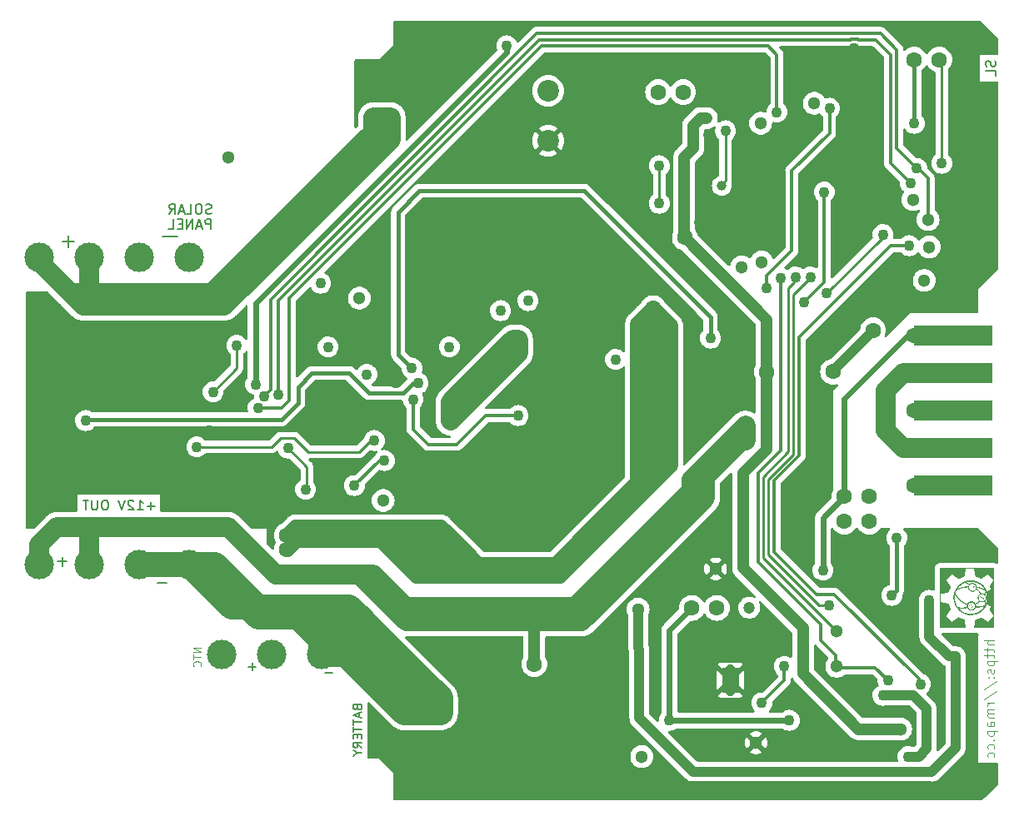
<source format=gbr>
%TF.GenerationSoftware,KiCad,Pcbnew,7.0.8*%
%TF.CreationDate,2024-06-23T22:41:18+02:00*%
%TF.ProjectId,Stima V4 Power,5374696d-6120-4563-9420-506f7765722e,rev?*%
%TF.SameCoordinates,Original*%
%TF.FileFunction,Copper,L4,Bot*%
%TF.FilePolarity,Positive*%
%FSLAX46Y46*%
G04 Gerber Fmt 4.6, Leading zero omitted, Abs format (unit mm)*
G04 Created by KiCad (PCBNEW 7.0.8) date 2024-06-23 22:41:18*
%MOMM*%
%LPD*%
G01*
G04 APERTURE LIST*
%TA.AperFunction,NonConductor*%
%ADD10C,0.000000*%
%TD*%
%ADD11C,0.200000*%
%TA.AperFunction,NonConductor*%
%ADD12C,0.200000*%
%TD*%
%ADD13C,0.150000*%
%TA.AperFunction,NonConductor*%
%ADD14C,0.150000*%
%TD*%
%ADD15C,0.100000*%
%TA.AperFunction,NonConductor*%
%ADD16C,0.100000*%
%TD*%
%TA.AperFunction,ComponentPad*%
%ADD17C,3.000000*%
%TD*%
%TA.AperFunction,ComponentPad*%
%ADD18C,1.600000*%
%TD*%
%TA.AperFunction,ComponentPad*%
%ADD19C,1.300000*%
%TD*%
%TA.AperFunction,ComponentPad*%
%ADD20C,1.200000*%
%TD*%
%TA.AperFunction,ComponentPad*%
%ADD21C,2.200000*%
%TD*%
%TA.AperFunction,ComponentPad*%
%ADD22C,0.600000*%
%TD*%
%TA.AperFunction,ComponentPad*%
%ADD23R,1.800000X2.600000*%
%TD*%
%TA.AperFunction,SMDPad,CuDef*%
%ADD24R,8.000000X2.000000*%
%TD*%
%TA.AperFunction,ViaPad*%
%ADD25C,1.100000*%
%TD*%
%TA.AperFunction,ViaPad*%
%ADD26C,1.000000*%
%TD*%
%TA.AperFunction,ViaPad*%
%ADD27C,1.600000*%
%TD*%
%TA.AperFunction,Conductor*%
%ADD28C,0.300000*%
%TD*%
%TA.AperFunction,Conductor*%
%ADD29C,0.600000*%
%TD*%
%TA.AperFunction,Conductor*%
%ADD30C,1.000000*%
%TD*%
%TA.AperFunction,Conductor*%
%ADD31C,2.000000*%
%TD*%
%TA.AperFunction,Conductor*%
%ADD32C,1.200000*%
%TD*%
%TA.AperFunction,Conductor*%
%ADD33C,0.400000*%
%TD*%
%TA.AperFunction,Conductor*%
%ADD34C,0.280000*%
%TD*%
%TA.AperFunction,Conductor*%
%ADD35C,2.500000*%
%TD*%
%TA.AperFunction,Conductor*%
%ADD36C,0.250000*%
%TD*%
%TA.AperFunction,Conductor*%
%ADD37C,1.500000*%
%TD*%
G04 APERTURE END LIST*
D10*
%TA.AperFunction,NonConductor*%
G36*
X195049805Y-123072050D02*
G01*
X195053355Y-123072050D01*
X195053355Y-123086240D01*
X195049805Y-123086240D01*
X195049805Y-123089790D01*
X195042715Y-123089790D01*
X195042715Y-123093330D01*
X195032065Y-123093330D01*
X195032065Y-123096880D01*
X195017875Y-123096880D01*
X195017875Y-123100430D01*
X195010775Y-123100430D01*
X195010775Y-123096880D01*
X195007235Y-123096880D01*
X195007235Y-123093330D01*
X195003685Y-123093330D01*
X195003685Y-123082690D01*
X195007235Y-123082690D01*
X195007235Y-123079140D01*
X195010775Y-123079140D01*
X195010775Y-123075600D01*
X195021425Y-123075600D01*
X195021425Y-123072050D01*
X195035615Y-123072050D01*
X195035615Y-123068500D01*
X195042715Y-123068500D01*
X195046265Y-123068500D01*
X195049805Y-123068500D01*
X195049805Y-123072050D01*
G37*
%TD.AperFunction*%
%TA.AperFunction,NonConductor*%
G36*
X195117225Y-123157210D02*
G01*
X195120775Y-123157210D01*
X195120775Y-123174950D01*
X195117225Y-123174950D01*
X195117225Y-123182040D01*
X195113675Y-123182040D01*
X195113675Y-123185590D01*
X195110135Y-123185590D01*
X195110135Y-123192690D01*
X195106585Y-123192690D01*
X195106585Y-123199790D01*
X195103035Y-123199790D01*
X195088845Y-123199790D01*
X195088845Y-123196240D01*
X195085295Y-123196240D01*
X195085295Y-123182040D01*
X195088845Y-123182040D01*
X195088845Y-123178500D01*
X195092385Y-123178500D01*
X195092385Y-123171400D01*
X195095935Y-123171400D01*
X195095935Y-123164300D01*
X195099485Y-123164300D01*
X195099485Y-123157210D01*
X195103035Y-123157210D01*
X195103035Y-123153660D01*
X195117225Y-123153660D01*
X195117225Y-123157210D01*
G37*
%TD.AperFunction*%
%TA.AperFunction,NonConductor*%
G36*
X197498145Y-127131310D02*
G01*
X191980525Y-127131310D01*
X191980525Y-124455890D01*
X192044385Y-124455890D01*
X192047935Y-124455890D01*
X192047935Y-124466530D01*
X192051485Y-124466530D01*
X192051485Y-124473630D01*
X192055035Y-124473630D01*
X192055035Y-124480730D01*
X192058585Y-124480730D01*
X192058585Y-124484270D01*
X192065675Y-124484270D01*
X192065675Y-124487820D01*
X192069225Y-124487820D01*
X192069225Y-124491370D01*
X192083425Y-124491370D01*
X192083425Y-124494920D01*
X192101165Y-124494920D01*
X192101165Y-124498470D01*
X192122455Y-124498470D01*
X192122455Y-124502020D01*
X192140195Y-124502020D01*
X192140195Y-124505560D01*
X192157935Y-124505560D01*
X192157935Y-124509110D01*
X192179225Y-124509110D01*
X192179225Y-124512660D01*
X192196965Y-124512660D01*
X192196965Y-124516210D01*
X192218255Y-124516210D01*
X192218255Y-124519760D01*
X192235995Y-124519760D01*
X192235995Y-124523310D01*
X192253735Y-124523310D01*
X192253735Y-124526850D01*
X192275025Y-124526850D01*
X192275025Y-124530400D01*
X192292775Y-124530400D01*
X192292775Y-124533950D01*
X192310515Y-124533950D01*
X192310515Y-124537500D01*
X192331805Y-124537500D01*
X192331805Y-124541050D01*
X192349545Y-124541050D01*
X192349545Y-124544600D01*
X192367285Y-124544600D01*
X192367285Y-124548140D01*
X192388575Y-124548140D01*
X192388575Y-124551690D01*
X192406315Y-124551690D01*
X192406315Y-124555240D01*
X192427605Y-124555240D01*
X192427605Y-124558790D01*
X192445345Y-124558790D01*
X192445345Y-124562340D01*
X192463095Y-124562340D01*
X192463095Y-124565890D01*
X192484375Y-124565890D01*
X192484375Y-124569430D01*
X192502125Y-124569430D01*
X192502125Y-124572980D01*
X192519865Y-124572980D01*
X192519865Y-124576530D01*
X192541155Y-124576530D01*
X192541155Y-124580080D01*
X192558895Y-124580080D01*
X192558895Y-124583630D01*
X192580185Y-124583630D01*
X192580185Y-124587180D01*
X192597925Y-124587180D01*
X192597925Y-124590720D01*
X192615665Y-124590720D01*
X192615665Y-124594270D01*
X192636955Y-124594270D01*
X192636955Y-124597820D01*
X192654695Y-124597820D01*
X192654695Y-124601370D01*
X192672445Y-124601370D01*
X192672445Y-124604920D01*
X192693735Y-124604920D01*
X192693735Y-124608470D01*
X192711475Y-124608470D01*
X192711475Y-124612010D01*
X192729215Y-124612010D01*
X192729215Y-124615560D01*
X192750505Y-124615560D01*
X192750505Y-124619110D01*
X192768245Y-124619110D01*
X192768245Y-124622660D01*
X192789535Y-124622660D01*
X192789535Y-124626210D01*
X192807275Y-124626210D01*
X192807275Y-124629760D01*
X192825015Y-124629760D01*
X192825015Y-124633300D01*
X192842755Y-124633300D01*
X192842755Y-124636850D01*
X192849855Y-124636850D01*
X192849855Y-124640400D01*
X192856955Y-124640400D01*
X192856955Y-124643950D01*
X192860505Y-124643950D01*
X192860505Y-124647500D01*
X192867595Y-124647500D01*
X192867595Y-124654590D01*
X192871145Y-124654590D01*
X192871145Y-124658140D01*
X192874695Y-124658140D01*
X192874695Y-124661690D01*
X192878245Y-124661690D01*
X192878245Y-124668790D01*
X192881795Y-124668790D01*
X192881795Y-124675880D01*
X192885335Y-124675880D01*
X192885335Y-124686530D01*
X192888885Y-124686530D01*
X192888885Y-124693620D01*
X192892435Y-124693620D01*
X192892435Y-124704270D01*
X192895985Y-124704270D01*
X192895985Y-124711370D01*
X192899535Y-124711370D01*
X192899535Y-124722010D01*
X192903085Y-124722010D01*
X192903085Y-124729110D01*
X192906625Y-124729110D01*
X192906625Y-124739750D01*
X192910175Y-124739750D01*
X192910175Y-124746850D01*
X192913725Y-124746850D01*
X192913725Y-124753950D01*
X192917275Y-124753950D01*
X192917275Y-124764590D01*
X192920825Y-124764590D01*
X192920825Y-124771690D01*
X192924375Y-124771690D01*
X192924375Y-124782330D01*
X192927915Y-124782330D01*
X192927915Y-124789430D01*
X192931465Y-124789430D01*
X192931465Y-124800070D01*
X192935015Y-124800070D01*
X192935015Y-124807170D01*
X192938565Y-124807170D01*
X192938565Y-124817820D01*
X192942115Y-124817820D01*
X192942115Y-124824910D01*
X192945665Y-124824910D01*
X192945665Y-124832010D01*
X192949205Y-124832010D01*
X192949205Y-124842650D01*
X192952755Y-124842650D01*
X192952755Y-124849750D01*
X192956305Y-124849750D01*
X192956305Y-124860400D01*
X192959855Y-124860400D01*
X192959855Y-124867490D01*
X192963405Y-124867490D01*
X192963405Y-124878140D01*
X192966955Y-124878140D01*
X192966955Y-124885230D01*
X192970495Y-124885230D01*
X192970495Y-124895880D01*
X192974045Y-124895880D01*
X192974045Y-124902980D01*
X192977595Y-124902980D01*
X192977595Y-124910070D01*
X192981145Y-124910070D01*
X192981145Y-124920720D01*
X192984695Y-124920720D01*
X192984695Y-124927810D01*
X192988245Y-124927810D01*
X192988245Y-124938460D01*
X192991785Y-124938460D01*
X192991785Y-124945550D01*
X192995335Y-124945550D01*
X192995335Y-124956200D01*
X192998885Y-124956200D01*
X192998885Y-124963300D01*
X193002435Y-124963300D01*
X193002435Y-124973940D01*
X193005985Y-124973940D01*
X193005985Y-124981040D01*
X193009535Y-124981040D01*
X193009535Y-124988130D01*
X193013075Y-124988130D01*
X193013075Y-124998780D01*
X193016625Y-124998780D01*
X193016625Y-125005880D01*
X193020175Y-125005880D01*
X193020175Y-125016520D01*
X193023725Y-125016520D01*
X193023725Y-125023620D01*
X193027275Y-125023620D01*
X193027275Y-125034260D01*
X193030815Y-125034260D01*
X193030815Y-125041360D01*
X193034365Y-125041360D01*
X193034365Y-125052000D01*
X193037915Y-125052000D01*
X193037915Y-125059100D01*
X193041465Y-125059100D01*
X193041465Y-125066200D01*
X193045015Y-125066200D01*
X193045015Y-125076840D01*
X193048565Y-125076840D01*
X193048565Y-125083940D01*
X193052105Y-125083940D01*
X193052105Y-125094580D01*
X193055655Y-125094580D01*
X193055655Y-125101680D01*
X193059205Y-125101680D01*
X193059205Y-125112330D01*
X193062755Y-125112330D01*
X193062755Y-125119420D01*
X193066305Y-125119420D01*
X193066305Y-125130070D01*
X193069855Y-125130070D01*
X193069855Y-125137160D01*
X193073395Y-125137160D01*
X193073395Y-125144260D01*
X193076945Y-125144260D01*
X193076945Y-125154910D01*
X193080495Y-125154910D01*
X193080495Y-125162000D01*
X193084045Y-125162000D01*
X193084045Y-125172650D01*
X193087595Y-125172650D01*
X193087595Y-125179740D01*
X193091145Y-125179740D01*
X193091145Y-125190390D01*
X193094685Y-125190390D01*
X193094685Y-125218770D01*
X193091145Y-125218770D01*
X193091145Y-125229420D01*
X193087595Y-125229420D01*
X193087595Y-125236520D01*
X193084045Y-125236520D01*
X193084045Y-125243610D01*
X193080495Y-125243610D01*
X193080495Y-125247160D01*
X193076945Y-125247160D01*
X193076945Y-125254260D01*
X193073395Y-125254260D01*
X193073395Y-125257810D01*
X193069855Y-125257810D01*
X193069855Y-125261350D01*
X193066305Y-125261350D01*
X193066305Y-125268450D01*
X193062755Y-125268450D01*
X193062755Y-125272000D01*
X193059205Y-125272000D01*
X193059205Y-125279100D01*
X193055655Y-125279100D01*
X193055655Y-125282640D01*
X193052105Y-125282640D01*
X193052105Y-125289740D01*
X193048565Y-125289740D01*
X193048565Y-125293290D01*
X193045015Y-125293290D01*
X193045015Y-125300390D01*
X193041465Y-125300390D01*
X193041465Y-125303930D01*
X193037915Y-125303930D01*
X193037915Y-125311030D01*
X193034365Y-125311030D01*
X193034365Y-125314580D01*
X193030815Y-125314580D01*
X193030815Y-125321680D01*
X193027275Y-125321680D01*
X193027275Y-125325220D01*
X193023725Y-125325220D01*
X193023725Y-125328770D01*
X193020175Y-125328770D01*
X193020175Y-125335870D01*
X193016625Y-125335870D01*
X193016625Y-125339420D01*
X193013075Y-125339420D01*
X193013075Y-125346510D01*
X193009535Y-125346510D01*
X193009535Y-125350060D01*
X193005985Y-125350060D01*
X193005985Y-125357160D01*
X193002435Y-125357160D01*
X193002435Y-125360710D01*
X192998885Y-125360710D01*
X192998885Y-125367800D01*
X192995335Y-125367800D01*
X192995335Y-125371350D01*
X192991785Y-125371350D01*
X192991785Y-125378450D01*
X192988245Y-125378450D01*
X192988245Y-125382000D01*
X192984695Y-125382000D01*
X192984695Y-125385550D01*
X192981145Y-125385550D01*
X192981145Y-125392640D01*
X192977595Y-125392640D01*
X192977595Y-125396190D01*
X192974045Y-125396190D01*
X192974045Y-125403290D01*
X192970495Y-125403290D01*
X192970495Y-125406840D01*
X192966955Y-125406840D01*
X192966955Y-125413930D01*
X192963405Y-125413930D01*
X192963405Y-125417480D01*
X192959855Y-125417480D01*
X192959855Y-125424580D01*
X192956305Y-125424580D01*
X192956305Y-125428130D01*
X192952755Y-125428130D01*
X192952755Y-125435220D01*
X192949205Y-125435220D01*
X192949205Y-125438770D01*
X192945665Y-125438770D01*
X192945665Y-125445870D01*
X192942115Y-125445870D01*
X192942115Y-125449420D01*
X192938565Y-125449420D01*
X192938565Y-125452960D01*
X192935015Y-125452960D01*
X192935015Y-125460060D01*
X192931465Y-125460060D01*
X192931465Y-125463610D01*
X192927915Y-125463610D01*
X192927915Y-125470700D01*
X192924375Y-125470700D01*
X192924375Y-125474250D01*
X192920825Y-125474250D01*
X192920825Y-125481350D01*
X192917275Y-125481350D01*
X192917275Y-125484900D01*
X192913725Y-125484900D01*
X192913725Y-125491990D01*
X192910175Y-125491990D01*
X192910175Y-125495540D01*
X192906625Y-125495540D01*
X192906625Y-125502640D01*
X192903085Y-125502640D01*
X192903085Y-125506190D01*
X192899535Y-125506190D01*
X192899535Y-125509740D01*
X192895985Y-125509740D01*
X192895985Y-125516830D01*
X192892435Y-125516830D01*
X192892435Y-125520380D01*
X192888885Y-125520380D01*
X192888885Y-125527480D01*
X192885335Y-125527480D01*
X192885335Y-125531030D01*
X192881795Y-125531030D01*
X192881795Y-125538120D01*
X192878245Y-125538120D01*
X192878245Y-125541670D01*
X192874695Y-125541670D01*
X192874695Y-125548770D01*
X192871145Y-125548770D01*
X192871145Y-125552320D01*
X192867595Y-125552320D01*
X192867595Y-125559410D01*
X192864045Y-125559410D01*
X192864045Y-125562960D01*
X192860505Y-125562960D01*
X192860505Y-125570060D01*
X192856955Y-125570060D01*
X192856955Y-125573610D01*
X192853405Y-125573610D01*
X192853405Y-125577150D01*
X192849855Y-125577150D01*
X192849855Y-125584250D01*
X192846305Y-125584250D01*
X192846305Y-125587800D01*
X192842755Y-125587800D01*
X192842755Y-125594900D01*
X192839215Y-125594900D01*
X192839215Y-125598440D01*
X192835665Y-125598440D01*
X192835665Y-125605540D01*
X192832115Y-125605540D01*
X192832115Y-125609090D01*
X192828565Y-125609090D01*
X192828565Y-125616190D01*
X192825015Y-125616190D01*
X192825015Y-125619730D01*
X192821465Y-125619730D01*
X192821465Y-125626830D01*
X192817925Y-125626830D01*
X192817925Y-125630380D01*
X192814375Y-125630380D01*
X192814375Y-125633930D01*
X192810825Y-125633930D01*
X192810825Y-125641020D01*
X192807275Y-125641020D01*
X192807275Y-125644570D01*
X192803725Y-125644570D01*
X192803725Y-125651670D01*
X192800175Y-125651670D01*
X192800175Y-125655220D01*
X192796635Y-125655220D01*
X192796635Y-125662310D01*
X192793085Y-125662310D01*
X192793085Y-125665860D01*
X192789535Y-125665860D01*
X192789535Y-125672960D01*
X192785985Y-125672960D01*
X192785985Y-125676510D01*
X192782435Y-125676510D01*
X192782435Y-125683600D01*
X192778885Y-125683600D01*
X192778885Y-125687150D01*
X192775345Y-125687150D01*
X192775345Y-125694250D01*
X192771795Y-125694250D01*
X192771795Y-125697800D01*
X192768245Y-125697800D01*
X192768245Y-125701350D01*
X192764695Y-125701350D01*
X192764695Y-125708440D01*
X192761145Y-125708440D01*
X192761145Y-125711990D01*
X192757595Y-125711990D01*
X192757595Y-125719090D01*
X192754055Y-125719090D01*
X192754055Y-125722640D01*
X192750505Y-125722640D01*
X192750505Y-125729730D01*
X192746955Y-125729730D01*
X192746955Y-125733280D01*
X192743405Y-125733280D01*
X192743405Y-125740380D01*
X192739855Y-125740380D01*
X192739855Y-125743920D01*
X192736315Y-125743920D01*
X192736315Y-125751020D01*
X192732765Y-125751020D01*
X192732765Y-125754570D01*
X192729215Y-125754570D01*
X192729215Y-125758120D01*
X192725665Y-125758120D01*
X192725665Y-125765210D01*
X192722115Y-125765210D01*
X192722115Y-125768760D01*
X192718565Y-125768760D01*
X192718565Y-125775860D01*
X192715025Y-125775860D01*
X192715025Y-125779410D01*
X192711475Y-125779410D01*
X192711475Y-125786500D01*
X192707925Y-125786500D01*
X192707925Y-125790050D01*
X192704375Y-125790050D01*
X192704375Y-125797150D01*
X192700825Y-125797150D01*
X192700825Y-125800700D01*
X192697275Y-125800700D01*
X192697275Y-125807790D01*
X192693735Y-125807790D01*
X192693735Y-125811340D01*
X192690185Y-125811340D01*
X192690185Y-125814890D01*
X192686635Y-125814890D01*
X192686635Y-125821990D01*
X192683085Y-125821990D01*
X192683085Y-125825540D01*
X192679535Y-125825540D01*
X192679535Y-125832630D01*
X192675985Y-125832630D01*
X192675985Y-125836180D01*
X192672445Y-125836180D01*
X192672445Y-125843280D01*
X192668895Y-125843280D01*
X192668895Y-125846830D01*
X192665345Y-125846830D01*
X192665345Y-125853920D01*
X192661795Y-125853920D01*
X192661795Y-125857470D01*
X192658245Y-125857470D01*
X192658245Y-125864570D01*
X192654695Y-125864570D01*
X192654695Y-125868120D01*
X192651155Y-125868120D01*
X192651155Y-125875210D01*
X192647605Y-125875210D01*
X192647605Y-125882310D01*
X192644055Y-125882310D01*
X192644055Y-125907150D01*
X192647605Y-125907150D01*
X192647605Y-125917790D01*
X192651155Y-125917790D01*
X192651155Y-125921340D01*
X192654695Y-125921340D01*
X192654695Y-125924890D01*
X192658245Y-125924890D01*
X192658245Y-125928440D01*
X192661795Y-125928440D01*
X192661795Y-125931990D01*
X192665345Y-125931990D01*
X192665345Y-125935530D01*
X192668895Y-125935530D01*
X192668895Y-125939080D01*
X192672445Y-125939080D01*
X192672445Y-125942630D01*
X192675985Y-125942630D01*
X192675985Y-125946180D01*
X192679535Y-125946180D01*
X192679535Y-125949730D01*
X192683085Y-125949730D01*
X192683085Y-125953280D01*
X192686635Y-125953280D01*
X192686635Y-125956820D01*
X192690185Y-125956820D01*
X192690185Y-125960370D01*
X192693735Y-125960370D01*
X192693735Y-125963920D01*
X192697275Y-125963920D01*
X192697275Y-125967470D01*
X192700825Y-125967470D01*
X192700825Y-125971020D01*
X192704375Y-125971020D01*
X192704375Y-125974570D01*
X192707925Y-125974570D01*
X192707925Y-125978110D01*
X192711475Y-125978110D01*
X192711475Y-125981660D01*
X192715025Y-125981660D01*
X192715025Y-125985210D01*
X192718565Y-125985210D01*
X192718565Y-125988760D01*
X192722115Y-125988760D01*
X192722115Y-125992310D01*
X192725665Y-125992310D01*
X192725665Y-125995860D01*
X192729215Y-125995860D01*
X192729215Y-125999400D01*
X192732765Y-125999400D01*
X192732765Y-126002950D01*
X192736315Y-126002950D01*
X192736315Y-126006500D01*
X192739855Y-126006500D01*
X192739855Y-126010050D01*
X192743405Y-126010050D01*
X192743405Y-126013600D01*
X192746955Y-126013600D01*
X192746955Y-126017140D01*
X192750505Y-126017140D01*
X192750505Y-126020690D01*
X192754055Y-126020690D01*
X192754055Y-126024240D01*
X192757595Y-126024240D01*
X192757595Y-126027790D01*
X192761145Y-126027790D01*
X192761145Y-126031340D01*
X192764695Y-126031340D01*
X192764695Y-126034890D01*
X192768245Y-126034890D01*
X192768245Y-126038430D01*
X192771795Y-126038430D01*
X192771795Y-126041980D01*
X192775345Y-126041980D01*
X192775345Y-126045530D01*
X192778885Y-126045530D01*
X192778885Y-126049080D01*
X192782435Y-126049080D01*
X192782435Y-126052630D01*
X192785985Y-126052630D01*
X192785985Y-126056180D01*
X192789535Y-126056180D01*
X192789535Y-126059720D01*
X192793085Y-126059720D01*
X192793085Y-126063270D01*
X192796635Y-126063270D01*
X192796635Y-126066820D01*
X192800175Y-126066820D01*
X192800175Y-126070370D01*
X192803725Y-126070370D01*
X192803725Y-126073920D01*
X192807275Y-126073920D01*
X192807275Y-126077470D01*
X192810825Y-126077470D01*
X192810825Y-126081010D01*
X192814375Y-126081010D01*
X192814375Y-126084560D01*
X192817925Y-126084560D01*
X192817925Y-126088110D01*
X192821465Y-126088110D01*
X192821465Y-126091660D01*
X192825015Y-126091660D01*
X192825015Y-126095210D01*
X192828565Y-126095210D01*
X192828565Y-126098760D01*
X192832115Y-126098760D01*
X192832115Y-126102300D01*
X192835665Y-126102300D01*
X192835665Y-126105850D01*
X192839215Y-126105850D01*
X192839215Y-126109400D01*
X192842755Y-126109400D01*
X192842755Y-126112950D01*
X192846305Y-126112950D01*
X192846305Y-126116500D01*
X192849855Y-126116500D01*
X192849855Y-126120050D01*
X192853405Y-126120050D01*
X192853405Y-126123590D01*
X192856955Y-126123590D01*
X192856955Y-126127140D01*
X192860505Y-126127140D01*
X192860505Y-126130690D01*
X192864045Y-126130690D01*
X192864045Y-126134240D01*
X192867595Y-126134240D01*
X192867595Y-126137790D01*
X192871145Y-126137790D01*
X192871145Y-126141340D01*
X192874695Y-126141340D01*
X192874695Y-126144880D01*
X192878245Y-126144880D01*
X192878245Y-126148430D01*
X192881795Y-126148430D01*
X192881795Y-126151980D01*
X192885335Y-126151980D01*
X192885335Y-126155530D01*
X192888885Y-126155530D01*
X192888885Y-126159080D01*
X192892435Y-126159080D01*
X192892435Y-126162630D01*
X192895985Y-126162630D01*
X192895985Y-126166170D01*
X192899535Y-126166170D01*
X192899535Y-126169720D01*
X192903085Y-126169720D01*
X192903085Y-126173270D01*
X192906625Y-126173270D01*
X192906625Y-126176820D01*
X192910175Y-126176820D01*
X192910175Y-126180370D01*
X192913725Y-126180370D01*
X192913725Y-126183920D01*
X192917275Y-126183920D01*
X192917275Y-126187460D01*
X192920825Y-126187460D01*
X192920825Y-126191010D01*
X192924375Y-126191010D01*
X192924375Y-126194560D01*
X192927915Y-126194560D01*
X192927915Y-126198110D01*
X192931465Y-126198110D01*
X192931465Y-126201660D01*
X192935015Y-126201660D01*
X192935015Y-126205210D01*
X192938565Y-126205210D01*
X192938565Y-126208750D01*
X192942115Y-126208750D01*
X192942115Y-126212300D01*
X192945665Y-126212300D01*
X192945665Y-126215850D01*
X192949205Y-126215850D01*
X192949205Y-126219400D01*
X192952755Y-126219400D01*
X192952755Y-126222950D01*
X192956305Y-126222950D01*
X192956305Y-126226500D01*
X192959855Y-126226500D01*
X192959855Y-126230040D01*
X192963405Y-126230040D01*
X192963405Y-126233590D01*
X192966955Y-126233590D01*
X192966955Y-126237140D01*
X192970495Y-126237140D01*
X192970495Y-126240690D01*
X192974045Y-126240690D01*
X192974045Y-126244240D01*
X192977595Y-126244240D01*
X192977595Y-126247790D01*
X192981145Y-126247790D01*
X192981145Y-126251330D01*
X192984695Y-126251330D01*
X192984695Y-126254880D01*
X192988245Y-126254880D01*
X192988245Y-126258430D01*
X192991785Y-126258430D01*
X192991785Y-126261980D01*
X192995335Y-126261980D01*
X192995335Y-126265530D01*
X192998885Y-126265530D01*
X192998885Y-126269080D01*
X193002435Y-126269080D01*
X193002435Y-126272620D01*
X193005985Y-126272620D01*
X193005985Y-126276170D01*
X193009535Y-126276170D01*
X193009535Y-126279720D01*
X193013075Y-126279720D01*
X193013075Y-126283270D01*
X193016625Y-126283270D01*
X193016625Y-126286820D01*
X193020175Y-126286820D01*
X193020175Y-126290370D01*
X193023725Y-126290370D01*
X193023725Y-126293910D01*
X193027275Y-126293910D01*
X193027275Y-126297460D01*
X193030815Y-126297460D01*
X193030815Y-126301010D01*
X193034365Y-126301010D01*
X193034365Y-126304560D01*
X193037915Y-126304560D01*
X193037915Y-126308110D01*
X193041465Y-126308110D01*
X193041465Y-126311650D01*
X193045015Y-126311650D01*
X193045015Y-126315200D01*
X193048565Y-126315200D01*
X193048565Y-126318750D01*
X193052105Y-126318750D01*
X193052105Y-126322300D01*
X193055655Y-126322300D01*
X193055655Y-126325850D01*
X193059205Y-126325850D01*
X193059205Y-126329400D01*
X193062755Y-126329400D01*
X193062755Y-126332940D01*
X193066305Y-126332940D01*
X193066305Y-126336490D01*
X193069855Y-126336490D01*
X193069855Y-126340040D01*
X193073395Y-126340040D01*
X193073395Y-126343590D01*
X193076945Y-126343590D01*
X193076945Y-126347140D01*
X193080495Y-126347140D01*
X193080495Y-126350690D01*
X193084045Y-126350690D01*
X193084045Y-126354230D01*
X193087595Y-126354230D01*
X193087595Y-126357780D01*
X193091145Y-126357780D01*
X193091145Y-126361330D01*
X193094685Y-126361330D01*
X193094685Y-126364880D01*
X193098235Y-126364880D01*
X193098235Y-126368430D01*
X193101785Y-126368430D01*
X193101785Y-126371980D01*
X193105335Y-126371980D01*
X193105335Y-126375520D01*
X193108885Y-126375520D01*
X193108885Y-126379070D01*
X193112435Y-126379070D01*
X193112435Y-126382620D01*
X193115975Y-126382620D01*
X193115975Y-126386170D01*
X193119525Y-126386170D01*
X193119525Y-126389720D01*
X193123075Y-126389720D01*
X193123075Y-126393270D01*
X193126625Y-126393270D01*
X193126625Y-126396810D01*
X193130175Y-126396810D01*
X193130175Y-126400360D01*
X193133725Y-126400360D01*
X193133725Y-126403910D01*
X193137265Y-126403910D01*
X193137265Y-126407460D01*
X193140815Y-126407460D01*
X193140815Y-126411010D01*
X193144365Y-126411010D01*
X193144365Y-126414560D01*
X193147915Y-126414560D01*
X193147915Y-126418100D01*
X193151465Y-126418100D01*
X193151465Y-126421650D01*
X193155015Y-126421650D01*
X193155015Y-126425200D01*
X193158555Y-126425200D01*
X193158555Y-126428750D01*
X193162105Y-126428750D01*
X193162105Y-126432300D01*
X193165655Y-126432300D01*
X193165655Y-126435850D01*
X193169205Y-126435850D01*
X193169205Y-126439390D01*
X193172755Y-126439390D01*
X193172755Y-126442940D01*
X193176305Y-126442940D01*
X193176305Y-126446490D01*
X193179845Y-126446490D01*
X193179845Y-126450040D01*
X193183395Y-126450040D01*
X193183395Y-126453590D01*
X193186945Y-126453590D01*
X193186945Y-126457140D01*
X193190495Y-126457140D01*
X193190495Y-126460680D01*
X193194045Y-126460680D01*
X193194045Y-126464230D01*
X193201135Y-126464230D01*
X193201135Y-126467780D01*
X193211785Y-126467780D01*
X193211785Y-126471330D01*
X193218885Y-126471330D01*
X193218885Y-126467780D01*
X193233075Y-126467780D01*
X193233075Y-126464230D01*
X193240175Y-126464230D01*
X193240175Y-126460680D01*
X193247265Y-126460680D01*
X193247265Y-126457140D01*
X193250815Y-126457140D01*
X193250815Y-126453590D01*
X193257915Y-126453590D01*
X193257915Y-126450040D01*
X193261465Y-126450040D01*
X193261465Y-126446490D01*
X193268555Y-126446490D01*
X193268555Y-126442940D01*
X193272105Y-126442940D01*
X193272105Y-126439390D01*
X193275655Y-126439390D01*
X193275655Y-126435850D01*
X193282755Y-126435850D01*
X193282755Y-126432300D01*
X193286295Y-126432300D01*
X193286295Y-126428750D01*
X193293395Y-126428750D01*
X193293395Y-126425200D01*
X193296945Y-126425200D01*
X193296945Y-126421650D01*
X193304035Y-126421650D01*
X193304035Y-126418100D01*
X193307585Y-126418100D01*
X193307585Y-126414560D01*
X193314685Y-126414560D01*
X193314685Y-126411010D01*
X193318235Y-126411010D01*
X193318235Y-126407460D01*
X193325325Y-126407460D01*
X193325325Y-126403910D01*
X193328875Y-126403910D01*
X193328875Y-126400360D01*
X193332425Y-126400360D01*
X193332425Y-126396810D01*
X193339525Y-126396810D01*
X193339525Y-126393270D01*
X193343075Y-126393270D01*
X193343075Y-126389720D01*
X193350165Y-126389720D01*
X193350165Y-126386170D01*
X193353715Y-126386170D01*
X193353715Y-126382620D01*
X193360815Y-126382620D01*
X193360815Y-126379070D01*
X193364365Y-126379070D01*
X193364365Y-126375520D01*
X193371455Y-126375520D01*
X193371455Y-126371980D01*
X193375005Y-126371980D01*
X193375005Y-126368430D01*
X193382105Y-126368430D01*
X193382105Y-126364880D01*
X193385655Y-126364880D01*
X193385655Y-126361330D01*
X193392745Y-126361330D01*
X193392745Y-126357780D01*
X193396295Y-126357780D01*
X193396295Y-126354230D01*
X193399845Y-126354230D01*
X193399845Y-126350690D01*
X193406945Y-126350690D01*
X193406945Y-126347140D01*
X193410485Y-126347140D01*
X193410485Y-126343590D01*
X193417585Y-126343590D01*
X193417585Y-126340040D01*
X193421135Y-126340040D01*
X193421135Y-126336490D01*
X193428235Y-126336490D01*
X193428235Y-126332940D01*
X193431775Y-126332940D01*
X193431775Y-126329400D01*
X193438875Y-126329400D01*
X193438875Y-126325850D01*
X193442425Y-126325850D01*
X193442425Y-126322300D01*
X193449525Y-126322300D01*
X193449525Y-126318750D01*
X193453065Y-126318750D01*
X193453065Y-126315200D01*
X193456615Y-126315200D01*
X193456615Y-126311650D01*
X193463715Y-126311650D01*
X193463715Y-126308110D01*
X193467265Y-126308110D01*
X193467265Y-126304560D01*
X193474355Y-126304560D01*
X193474355Y-126301010D01*
X193477905Y-126301010D01*
X193477905Y-126297460D01*
X193485005Y-126297460D01*
X193485005Y-126293910D01*
X193488555Y-126293910D01*
X193488555Y-126290370D01*
X193495645Y-126290370D01*
X193495645Y-126286820D01*
X193499195Y-126286820D01*
X193499195Y-126283270D01*
X193506295Y-126283270D01*
X193506295Y-126279720D01*
X193509845Y-126279720D01*
X193509845Y-126276170D01*
X193513395Y-126276170D01*
X193513395Y-126272620D01*
X193520485Y-126272620D01*
X193520485Y-126269080D01*
X193524035Y-126269080D01*
X193524035Y-126265530D01*
X193531135Y-126265530D01*
X193531135Y-126261980D01*
X193534685Y-126261980D01*
X193534685Y-126258430D01*
X193541775Y-126258430D01*
X193541775Y-126254880D01*
X193545325Y-126254880D01*
X193545325Y-126251330D01*
X193552425Y-126251330D01*
X193552425Y-126247790D01*
X193555975Y-126247790D01*
X193555975Y-126244240D01*
X193563065Y-126244240D01*
X193563065Y-126240690D01*
X193566615Y-126240690D01*
X193566615Y-126237140D01*
X193570165Y-126237140D01*
X193570165Y-126233590D01*
X193577265Y-126233590D01*
X193577265Y-126230040D01*
X193580805Y-126230040D01*
X193580805Y-126226500D01*
X193587905Y-126226500D01*
X193587905Y-126222950D01*
X193591455Y-126222950D01*
X193591455Y-126219400D01*
X193598545Y-126219400D01*
X193598545Y-126215850D01*
X193602095Y-126215850D01*
X193602095Y-126212300D01*
X193609195Y-126212300D01*
X193609195Y-126208750D01*
X193612745Y-126208750D01*
X193612745Y-126205210D01*
X193619835Y-126205210D01*
X193619835Y-126201660D01*
X193623385Y-126201660D01*
X193623385Y-126198110D01*
X193630485Y-126198110D01*
X193630485Y-126194560D01*
X193634035Y-126194560D01*
X193634035Y-126191010D01*
X193637585Y-126191010D01*
X193637585Y-126187460D01*
X193644675Y-126187460D01*
X193644675Y-126183920D01*
X193648225Y-126183920D01*
X193648225Y-126180370D01*
X193655325Y-126180370D01*
X193655325Y-126176820D01*
X193658875Y-126176820D01*
X193658875Y-126173270D01*
X193665965Y-126173270D01*
X193665965Y-126169720D01*
X193669515Y-126169720D01*
X193669515Y-126166170D01*
X193676615Y-126166170D01*
X193676615Y-126162630D01*
X193680165Y-126162630D01*
X193680165Y-126159080D01*
X193687255Y-126159080D01*
X193687255Y-126155530D01*
X193690805Y-126155530D01*
X193690805Y-126151980D01*
X193694355Y-126151980D01*
X193694355Y-126148430D01*
X193701455Y-126148430D01*
X193701455Y-126144880D01*
X193704995Y-126144880D01*
X193704995Y-126141340D01*
X193712095Y-126141340D01*
X193712095Y-126137790D01*
X193715645Y-126137790D01*
X193715645Y-126134240D01*
X193722745Y-126134240D01*
X193722745Y-126130690D01*
X193726285Y-126130690D01*
X193726285Y-126127140D01*
X193733385Y-126127140D01*
X193733385Y-126123590D01*
X193736935Y-126123590D01*
X193736935Y-126120050D01*
X193744035Y-126120050D01*
X193744035Y-126116500D01*
X193747575Y-126116500D01*
X193747575Y-126112950D01*
X193751125Y-126112950D01*
X193751125Y-126109400D01*
X193758225Y-126109400D01*
X193758225Y-126105850D01*
X193761775Y-126105850D01*
X193761775Y-126102300D01*
X193768865Y-126102300D01*
X193768865Y-126098760D01*
X193772415Y-126098760D01*
X193772415Y-126095210D01*
X193779515Y-126095210D01*
X193779515Y-126091660D01*
X193783065Y-126091660D01*
X193783065Y-126088110D01*
X193790155Y-126088110D01*
X193790155Y-126084560D01*
X193793705Y-126084560D01*
X193793705Y-126081010D01*
X193800805Y-126081010D01*
X193800805Y-126077470D01*
X193804355Y-126077470D01*
X193804355Y-126073920D01*
X193811445Y-126073920D01*
X193811445Y-126070370D01*
X193814995Y-126070370D01*
X193814995Y-126066820D01*
X193818545Y-126066820D01*
X193818545Y-126063270D01*
X193825645Y-126063270D01*
X193825645Y-126059720D01*
X193829195Y-126059720D01*
X193829195Y-126056180D01*
X193836285Y-126056180D01*
X193836285Y-126052630D01*
X193839835Y-126052630D01*
X193839835Y-126049080D01*
X193846935Y-126049080D01*
X193846935Y-126045530D01*
X193850485Y-126045530D01*
X193850485Y-126041980D01*
X193857575Y-126041980D01*
X193857575Y-126038430D01*
X193861125Y-126038430D01*
X193861125Y-126034890D01*
X193868225Y-126034890D01*
X193868225Y-126031340D01*
X193875315Y-126031340D01*
X193875315Y-126027790D01*
X193914345Y-126027790D01*
X193914345Y-126031340D01*
X193924995Y-126031340D01*
X193924995Y-126034890D01*
X193932095Y-126034890D01*
X193932095Y-126038430D01*
X193939185Y-126038430D01*
X193939185Y-126041980D01*
X193949835Y-126041980D01*
X193949835Y-126045530D01*
X193956925Y-126045530D01*
X193956925Y-126049080D01*
X193964025Y-126049080D01*
X193964025Y-126052630D01*
X193974675Y-126052630D01*
X193974675Y-126056180D01*
X193981765Y-126056180D01*
X193981765Y-126059720D01*
X193988865Y-126059720D01*
X193988865Y-126063270D01*
X193999505Y-126063270D01*
X193999505Y-126066820D01*
X194006605Y-126066820D01*
X194006605Y-126070370D01*
X194013705Y-126070370D01*
X194013705Y-126073920D01*
X194024345Y-126073920D01*
X194024345Y-126077470D01*
X194031445Y-126077470D01*
X194031445Y-126081010D01*
X194038545Y-126081010D01*
X194038545Y-126084560D01*
X194049185Y-126084560D01*
X194049185Y-126088110D01*
X194056285Y-126088110D01*
X194056285Y-126091660D01*
X194063375Y-126091660D01*
X194063375Y-126095210D01*
X194074025Y-126095210D01*
X194074025Y-126098760D01*
X194081125Y-126098760D01*
X194081125Y-126102300D01*
X194088215Y-126102300D01*
X194088215Y-126105850D01*
X194098865Y-126105850D01*
X194098865Y-126109400D01*
X194105955Y-126109400D01*
X194105955Y-126112950D01*
X194113055Y-126112950D01*
X194113055Y-126116500D01*
X194123705Y-126116500D01*
X194123705Y-126120050D01*
X194130795Y-126120050D01*
X194130795Y-126123590D01*
X194137895Y-126123590D01*
X194137895Y-126127140D01*
X194148535Y-126127140D01*
X194148535Y-126130690D01*
X194155635Y-126130690D01*
X194155635Y-126134240D01*
X194162735Y-126134240D01*
X194162735Y-126137790D01*
X194173375Y-126137790D01*
X194173375Y-126141340D01*
X194180475Y-126141340D01*
X194180475Y-126144880D01*
X194187565Y-126144880D01*
X194187565Y-126148430D01*
X194198215Y-126148430D01*
X194198215Y-126151980D01*
X194205315Y-126151980D01*
X194205315Y-126155530D01*
X194212405Y-126155530D01*
X194212405Y-126159080D01*
X194223055Y-126159080D01*
X194223055Y-126162630D01*
X194230145Y-126162630D01*
X194230145Y-126166170D01*
X194237245Y-126166170D01*
X194237245Y-126169720D01*
X194247895Y-126169720D01*
X194247895Y-126173270D01*
X194254985Y-126173270D01*
X194254985Y-126176820D01*
X194262085Y-126176820D01*
X194262085Y-126180370D01*
X194272725Y-126180370D01*
X194272725Y-126183920D01*
X194279825Y-126183920D01*
X194279825Y-126187460D01*
X194286925Y-126187460D01*
X194286925Y-126191010D01*
X194297565Y-126191010D01*
X194297565Y-126194560D01*
X194304665Y-126194560D01*
X194304665Y-126198110D01*
X194311765Y-126198110D01*
X194311765Y-126201660D01*
X194322405Y-126201660D01*
X194322405Y-126205210D01*
X194329505Y-126205210D01*
X194329505Y-126208750D01*
X194336595Y-126208750D01*
X194336595Y-126212300D01*
X194347245Y-126212300D01*
X194347245Y-126215850D01*
X194354345Y-126215850D01*
X194354345Y-126219400D01*
X194361435Y-126219400D01*
X194361435Y-126222950D01*
X194372085Y-126222950D01*
X194372085Y-126226500D01*
X194379175Y-126226500D01*
X194379175Y-126230040D01*
X194386275Y-126230040D01*
X194386275Y-126233590D01*
X194396925Y-126233590D01*
X194396925Y-126237140D01*
X194404015Y-126237140D01*
X194404015Y-126240690D01*
X194411115Y-126240690D01*
X194411115Y-126244240D01*
X194421755Y-126244240D01*
X194421755Y-126247790D01*
X194428855Y-126247790D01*
X194428855Y-126251330D01*
X194435955Y-126251330D01*
X194435955Y-126254880D01*
X194443045Y-126254880D01*
X194443045Y-126258430D01*
X194450145Y-126258430D01*
X194450145Y-126261980D01*
X194457245Y-126261980D01*
X194457245Y-126265530D01*
X194460785Y-126265530D01*
X194460785Y-126269080D01*
X194464335Y-126269080D01*
X194464335Y-126272620D01*
X194467885Y-126272620D01*
X194467885Y-126276170D01*
X194471435Y-126276170D01*
X194471435Y-126279720D01*
X194474985Y-126279720D01*
X194474985Y-126283270D01*
X194478535Y-126283270D01*
X194478535Y-126293910D01*
X194482075Y-126293910D01*
X194482075Y-126304560D01*
X194485625Y-126304560D01*
X194485625Y-126325850D01*
X194489175Y-126325850D01*
X194489175Y-126343590D01*
X194492725Y-126343590D01*
X194492725Y-126361330D01*
X194496275Y-126361330D01*
X194496275Y-126382620D01*
X194499825Y-126382620D01*
X194499825Y-126400360D01*
X194503365Y-126400360D01*
X194503365Y-126418100D01*
X194506915Y-126418100D01*
X194506915Y-126439390D01*
X194510465Y-126439390D01*
X194510465Y-126457140D01*
X194514015Y-126457140D01*
X194514015Y-126478430D01*
X194517565Y-126478430D01*
X194517565Y-126496170D01*
X194521115Y-126496170D01*
X194521115Y-126513910D01*
X194524655Y-126513910D01*
X194524655Y-126535200D01*
X194528205Y-126535200D01*
X194528205Y-126552940D01*
X194531755Y-126552940D01*
X194531755Y-126570680D01*
X194535305Y-126570680D01*
X194535305Y-126591970D01*
X194538855Y-126591970D01*
X194538855Y-126609710D01*
X194542405Y-126609710D01*
X194542405Y-126631000D01*
X194545945Y-126631000D01*
X194545945Y-126648740D01*
X194549495Y-126648740D01*
X194549495Y-126666490D01*
X194553045Y-126666490D01*
X194553045Y-126687780D01*
X194556595Y-126687780D01*
X194556595Y-126705520D01*
X194560145Y-126705520D01*
X194560145Y-126726810D01*
X194563695Y-126726810D01*
X194563695Y-126744550D01*
X194567235Y-126744550D01*
X194567235Y-126762290D01*
X194570785Y-126762290D01*
X194570785Y-126783580D01*
X194574335Y-126783580D01*
X194574335Y-126801320D01*
X194577885Y-126801320D01*
X194577885Y-126819060D01*
X194581435Y-126819060D01*
X194581435Y-126840350D01*
X194584985Y-126840350D01*
X194584985Y-126858090D01*
X194588525Y-126858090D01*
X194588525Y-126879380D01*
X194592075Y-126879380D01*
X194592075Y-126897130D01*
X194595625Y-126897130D01*
X194595625Y-126914870D01*
X194599175Y-126914870D01*
X194599175Y-126936160D01*
X194602725Y-126936160D01*
X194602725Y-126953900D01*
X194606275Y-126953900D01*
X194606275Y-126971640D01*
X194609815Y-126971640D01*
X194609815Y-126992930D01*
X194613365Y-126992930D01*
X194613365Y-127010670D01*
X194616915Y-127010670D01*
X194616915Y-127031960D01*
X194620465Y-127031960D01*
X194620465Y-127042610D01*
X194624015Y-127042610D01*
X194624015Y-127049700D01*
X194627565Y-127049700D01*
X194627565Y-127053250D01*
X194631105Y-127053250D01*
X194631105Y-127056800D01*
X194634655Y-127056800D01*
X194634655Y-127060350D01*
X194638205Y-127060350D01*
X194638205Y-127063900D01*
X194645305Y-127063900D01*
X194645305Y-127067450D01*
X195425935Y-127067450D01*
X195425935Y-127063900D01*
X195433025Y-127063900D01*
X195433025Y-127060350D01*
X195440125Y-127060350D01*
X195440125Y-127056800D01*
X195443675Y-127056800D01*
X195443675Y-127053250D01*
X195447225Y-127053250D01*
X195447225Y-127046160D01*
X195450765Y-127046160D01*
X195450765Y-127039060D01*
X195454315Y-127039060D01*
X195454315Y-127024870D01*
X195457865Y-127024870D01*
X195457865Y-127003580D01*
X195461415Y-127003580D01*
X195461415Y-126985830D01*
X195464965Y-126985830D01*
X195464965Y-126964540D01*
X195468515Y-126964540D01*
X195468515Y-126946800D01*
X195472055Y-126946800D01*
X195472055Y-126929060D01*
X195475605Y-126929060D01*
X195475605Y-126907770D01*
X195479155Y-126907770D01*
X195479155Y-126890030D01*
X195482705Y-126890030D01*
X195482705Y-126872290D01*
X195486255Y-126872290D01*
X195486255Y-126851000D01*
X195489805Y-126851000D01*
X195489805Y-126833260D01*
X195493345Y-126833260D01*
X195493345Y-126811970D01*
X195496895Y-126811970D01*
X195496895Y-126794230D01*
X195500445Y-126794230D01*
X195500445Y-126776480D01*
X195503995Y-126776480D01*
X195503995Y-126755190D01*
X195507545Y-126755190D01*
X195507545Y-126737450D01*
X195511095Y-126737450D01*
X195511095Y-126719710D01*
X195514635Y-126719710D01*
X195514635Y-126698420D01*
X195518185Y-126698420D01*
X195518185Y-126680680D01*
X195521735Y-126680680D01*
X195521735Y-126659390D01*
X195525285Y-126659390D01*
X195525285Y-126641650D01*
X195528835Y-126641650D01*
X195528835Y-126623910D01*
X195532375Y-126623910D01*
X195532375Y-126602620D01*
X195535925Y-126602620D01*
X195535925Y-126584870D01*
X195539475Y-126584870D01*
X195539475Y-126563590D01*
X195543025Y-126563590D01*
X195543025Y-126545840D01*
X195546575Y-126545840D01*
X195546575Y-126528100D01*
X195550125Y-126528100D01*
X195550125Y-126506810D01*
X195553665Y-126506810D01*
X195553665Y-126489070D01*
X195557215Y-126489070D01*
X195557215Y-126471330D01*
X195560765Y-126471330D01*
X195560765Y-126450040D01*
X195564315Y-126450040D01*
X195564315Y-126432300D01*
X195567865Y-126432300D01*
X195567865Y-126411010D01*
X195571415Y-126411010D01*
X195571415Y-126393270D01*
X195574955Y-126393270D01*
X195574955Y-126375520D01*
X195578505Y-126375520D01*
X195578505Y-126354230D01*
X195582055Y-126354230D01*
X195582055Y-126336490D01*
X195585605Y-126336490D01*
X195585605Y-126318750D01*
X195589155Y-126318750D01*
X195589155Y-126308110D01*
X195592705Y-126308110D01*
X195592705Y-126301010D01*
X195596245Y-126301010D01*
X195596245Y-126297460D01*
X195599795Y-126297460D01*
X195599795Y-126290370D01*
X195603345Y-126290370D01*
X195603345Y-126286820D01*
X195610445Y-126286820D01*
X195610445Y-126283270D01*
X195613995Y-126283270D01*
X195613995Y-126279720D01*
X195621085Y-126279720D01*
X195621085Y-126276170D01*
X195628185Y-126276170D01*
X195628185Y-126272620D01*
X195638825Y-126272620D01*
X195638825Y-126269080D01*
X195645925Y-126269080D01*
X195645925Y-126265530D01*
X195656575Y-126265530D01*
X195656575Y-126261980D01*
X195663665Y-126261980D01*
X195663665Y-126258430D01*
X195674315Y-126258430D01*
X195674315Y-126254880D01*
X195681405Y-126254880D01*
X195681405Y-126251330D01*
X195692055Y-126251330D01*
X195692055Y-126247790D01*
X195699155Y-126247790D01*
X195699155Y-126244240D01*
X195706245Y-126244240D01*
X195706245Y-126240690D01*
X195716895Y-126240690D01*
X195716895Y-126237140D01*
X195723985Y-126237140D01*
X195723985Y-126233590D01*
X195734635Y-126233590D01*
X195734635Y-126230040D01*
X195741735Y-126230040D01*
X195741735Y-126226500D01*
X195752375Y-126226500D01*
X195752375Y-126222950D01*
X195759475Y-126222950D01*
X195759475Y-126219400D01*
X195770115Y-126219400D01*
X195770115Y-126215850D01*
X195777215Y-126215850D01*
X195777215Y-126212300D01*
X195787855Y-126212300D01*
X195787855Y-126208750D01*
X195794955Y-126208750D01*
X195794955Y-126205210D01*
X195805595Y-126205210D01*
X195805595Y-126201660D01*
X195812695Y-126201660D01*
X195812695Y-126198110D01*
X195823345Y-126198110D01*
X195823345Y-126194560D01*
X195830435Y-126194560D01*
X195830435Y-126191010D01*
X195841085Y-126191010D01*
X195841085Y-126187460D01*
X195848175Y-126187460D01*
X195848175Y-126183920D01*
X195858825Y-126183920D01*
X195858825Y-126180370D01*
X195865925Y-126180370D01*
X195865925Y-126176820D01*
X195876565Y-126176820D01*
X195876565Y-126173270D01*
X195883665Y-126173270D01*
X195883665Y-126169720D01*
X195894305Y-126169720D01*
X195894305Y-126166170D01*
X195901405Y-126166170D01*
X195901405Y-126162630D01*
X195912045Y-126162630D01*
X195912045Y-126159080D01*
X195919145Y-126159080D01*
X195919145Y-126155530D01*
X195929795Y-126155530D01*
X195929795Y-126151980D01*
X195936885Y-126151980D01*
X195936885Y-126148430D01*
X195947535Y-126148430D01*
X195947535Y-126144880D01*
X195954625Y-126144880D01*
X195954625Y-126141340D01*
X195965275Y-126141340D01*
X195965275Y-126137790D01*
X195972375Y-126137790D01*
X195972375Y-126134240D01*
X195983015Y-126134240D01*
X195983015Y-126130690D01*
X195990115Y-126130690D01*
X195990115Y-126127140D01*
X196000755Y-126127140D01*
X196000755Y-126123590D01*
X196007855Y-126123590D01*
X196007855Y-126120050D01*
X196018495Y-126120050D01*
X196018495Y-126116500D01*
X196025595Y-126116500D01*
X196025595Y-126112950D01*
X196036245Y-126112950D01*
X196036245Y-126109400D01*
X196043335Y-126109400D01*
X196043335Y-126105850D01*
X196053985Y-126105850D01*
X196053985Y-126102300D01*
X196061075Y-126102300D01*
X196061075Y-126098760D01*
X196071725Y-126098760D01*
X196071725Y-126095210D01*
X196078815Y-126095210D01*
X196078815Y-126091660D01*
X196089465Y-126091660D01*
X196089465Y-126088110D01*
X196096565Y-126088110D01*
X196096565Y-126084560D01*
X196107205Y-126084560D01*
X196107205Y-126081010D01*
X196114305Y-126081010D01*
X196114305Y-126077470D01*
X196124945Y-126077470D01*
X196124945Y-126073920D01*
X196132045Y-126073920D01*
X196132045Y-126070370D01*
X196142685Y-126070370D01*
X196142685Y-126066820D01*
X196149785Y-126066820D01*
X196149785Y-126063270D01*
X196160435Y-126063270D01*
X196160435Y-126059720D01*
X196167525Y-126059720D01*
X196167525Y-126056180D01*
X196178175Y-126056180D01*
X196178175Y-126052630D01*
X196188815Y-126052630D01*
X196188815Y-126049080D01*
X196227845Y-126049080D01*
X196227845Y-126052630D01*
X196238495Y-126052630D01*
X196238495Y-126056180D01*
X196242045Y-126056180D01*
X196242045Y-126059720D01*
X196249135Y-126059720D01*
X196249135Y-126063270D01*
X196252685Y-126063270D01*
X196252685Y-126066820D01*
X196259785Y-126066820D01*
X196259785Y-126070370D01*
X196263335Y-126070370D01*
X196263335Y-126073920D01*
X196270425Y-126073920D01*
X196270425Y-126077470D01*
X196273975Y-126077470D01*
X196273975Y-126081010D01*
X196281075Y-126081010D01*
X196281075Y-126084560D01*
X196284625Y-126084560D01*
X196284625Y-126088110D01*
X196288175Y-126088110D01*
X196288175Y-126091660D01*
X196295265Y-126091660D01*
X196295265Y-126095210D01*
X196298815Y-126095210D01*
X196298815Y-126098760D01*
X196305915Y-126098760D01*
X196305915Y-126102300D01*
X196309465Y-126102300D01*
X196309465Y-126105850D01*
X196316555Y-126105850D01*
X196316555Y-126109400D01*
X196320105Y-126109400D01*
X196320105Y-126112950D01*
X196327205Y-126112950D01*
X196327205Y-126116500D01*
X196330755Y-126116500D01*
X196330755Y-126120050D01*
X196337845Y-126120050D01*
X196337845Y-126123590D01*
X196341395Y-126123590D01*
X196341395Y-126127140D01*
X196344945Y-126127140D01*
X196344945Y-126130690D01*
X196352035Y-126130690D01*
X196352035Y-126134240D01*
X196355585Y-126134240D01*
X196355585Y-126137790D01*
X196362685Y-126137790D01*
X196362685Y-126141340D01*
X196366235Y-126141340D01*
X196366235Y-126144880D01*
X196373325Y-126144880D01*
X196373325Y-126148430D01*
X196376875Y-126148430D01*
X196376875Y-126151980D01*
X196383975Y-126151980D01*
X196383975Y-126155530D01*
X196387525Y-126155530D01*
X196387525Y-126159080D01*
X196394615Y-126159080D01*
X196394615Y-126162630D01*
X196398165Y-126162630D01*
X196398165Y-126166170D01*
X196401715Y-126166170D01*
X196401715Y-126169720D01*
X196408815Y-126169720D01*
X196408815Y-126173270D01*
X196412365Y-126173270D01*
X196412365Y-126176820D01*
X196419455Y-126176820D01*
X196419455Y-126180370D01*
X196423005Y-126180370D01*
X196423005Y-126183920D01*
X196430105Y-126183920D01*
X196430105Y-126187460D01*
X196433655Y-126187460D01*
X196433655Y-126191010D01*
X196440745Y-126191010D01*
X196440745Y-126194560D01*
X196444295Y-126194560D01*
X196444295Y-126198110D01*
X196451395Y-126198110D01*
X196451395Y-126201660D01*
X196454945Y-126201660D01*
X196454945Y-126205210D01*
X196462035Y-126205210D01*
X196462035Y-126208750D01*
X196465585Y-126208750D01*
X196465585Y-126212300D01*
X196469135Y-126212300D01*
X196469135Y-126215850D01*
X196476235Y-126215850D01*
X196476235Y-126219400D01*
X196479775Y-126219400D01*
X196479775Y-126222950D01*
X196486875Y-126222950D01*
X196486875Y-126226500D01*
X196490425Y-126226500D01*
X196490425Y-126230040D01*
X196497525Y-126230040D01*
X196497525Y-126233590D01*
X196501065Y-126233590D01*
X196501065Y-126237140D01*
X196508165Y-126237140D01*
X196508165Y-126240690D01*
X196511715Y-126240690D01*
X196511715Y-126244240D01*
X196518815Y-126244240D01*
X196518815Y-126247790D01*
X196522355Y-126247790D01*
X196522355Y-126251330D01*
X196525905Y-126251330D01*
X196525905Y-126254880D01*
X196533005Y-126254880D01*
X196533005Y-126258430D01*
X196536555Y-126258430D01*
X196536555Y-126261980D01*
X196543645Y-126261980D01*
X196543645Y-126265530D01*
X196547195Y-126265530D01*
X196547195Y-126269080D01*
X196554295Y-126269080D01*
X196554295Y-126272620D01*
X196557845Y-126272620D01*
X196557845Y-126276170D01*
X196564935Y-126276170D01*
X196564935Y-126279720D01*
X196568485Y-126279720D01*
X196568485Y-126283270D01*
X196575585Y-126283270D01*
X196575585Y-126286820D01*
X196579135Y-126286820D01*
X196579135Y-126290370D01*
X196582685Y-126290370D01*
X196582685Y-126293910D01*
X196589775Y-126293910D01*
X196589775Y-126297460D01*
X196593325Y-126297460D01*
X196593325Y-126301010D01*
X196600425Y-126301010D01*
X196600425Y-126304560D01*
X196603975Y-126304560D01*
X196603975Y-126308110D01*
X196611065Y-126308110D01*
X196611065Y-126311650D01*
X196614615Y-126311650D01*
X196614615Y-126315200D01*
X196621715Y-126315200D01*
X196621715Y-126318750D01*
X196625265Y-126318750D01*
X196625265Y-126322300D01*
X196632355Y-126322300D01*
X196632355Y-126325850D01*
X196635905Y-126325850D01*
X196635905Y-126329400D01*
X196639455Y-126329400D01*
X196639455Y-126332940D01*
X196646545Y-126332940D01*
X196646545Y-126336490D01*
X196650095Y-126336490D01*
X196650095Y-126340040D01*
X196657195Y-126340040D01*
X196657195Y-126343590D01*
X196660745Y-126343590D01*
X196660745Y-126347140D01*
X196667835Y-126347140D01*
X196667835Y-126350690D01*
X196671385Y-126350690D01*
X196671385Y-126354230D01*
X196678485Y-126354230D01*
X196678485Y-126357780D01*
X196682035Y-126357780D01*
X196682035Y-126361330D01*
X196689125Y-126361330D01*
X196689125Y-126364880D01*
X196692675Y-126364880D01*
X196692675Y-126368430D01*
X196699775Y-126368430D01*
X196699775Y-126371980D01*
X196703325Y-126371980D01*
X196703325Y-126375520D01*
X196706875Y-126375520D01*
X196706875Y-126379070D01*
X196713965Y-126379070D01*
X196713965Y-126382620D01*
X196717515Y-126382620D01*
X196717515Y-126386170D01*
X196724615Y-126386170D01*
X196724615Y-126389720D01*
X196728165Y-126389720D01*
X196728165Y-126393270D01*
X196735255Y-126393270D01*
X196735255Y-126396810D01*
X196738805Y-126396810D01*
X196738805Y-126400360D01*
X196745905Y-126400360D01*
X196745905Y-126403910D01*
X196749455Y-126403910D01*
X196749455Y-126407460D01*
X196756545Y-126407460D01*
X196756545Y-126411010D01*
X196760095Y-126411010D01*
X196760095Y-126414560D01*
X196763645Y-126414560D01*
X196763645Y-126418100D01*
X196770745Y-126418100D01*
X196770745Y-126421650D01*
X196774285Y-126421650D01*
X196774285Y-126425200D01*
X196781385Y-126425200D01*
X196781385Y-126428750D01*
X196784935Y-126428750D01*
X196784935Y-126432300D01*
X196792035Y-126432300D01*
X196792035Y-126435850D01*
X196795575Y-126435850D01*
X196795575Y-126439390D01*
X196802675Y-126439390D01*
X196802675Y-126442940D01*
X196806225Y-126442940D01*
X196806225Y-126446490D01*
X196813325Y-126446490D01*
X196813325Y-126450040D01*
X196816865Y-126450040D01*
X196816865Y-126453590D01*
X196820415Y-126453590D01*
X196820415Y-126457140D01*
X196827515Y-126457140D01*
X196827515Y-126460680D01*
X196831065Y-126460680D01*
X196831065Y-126464230D01*
X196838155Y-126464230D01*
X196838155Y-126467780D01*
X196855905Y-126467780D01*
X196855905Y-126471330D01*
X196859445Y-126471330D01*
X196859445Y-126467780D01*
X196873645Y-126467780D01*
X196873645Y-126464230D01*
X196880735Y-126464230D01*
X196880735Y-126460680D01*
X196884285Y-126460680D01*
X196884285Y-126457140D01*
X196887835Y-126457140D01*
X196887835Y-126453590D01*
X196891385Y-126453590D01*
X196891385Y-126450040D01*
X196894935Y-126450040D01*
X196894935Y-126446490D01*
X196898485Y-126446490D01*
X196898485Y-126442940D01*
X196902025Y-126442940D01*
X196902025Y-126439390D01*
X196905575Y-126439390D01*
X196905575Y-126435850D01*
X196909125Y-126435850D01*
X196909125Y-126432300D01*
X196912675Y-126432300D01*
X196912675Y-126428750D01*
X196916225Y-126428750D01*
X196916225Y-126425200D01*
X196919765Y-126425200D01*
X196919765Y-126421650D01*
X196923315Y-126421650D01*
X196923315Y-126418100D01*
X196926865Y-126418100D01*
X196926865Y-126414560D01*
X196930415Y-126414560D01*
X196930415Y-126411010D01*
X196933965Y-126411010D01*
X196933965Y-126407460D01*
X196937515Y-126407460D01*
X196937515Y-126403910D01*
X196941055Y-126403910D01*
X196941055Y-126400360D01*
X196944605Y-126400360D01*
X196944605Y-126396810D01*
X196948155Y-126396810D01*
X196948155Y-126393270D01*
X196951705Y-126393270D01*
X196951705Y-126389720D01*
X196955255Y-126389720D01*
X196955255Y-126386170D01*
X196958805Y-126386170D01*
X196958805Y-126382620D01*
X196962345Y-126382620D01*
X196962345Y-126379070D01*
X196965895Y-126379070D01*
X196965895Y-126375520D01*
X196969445Y-126375520D01*
X196969445Y-126371980D01*
X196972995Y-126371980D01*
X196972995Y-126368430D01*
X196976545Y-126368430D01*
X196976545Y-126364880D01*
X196980095Y-126364880D01*
X196980095Y-126361330D01*
X196983635Y-126361330D01*
X196983635Y-126357780D01*
X196987185Y-126357780D01*
X196987185Y-126354230D01*
X196990735Y-126354230D01*
X196990735Y-126350690D01*
X196994285Y-126350690D01*
X196994285Y-126347140D01*
X196997835Y-126347140D01*
X196997835Y-126343590D01*
X197001385Y-126343590D01*
X197001385Y-126340040D01*
X197004925Y-126340040D01*
X197004925Y-126336490D01*
X197008475Y-126336490D01*
X197008475Y-126332940D01*
X197012025Y-126332940D01*
X197012025Y-126329400D01*
X197015575Y-126329400D01*
X197015575Y-126325850D01*
X197019125Y-126325850D01*
X197019125Y-126322300D01*
X197022675Y-126322300D01*
X197022675Y-126318750D01*
X197026215Y-126318750D01*
X197026215Y-126315200D01*
X197029765Y-126315200D01*
X197029765Y-126311650D01*
X197033315Y-126311650D01*
X197033315Y-126308110D01*
X197036865Y-126308110D01*
X197036865Y-126304560D01*
X197040415Y-126304560D01*
X197040415Y-126301010D01*
X197043965Y-126301010D01*
X197043965Y-126297460D01*
X197047505Y-126297460D01*
X197047505Y-126293910D01*
X197051055Y-126293910D01*
X197051055Y-126290370D01*
X197054605Y-126290370D01*
X197054605Y-126286820D01*
X197058155Y-126286820D01*
X197058155Y-126283270D01*
X197061705Y-126283270D01*
X197061705Y-126279720D01*
X197065255Y-126279720D01*
X197065255Y-126276170D01*
X197068795Y-126276170D01*
X197068795Y-126272620D01*
X197072345Y-126272620D01*
X197072345Y-126269080D01*
X197075895Y-126269080D01*
X197075895Y-126265530D01*
X197079445Y-126265530D01*
X197079445Y-126261980D01*
X197082995Y-126261980D01*
X197082995Y-126258430D01*
X197086545Y-126258430D01*
X197086545Y-126254880D01*
X197090085Y-126254880D01*
X197090085Y-126251330D01*
X197093635Y-126251330D01*
X197093635Y-126247790D01*
X197097185Y-126247790D01*
X197097185Y-126244240D01*
X197100735Y-126244240D01*
X197100735Y-126240690D01*
X197104285Y-126240690D01*
X197104285Y-126237140D01*
X197107835Y-126237140D01*
X197107835Y-126233590D01*
X197111375Y-126233590D01*
X197111375Y-126230040D01*
X197114925Y-126230040D01*
X197114925Y-126226500D01*
X197118475Y-126226500D01*
X197118475Y-126222950D01*
X197122025Y-126222950D01*
X197122025Y-126219400D01*
X197125575Y-126219400D01*
X197125575Y-126215850D01*
X197129125Y-126215850D01*
X197129125Y-126212300D01*
X197132665Y-126212300D01*
X197132665Y-126208750D01*
X197136215Y-126208750D01*
X197136215Y-126205210D01*
X197139765Y-126205210D01*
X197139765Y-126201660D01*
X197143315Y-126201660D01*
X197143315Y-126198110D01*
X197146865Y-126198110D01*
X197146865Y-126194560D01*
X197150415Y-126194560D01*
X197150415Y-126191010D01*
X197153955Y-126191010D01*
X197153955Y-126187460D01*
X197157505Y-126187460D01*
X197157505Y-126183920D01*
X197161055Y-126183920D01*
X197161055Y-126180370D01*
X197164605Y-126180370D01*
X197164605Y-126176820D01*
X197168155Y-126176820D01*
X197168155Y-126173270D01*
X197171705Y-126173270D01*
X197171705Y-126169720D01*
X197175245Y-126169720D01*
X197175245Y-126166170D01*
X197178795Y-126166170D01*
X197178795Y-126162630D01*
X197182345Y-126162630D01*
X197182345Y-126159080D01*
X197185895Y-126159080D01*
X197185895Y-126155530D01*
X197189445Y-126155530D01*
X197189445Y-126151980D01*
X197192985Y-126151980D01*
X197192985Y-126148430D01*
X197196535Y-126148430D01*
X197196535Y-126144880D01*
X197200085Y-126144880D01*
X197200085Y-126141340D01*
X197203635Y-126141340D01*
X197203635Y-126137790D01*
X197207185Y-126137790D01*
X197207185Y-126134240D01*
X197210735Y-126134240D01*
X197210735Y-126130690D01*
X197214275Y-126130690D01*
X197214275Y-126127140D01*
X197217825Y-126127140D01*
X197217825Y-126123590D01*
X197221375Y-126123590D01*
X197221375Y-126120050D01*
X197224925Y-126120050D01*
X197224925Y-126116500D01*
X197228475Y-126116500D01*
X197228475Y-126112950D01*
X197232025Y-126112950D01*
X197232025Y-126109400D01*
X197235565Y-126109400D01*
X197235565Y-126105850D01*
X197239115Y-126105850D01*
X197239115Y-126102300D01*
X197242665Y-126102300D01*
X197242665Y-126098760D01*
X197246215Y-126098760D01*
X197246215Y-126095210D01*
X197249765Y-126095210D01*
X197249765Y-126091660D01*
X197253315Y-126091660D01*
X197253315Y-126088110D01*
X197256855Y-126088110D01*
X197256855Y-126084560D01*
X197260405Y-126084560D01*
X197260405Y-126081010D01*
X197263955Y-126081010D01*
X197263955Y-126077470D01*
X197267505Y-126077470D01*
X197267505Y-126073920D01*
X197271055Y-126073920D01*
X197271055Y-126070370D01*
X197274605Y-126070370D01*
X197274605Y-126066820D01*
X197278145Y-126066820D01*
X197278145Y-126063270D01*
X197281695Y-126063270D01*
X197281695Y-126059720D01*
X197285245Y-126059720D01*
X197285245Y-126056180D01*
X197288795Y-126056180D01*
X197288795Y-126052630D01*
X197292345Y-126052630D01*
X197292345Y-126049080D01*
X197295895Y-126049080D01*
X197295895Y-126045530D01*
X197299435Y-126045530D01*
X197299435Y-126041980D01*
X197302985Y-126041980D01*
X197302985Y-126038430D01*
X197306535Y-126038430D01*
X197306535Y-126034890D01*
X197310085Y-126034890D01*
X197310085Y-126031340D01*
X197313635Y-126031340D01*
X197313635Y-126027790D01*
X197317185Y-126027790D01*
X197317185Y-126024240D01*
X197320725Y-126024240D01*
X197320725Y-126020690D01*
X197324275Y-126020690D01*
X197324275Y-126017140D01*
X197327825Y-126017140D01*
X197327825Y-126013600D01*
X197331375Y-126013600D01*
X197331375Y-126010050D01*
X197334925Y-126010050D01*
X197334925Y-126006500D01*
X197338475Y-126006500D01*
X197338475Y-126002950D01*
X197342015Y-126002950D01*
X197342015Y-125999400D01*
X197345565Y-125999400D01*
X197345565Y-125995860D01*
X197349115Y-125995860D01*
X197349115Y-125992310D01*
X197352665Y-125992310D01*
X197352665Y-125988760D01*
X197356215Y-125988760D01*
X197356215Y-125985210D01*
X197359765Y-125985210D01*
X197359765Y-125981660D01*
X197363305Y-125981660D01*
X197363305Y-125978110D01*
X197366855Y-125978110D01*
X197366855Y-125974570D01*
X197370405Y-125974570D01*
X197370405Y-125971020D01*
X197373955Y-125971020D01*
X197373955Y-125967470D01*
X197377505Y-125967470D01*
X197377505Y-125963920D01*
X197381055Y-125963920D01*
X197381055Y-125960370D01*
X197384595Y-125960370D01*
X197384595Y-125956820D01*
X197388145Y-125956820D01*
X197388145Y-125953280D01*
X197391695Y-125953280D01*
X197391695Y-125949730D01*
X197395245Y-125949730D01*
X197395245Y-125946180D01*
X197398795Y-125946180D01*
X197398795Y-125942630D01*
X197402345Y-125942630D01*
X197402345Y-125939080D01*
X197405885Y-125939080D01*
X197405885Y-125935530D01*
X197409435Y-125935530D01*
X197409435Y-125931990D01*
X197412985Y-125931990D01*
X197412985Y-125928440D01*
X197416535Y-125928440D01*
X197416535Y-125924890D01*
X197420085Y-125924890D01*
X197420085Y-125921340D01*
X197423635Y-125921340D01*
X197423635Y-125914240D01*
X197427175Y-125914240D01*
X197427175Y-125903600D01*
X197430725Y-125903600D01*
X197430725Y-125885860D01*
X197427175Y-125885860D01*
X197427175Y-125878760D01*
X197423635Y-125878760D01*
X197423635Y-125871660D01*
X197420085Y-125871660D01*
X197420085Y-125864570D01*
X197416535Y-125864570D01*
X197416535Y-125861020D01*
X197412985Y-125861020D01*
X197412985Y-125853920D01*
X197409435Y-125853920D01*
X197409435Y-125850370D01*
X197405885Y-125850370D01*
X197405885Y-125843280D01*
X197402345Y-125843280D01*
X197402345Y-125839730D01*
X197398795Y-125839730D01*
X197398795Y-125832630D01*
X197395245Y-125832630D01*
X197395245Y-125829080D01*
X197391695Y-125829080D01*
X197391695Y-125825540D01*
X197388145Y-125825540D01*
X197388145Y-125818440D01*
X197384595Y-125818440D01*
X197384595Y-125814890D01*
X197381055Y-125814890D01*
X197381055Y-125807790D01*
X197377505Y-125807790D01*
X197377505Y-125804250D01*
X197373955Y-125804250D01*
X197373955Y-125797150D01*
X197370405Y-125797150D01*
X197370405Y-125793600D01*
X197366855Y-125793600D01*
X197366855Y-125786500D01*
X197363305Y-125786500D01*
X197363305Y-125782960D01*
X197359765Y-125782960D01*
X197359765Y-125775860D01*
X197356215Y-125775860D01*
X197356215Y-125772310D01*
X197352665Y-125772310D01*
X197352665Y-125765210D01*
X197349115Y-125765210D01*
X197349115Y-125761670D01*
X197345565Y-125761670D01*
X197345565Y-125758120D01*
X197342015Y-125758120D01*
X197342015Y-125751020D01*
X197338475Y-125751020D01*
X197338475Y-125747470D01*
X197334925Y-125747470D01*
X197334925Y-125740380D01*
X197331375Y-125740380D01*
X197331375Y-125736830D01*
X197327825Y-125736830D01*
X197327825Y-125729730D01*
X197324275Y-125729730D01*
X197324275Y-125726180D01*
X197320725Y-125726180D01*
X197320725Y-125719090D01*
X197317185Y-125719090D01*
X197317185Y-125715540D01*
X197313635Y-125715540D01*
X197313635Y-125708440D01*
X197310085Y-125708440D01*
X197310085Y-125704890D01*
X197306535Y-125704890D01*
X197306535Y-125701350D01*
X197302985Y-125701350D01*
X197302985Y-125694250D01*
X197299435Y-125694250D01*
X197299435Y-125690700D01*
X197295895Y-125690700D01*
X197295895Y-125683600D01*
X197292345Y-125683600D01*
X197292345Y-125680060D01*
X197288795Y-125680060D01*
X197288795Y-125672960D01*
X197285245Y-125672960D01*
X197285245Y-125669410D01*
X197281695Y-125669410D01*
X197281695Y-125662310D01*
X197278145Y-125662310D01*
X197278145Y-125658770D01*
X197274605Y-125658770D01*
X197274605Y-125651670D01*
X197271055Y-125651670D01*
X197271055Y-125648120D01*
X197267505Y-125648120D01*
X197267505Y-125641020D01*
X197263955Y-125641020D01*
X197263955Y-125637480D01*
X197260405Y-125637480D01*
X197260405Y-125633930D01*
X197256855Y-125633930D01*
X197256855Y-125626830D01*
X197253315Y-125626830D01*
X197253315Y-125623280D01*
X197249765Y-125623280D01*
X197249765Y-125616190D01*
X197246215Y-125616190D01*
X197246215Y-125612640D01*
X197242665Y-125612640D01*
X197242665Y-125605540D01*
X197239115Y-125605540D01*
X197239115Y-125601990D01*
X197235565Y-125601990D01*
X197235565Y-125594900D01*
X197232025Y-125594900D01*
X197232025Y-125591350D01*
X197228475Y-125591350D01*
X197228475Y-125584250D01*
X197224925Y-125584250D01*
X197224925Y-125580700D01*
X197221375Y-125580700D01*
X197221375Y-125577150D01*
X197217825Y-125577150D01*
X197217825Y-125570060D01*
X197214275Y-125570060D01*
X197214275Y-125566510D01*
X197210735Y-125566510D01*
X197210735Y-125559410D01*
X197207185Y-125559410D01*
X197207185Y-125555860D01*
X197203635Y-125555860D01*
X197203635Y-125548770D01*
X197200085Y-125548770D01*
X197200085Y-125545220D01*
X197196535Y-125545220D01*
X197196535Y-125538120D01*
X197192985Y-125538120D01*
X197192985Y-125534570D01*
X197189445Y-125534570D01*
X197189445Y-125527480D01*
X197185895Y-125527480D01*
X197185895Y-125523930D01*
X197182345Y-125523930D01*
X197182345Y-125516830D01*
X197178795Y-125516830D01*
X197178795Y-125513280D01*
X197175245Y-125513280D01*
X197175245Y-125509740D01*
X197171705Y-125509740D01*
X197171705Y-125502640D01*
X197168155Y-125502640D01*
X197168155Y-125499090D01*
X197164605Y-125499090D01*
X197164605Y-125491990D01*
X197161055Y-125491990D01*
X197161055Y-125488450D01*
X197157505Y-125488450D01*
X197157505Y-125481350D01*
X197153955Y-125481350D01*
X197153955Y-125477800D01*
X197150415Y-125477800D01*
X197150415Y-125470700D01*
X197146865Y-125470700D01*
X197146865Y-125467160D01*
X197143315Y-125467160D01*
X197143315Y-125460060D01*
X197139765Y-125460060D01*
X197139765Y-125456510D01*
X197136215Y-125456510D01*
X197136215Y-125452960D01*
X197132665Y-125452960D01*
X197132665Y-125445870D01*
X197129125Y-125445870D01*
X197129125Y-125442320D01*
X197125575Y-125442320D01*
X197125575Y-125435220D01*
X197122025Y-125435220D01*
X197122025Y-125431670D01*
X197118475Y-125431670D01*
X197118475Y-125424580D01*
X197114925Y-125424580D01*
X197114925Y-125421030D01*
X197111375Y-125421030D01*
X197111375Y-125413930D01*
X197107835Y-125413930D01*
X197107835Y-125410380D01*
X197104285Y-125410380D01*
X197104285Y-125403290D01*
X197100735Y-125403290D01*
X197100735Y-125399740D01*
X197097185Y-125399740D01*
X197097185Y-125392640D01*
X197093635Y-125392640D01*
X197093635Y-125389090D01*
X197090085Y-125389090D01*
X197090085Y-125385550D01*
X197086545Y-125385550D01*
X197086545Y-125378450D01*
X197082995Y-125378450D01*
X197082995Y-125374900D01*
X197079445Y-125374900D01*
X197079445Y-125367800D01*
X197075895Y-125367800D01*
X197075895Y-125364260D01*
X197072345Y-125364260D01*
X197072345Y-125357160D01*
X197068795Y-125357160D01*
X197068795Y-125353610D01*
X197065255Y-125353610D01*
X197065255Y-125346510D01*
X197061705Y-125346510D01*
X197061705Y-125342970D01*
X197058155Y-125342970D01*
X197058155Y-125335870D01*
X197054605Y-125335870D01*
X197054605Y-125332320D01*
X197051055Y-125332320D01*
X197051055Y-125328770D01*
X197047505Y-125328770D01*
X197047505Y-125321680D01*
X197043965Y-125321680D01*
X197043965Y-125318130D01*
X197040415Y-125318130D01*
X197040415Y-125311030D01*
X197036865Y-125311030D01*
X197036865Y-125307480D01*
X197033315Y-125307480D01*
X197033315Y-125300390D01*
X197029765Y-125300390D01*
X197029765Y-125296840D01*
X197026215Y-125296840D01*
X197026215Y-125289740D01*
X197022675Y-125289740D01*
X197022675Y-125282640D01*
X197019125Y-125282640D01*
X197019125Y-125275550D01*
X197015575Y-125275550D01*
X197015575Y-125247160D01*
X197019125Y-125247160D01*
X197019125Y-125236520D01*
X197022675Y-125236520D01*
X197022675Y-125229420D01*
X197026215Y-125229420D01*
X197026215Y-125222320D01*
X197029765Y-125222320D01*
X197029765Y-125215230D01*
X197033315Y-125215230D01*
X197033315Y-125208130D01*
X197036865Y-125208130D01*
X197036865Y-125201030D01*
X197040415Y-125201030D01*
X197040415Y-125197480D01*
X197043965Y-125197480D01*
X197043965Y-125190390D01*
X197047505Y-125190390D01*
X197047505Y-125183290D01*
X197051055Y-125183290D01*
X197051055Y-125176200D01*
X197054605Y-125176200D01*
X197054605Y-125169100D01*
X197058155Y-125169100D01*
X197058155Y-125162000D01*
X197061705Y-125162000D01*
X197061705Y-125154910D01*
X197065255Y-125154910D01*
X197065255Y-125147810D01*
X197068795Y-125147810D01*
X197068795Y-125144260D01*
X197072345Y-125144260D01*
X197072345Y-125137160D01*
X197075895Y-125137160D01*
X197075895Y-125130070D01*
X197079445Y-125130070D01*
X197079445Y-125122970D01*
X197082995Y-125122970D01*
X197082995Y-125115870D01*
X197086545Y-125115870D01*
X197086545Y-125108780D01*
X197090085Y-125108780D01*
X197090085Y-125101680D01*
X197093635Y-125101680D01*
X197093635Y-125094580D01*
X197097185Y-125094580D01*
X197097185Y-125091040D01*
X197100735Y-125091040D01*
X197100735Y-125083940D01*
X197104285Y-125083940D01*
X197104285Y-125076840D01*
X197107835Y-125076840D01*
X197107835Y-125069750D01*
X197111375Y-125069750D01*
X197111375Y-125062650D01*
X197114925Y-125062650D01*
X197114925Y-125055550D01*
X197118475Y-125055550D01*
X197118475Y-125048460D01*
X197122025Y-125048460D01*
X197122025Y-125044910D01*
X197125575Y-125044910D01*
X197125575Y-125037810D01*
X197129125Y-125037810D01*
X197129125Y-125030710D01*
X197132665Y-125030710D01*
X197132665Y-125023620D01*
X197136215Y-125023620D01*
X197136215Y-125016520D01*
X197139765Y-125016520D01*
X197139765Y-125009420D01*
X197143315Y-125009420D01*
X197143315Y-125002330D01*
X197146865Y-125002330D01*
X197146865Y-124995230D01*
X197150415Y-124995230D01*
X197150415Y-124991680D01*
X197153955Y-124991680D01*
X197153955Y-124984590D01*
X197157505Y-124984590D01*
X197157505Y-124977490D01*
X197161055Y-124977490D01*
X197161055Y-124949100D01*
X197157505Y-124949100D01*
X197157505Y-124945550D01*
X197153955Y-124945550D01*
X197153955Y-124942010D01*
X197150415Y-124942010D01*
X197150415Y-124938460D01*
X197146865Y-124938460D01*
X197146865Y-124934910D01*
X197139765Y-124934910D01*
X197139765Y-124931360D01*
X197136215Y-124931360D01*
X197136215Y-124927810D01*
X197129125Y-124927810D01*
X197129125Y-124924260D01*
X197122025Y-124924260D01*
X197122025Y-124920720D01*
X197114925Y-124920720D01*
X197114925Y-124917170D01*
X197111375Y-124917170D01*
X197111375Y-124913620D01*
X197104285Y-124913620D01*
X197104285Y-124910070D01*
X197097185Y-124910070D01*
X197097185Y-124906520D01*
X197093635Y-124906520D01*
X197093635Y-124902980D01*
X197086545Y-124902980D01*
X197086545Y-124899430D01*
X197079445Y-124899430D01*
X197079445Y-124895880D01*
X197075895Y-124895880D01*
X197075895Y-124892330D01*
X197068795Y-124892330D01*
X197068795Y-124888780D01*
X197061705Y-124888780D01*
X197061705Y-124885230D01*
X197058155Y-124885230D01*
X197058155Y-124881690D01*
X197051055Y-124881690D01*
X197051055Y-124878140D01*
X197043965Y-124878140D01*
X197043965Y-124874590D01*
X197036865Y-124874590D01*
X197036865Y-124871040D01*
X197033315Y-124871040D01*
X197033315Y-124867490D01*
X197026215Y-124867490D01*
X197026215Y-124863940D01*
X197019125Y-124863940D01*
X197019125Y-124860400D01*
X197015575Y-124860400D01*
X197015575Y-124856850D01*
X197008475Y-124856850D01*
X197008475Y-124853300D01*
X197001385Y-124853300D01*
X197001385Y-124849750D01*
X196997835Y-124849750D01*
X196997835Y-124846200D01*
X196990735Y-124846200D01*
X196990735Y-124842650D01*
X196983635Y-124842650D01*
X196983635Y-124839110D01*
X196980095Y-124839110D01*
X196980095Y-124835560D01*
X196972995Y-124835560D01*
X196972995Y-124832010D01*
X196965895Y-124832010D01*
X196965895Y-124828460D01*
X196958805Y-124828460D01*
X196958805Y-124824910D01*
X196955255Y-124824910D01*
X196955255Y-124821360D01*
X196948155Y-124821360D01*
X196948155Y-124817820D01*
X196941055Y-124817820D01*
X196941055Y-124814270D01*
X196937515Y-124814270D01*
X196937515Y-124810720D01*
X196930415Y-124810720D01*
X196930415Y-124807170D01*
X196923315Y-124807170D01*
X196923315Y-124803620D01*
X196919765Y-124803620D01*
X196919765Y-124800070D01*
X196912675Y-124800070D01*
X196912675Y-124796530D01*
X196905575Y-124796530D01*
X196905575Y-124792980D01*
X196902025Y-124792980D01*
X196902025Y-124789430D01*
X196894935Y-124789430D01*
X196894935Y-124785880D01*
X196887835Y-124785880D01*
X196887835Y-124782330D01*
X196880735Y-124782330D01*
X196880735Y-124778780D01*
X196877195Y-124778780D01*
X196877195Y-124775240D01*
X196870095Y-124775240D01*
X196870095Y-124771690D01*
X196862995Y-124771690D01*
X196862995Y-124768140D01*
X196859445Y-124768140D01*
X196859445Y-124764590D01*
X196852355Y-124764590D01*
X196852355Y-124761040D01*
X196845255Y-124761040D01*
X196845255Y-124757490D01*
X196841705Y-124757490D01*
X196841705Y-124753950D01*
X196834615Y-124753950D01*
X196834615Y-124750400D01*
X196827515Y-124750400D01*
X196827515Y-124746850D01*
X196823965Y-124746850D01*
X196823965Y-124743300D01*
X196813325Y-124743300D01*
X196813325Y-124739750D01*
X196806225Y-124739750D01*
X196806225Y-124743300D01*
X196792035Y-124743300D01*
X196792035Y-124746850D01*
X196784935Y-124746850D01*
X196784935Y-124750400D01*
X196777835Y-124750400D01*
X196777835Y-124753950D01*
X196774285Y-124753950D01*
X196774285Y-124757490D01*
X196767195Y-124757490D01*
X196767195Y-124764590D01*
X196763645Y-124764590D01*
X196763645Y-124771690D01*
X196760095Y-124771690D01*
X196760095Y-124775240D01*
X196756545Y-124775240D01*
X196756545Y-124782330D01*
X196752995Y-124782330D01*
X196752995Y-124789430D01*
X196749455Y-124789430D01*
X196749455Y-124792980D01*
X196745905Y-124792980D01*
X196745905Y-124800070D01*
X196742355Y-124800070D01*
X196742355Y-124807170D01*
X196738805Y-124807170D01*
X196738805Y-124810720D01*
X196735255Y-124810720D01*
X196735255Y-124817820D01*
X196731705Y-124817820D01*
X196731705Y-124821360D01*
X196728165Y-124821360D01*
X196728165Y-124828460D01*
X196724615Y-124828460D01*
X196724615Y-124832010D01*
X196721065Y-124832010D01*
X196721065Y-124839110D01*
X196717515Y-124839110D01*
X196717515Y-124842650D01*
X196713965Y-124842650D01*
X196713965Y-124846200D01*
X196710415Y-124846200D01*
X196710415Y-124853300D01*
X196706875Y-124853300D01*
X196706875Y-124856850D01*
X196703325Y-124856850D01*
X196703325Y-124860400D01*
X196699775Y-124860400D01*
X196699775Y-124863940D01*
X196696225Y-124863940D01*
X196696225Y-124871040D01*
X196692675Y-124871040D01*
X196692675Y-124874590D01*
X196689125Y-124874590D01*
X196689125Y-124881690D01*
X196685585Y-124881690D01*
X196685585Y-124888780D01*
X196682035Y-124888780D01*
X196682035Y-124892330D01*
X196678485Y-124892330D01*
X196678485Y-124899430D01*
X196674935Y-124899430D01*
X196674935Y-124902980D01*
X196671385Y-124902980D01*
X196671385Y-124910070D01*
X196667835Y-124910070D01*
X196667835Y-124913620D01*
X196664295Y-124913620D01*
X196664295Y-124920720D01*
X196660745Y-124920720D01*
X196660745Y-124927810D01*
X196657195Y-124927810D01*
X196657195Y-124931360D01*
X196653645Y-124931360D01*
X196653645Y-124938460D01*
X196650095Y-124938460D01*
X196650095Y-124942010D01*
X196646545Y-124942010D01*
X196646545Y-124949100D01*
X196643005Y-124949100D01*
X196643005Y-124956200D01*
X196639455Y-124956200D01*
X196639455Y-124959750D01*
X196635905Y-124959750D01*
X196635905Y-124966840D01*
X196632355Y-124966840D01*
X196632355Y-124970390D01*
X196628805Y-124970390D01*
X196628805Y-124977490D01*
X196625265Y-124977490D01*
X196625265Y-124981040D01*
X196621715Y-124981040D01*
X196621715Y-124988130D01*
X196618165Y-124988130D01*
X196618165Y-124991680D01*
X196614615Y-124991680D01*
X196614615Y-124998780D01*
X196611065Y-124998780D01*
X196611065Y-125002330D01*
X196607515Y-125002330D01*
X196607515Y-125009420D01*
X196603975Y-125009420D01*
X196603975Y-125012970D01*
X196600425Y-125012970D01*
X196600425Y-125020070D01*
X196596875Y-125020070D01*
X196596875Y-125023620D01*
X196593325Y-125023620D01*
X196593325Y-125030710D01*
X196589775Y-125030710D01*
X196589775Y-125034260D01*
X196586225Y-125034260D01*
X196586225Y-125041360D01*
X196582685Y-125041360D01*
X196582685Y-125044910D01*
X196579135Y-125044910D01*
X196579135Y-125048460D01*
X196575585Y-125048460D01*
X196575585Y-125055550D01*
X196572035Y-125055550D01*
X196572035Y-125059100D01*
X196568485Y-125059100D01*
X196568485Y-125066200D01*
X196564935Y-125066200D01*
X196564935Y-125069750D01*
X196561395Y-125069750D01*
X196561395Y-125073290D01*
X196557845Y-125073290D01*
X196557845Y-125080390D01*
X196554295Y-125080390D01*
X196554295Y-125083940D01*
X196550745Y-125083940D01*
X196550745Y-125087490D01*
X196547195Y-125087490D01*
X196547195Y-125094580D01*
X196543645Y-125094580D01*
X196543645Y-125098130D01*
X196540105Y-125098130D01*
X196540105Y-125105230D01*
X196536555Y-125105230D01*
X196536555Y-125108780D01*
X196533005Y-125108780D01*
X196533005Y-125112330D01*
X196529455Y-125112330D01*
X196529455Y-125119420D01*
X196525905Y-125119420D01*
X196525905Y-125122970D01*
X196522355Y-125122970D01*
X196522355Y-125126520D01*
X196518815Y-125126520D01*
X196518815Y-125130070D01*
X196515265Y-125130070D01*
X196515265Y-125137160D01*
X196511715Y-125137160D01*
X196511715Y-125140710D01*
X196508165Y-125140710D01*
X196508165Y-125144260D01*
X196504615Y-125144260D01*
X196504615Y-125151360D01*
X196501065Y-125151360D01*
X196501065Y-125154910D01*
X196497525Y-125154910D01*
X196497525Y-125158450D01*
X196493975Y-125158450D01*
X196493975Y-125162000D01*
X196490425Y-125162000D01*
X196490425Y-125169100D01*
X196486875Y-125169100D01*
X196486875Y-125172650D01*
X196483325Y-125172650D01*
X196483325Y-125176200D01*
X196479775Y-125176200D01*
X196479775Y-125179740D01*
X196476235Y-125179740D01*
X196476235Y-125183290D01*
X196472685Y-125183290D01*
X196472685Y-125190390D01*
X196469135Y-125190390D01*
X196469135Y-125193940D01*
X196465585Y-125193940D01*
X196465585Y-125197480D01*
X196462035Y-125197480D01*
X196462035Y-125201030D01*
X196458485Y-125201030D01*
X196458485Y-125204580D01*
X196454945Y-125204580D01*
X196454945Y-125208130D01*
X196451395Y-125208130D01*
X196451395Y-125215230D01*
X196447845Y-125215230D01*
X196447845Y-125218770D01*
X196444295Y-125218770D01*
X196444295Y-125222320D01*
X196440745Y-125222320D01*
X196440745Y-125225870D01*
X196437195Y-125225870D01*
X196437195Y-125229420D01*
X196433655Y-125229420D01*
X196433655Y-125232970D01*
X196430105Y-125232970D01*
X196430105Y-125236520D01*
X196426555Y-125236520D01*
X196426555Y-125243610D01*
X196423005Y-125243610D01*
X196423005Y-125247160D01*
X196419455Y-125247160D01*
X196419455Y-125250710D01*
X196415905Y-125250710D01*
X196415905Y-125254260D01*
X196412365Y-125254260D01*
X196412365Y-125257810D01*
X196408815Y-125257810D01*
X196408815Y-125261350D01*
X196405265Y-125261350D01*
X196405265Y-125264900D01*
X196401715Y-125264900D01*
X196401715Y-125268450D01*
X196398165Y-125268450D01*
X196398165Y-125272000D01*
X196394615Y-125272000D01*
X196394615Y-125275550D01*
X196391075Y-125275550D01*
X196391075Y-125279100D01*
X196387525Y-125279100D01*
X196387525Y-125282640D01*
X196383975Y-125282640D01*
X196383975Y-125289740D01*
X196380425Y-125289740D01*
X196380425Y-125293290D01*
X196376875Y-125293290D01*
X196376875Y-125296840D01*
X196373325Y-125296840D01*
X196373325Y-125300390D01*
X196369785Y-125300390D01*
X196369785Y-125303930D01*
X196366235Y-125303930D01*
X196366235Y-125307480D01*
X196362685Y-125307480D01*
X196362685Y-125311030D01*
X196359135Y-125311030D01*
X196359135Y-125314580D01*
X196355585Y-125314580D01*
X196355585Y-125318130D01*
X196352035Y-125318130D01*
X196352035Y-125321680D01*
X196348495Y-125321680D01*
X196348495Y-125325220D01*
X196344945Y-125325220D01*
X196344945Y-125328770D01*
X196341395Y-125328770D01*
X196341395Y-125332320D01*
X196337845Y-125332320D01*
X196337845Y-125335870D01*
X196330755Y-125335870D01*
X196330755Y-125339420D01*
X196327205Y-125339420D01*
X196327205Y-125342970D01*
X196323655Y-125342970D01*
X196323655Y-125346510D01*
X196320105Y-125346510D01*
X196320105Y-125350060D01*
X196316555Y-125350060D01*
X196316555Y-125353610D01*
X196313005Y-125353610D01*
X196313005Y-125357160D01*
X196309465Y-125357160D01*
X196309465Y-125360710D01*
X196305915Y-125360710D01*
X196305915Y-125364260D01*
X196302365Y-125364260D01*
X196302365Y-125367800D01*
X196298815Y-125367800D01*
X196298815Y-125371350D01*
X196295265Y-125371350D01*
X196295265Y-125374900D01*
X196291715Y-125374900D01*
X196291715Y-125378450D01*
X196284625Y-125378450D01*
X196284625Y-125382000D01*
X196281075Y-125382000D01*
X196281075Y-125385550D01*
X196277525Y-125385550D01*
X196277525Y-125389090D01*
X196273975Y-125389090D01*
X196273975Y-125392640D01*
X196270425Y-125392640D01*
X196270425Y-125396190D01*
X196266885Y-125396190D01*
X196266885Y-125399740D01*
X196263335Y-125399740D01*
X196263335Y-125403290D01*
X196256235Y-125403290D01*
X196256235Y-125406840D01*
X196252685Y-125406840D01*
X196252685Y-125410380D01*
X196249135Y-125410380D01*
X196249135Y-125413930D01*
X196245595Y-125413930D01*
X196245595Y-125417480D01*
X196242045Y-125417480D01*
X196242045Y-125421030D01*
X196238495Y-125421030D01*
X196238495Y-125424580D01*
X196231395Y-125424580D01*
X196231395Y-125428130D01*
X196227845Y-125428130D01*
X196227845Y-125431670D01*
X196224305Y-125431670D01*
X196224305Y-125435220D01*
X196220755Y-125435220D01*
X196220755Y-125438770D01*
X196213655Y-125438770D01*
X196213655Y-125442320D01*
X196210105Y-125442320D01*
X196210105Y-125445870D01*
X196206555Y-125445870D01*
X196206555Y-125449420D01*
X196203015Y-125449420D01*
X196203015Y-125452960D01*
X196195915Y-125452960D01*
X196195915Y-125456510D01*
X196192365Y-125456510D01*
X196192365Y-125460060D01*
X196188815Y-125460060D01*
X196188815Y-125463610D01*
X196181725Y-125463610D01*
X196181725Y-125467160D01*
X196178175Y-125467160D01*
X196178175Y-125470700D01*
X196174625Y-125470700D01*
X196174625Y-125474250D01*
X196167525Y-125474250D01*
X196167525Y-125477800D01*
X196163975Y-125477800D01*
X196163975Y-125481350D01*
X196160435Y-125481350D01*
X196160435Y-125484900D01*
X196153335Y-125484900D01*
X196153335Y-125488450D01*
X196149785Y-125488450D01*
X196149785Y-125491990D01*
X196142685Y-125491990D01*
X196142685Y-125495540D01*
X196139145Y-125495540D01*
X196139145Y-125499090D01*
X196135595Y-125499090D01*
X196135595Y-125502640D01*
X196128495Y-125502640D01*
X196128495Y-125506190D01*
X196124945Y-125506190D01*
X196124945Y-125509740D01*
X196117855Y-125509740D01*
X196117855Y-125513280D01*
X196114305Y-125513280D01*
X196114305Y-125516830D01*
X196107205Y-125516830D01*
X196107205Y-125520380D01*
X196103655Y-125520380D01*
X196103655Y-125523930D01*
X196096565Y-125523930D01*
X196096565Y-125527480D01*
X196093015Y-125527480D01*
X196093015Y-125531030D01*
X196085915Y-125531030D01*
X196085915Y-125534570D01*
X196082365Y-125534570D01*
X196082365Y-125538120D01*
X196075275Y-125538120D01*
X196075275Y-125541670D01*
X196071725Y-125541670D01*
X196071725Y-125545220D01*
X196064625Y-125545220D01*
X196064625Y-125548770D01*
X196057535Y-125548770D01*
X196057535Y-125552320D01*
X196053985Y-125552320D01*
X196053985Y-125555860D01*
X196046885Y-125555860D01*
X196046885Y-125559410D01*
X196039785Y-125559410D01*
X196039785Y-125562960D01*
X196036245Y-125562960D01*
X196036245Y-125566510D01*
X196029145Y-125566510D01*
X196029145Y-125570060D01*
X196022045Y-125570060D01*
X196022045Y-125573610D01*
X196018495Y-125573610D01*
X196018495Y-125577150D01*
X196011405Y-125577150D01*
X196011405Y-125580700D01*
X196004305Y-125580700D01*
X196004305Y-125584250D01*
X195997205Y-125584250D01*
X195997205Y-125587800D01*
X195993665Y-125587800D01*
X195993665Y-125591350D01*
X195986565Y-125591350D01*
X195986565Y-125594900D01*
X195979465Y-125594900D01*
X195979465Y-125598440D01*
X195972375Y-125598440D01*
X195972375Y-125601990D01*
X195965275Y-125601990D01*
X195965275Y-125605540D01*
X195961725Y-125605540D01*
X195961725Y-125609090D01*
X195954625Y-125609090D01*
X195954625Y-125612640D01*
X195947535Y-125612640D01*
X195947535Y-125616190D01*
X195940435Y-125616190D01*
X195940435Y-125619730D01*
X195933335Y-125619730D01*
X195933335Y-125623280D01*
X195926245Y-125623280D01*
X195926245Y-125626830D01*
X195919145Y-125626830D01*
X195919145Y-125630380D01*
X195908505Y-125630380D01*
X195908505Y-125633930D01*
X195901405Y-125633930D01*
X195901405Y-125637480D01*
X195894305Y-125637480D01*
X195894305Y-125641020D01*
X195887215Y-125641020D01*
X195887215Y-125644570D01*
X195880115Y-125644570D01*
X195880115Y-125648120D01*
X195873015Y-125648120D01*
X195873015Y-125651670D01*
X195865925Y-125651670D01*
X195865925Y-125655220D01*
X195855275Y-125655220D01*
X195855275Y-125658770D01*
X195848175Y-125658770D01*
X195848175Y-125662310D01*
X195841085Y-125662310D01*
X195841085Y-125665860D01*
X195830435Y-125665860D01*
X195830435Y-125669410D01*
X195823345Y-125669410D01*
X195823345Y-125672960D01*
X195816245Y-125672960D01*
X195816245Y-125676510D01*
X195805595Y-125676510D01*
X195805595Y-125680060D01*
X195794955Y-125680060D01*
X195794955Y-125683600D01*
X195787855Y-125683600D01*
X195787855Y-125687150D01*
X195777215Y-125687150D01*
X195777215Y-125690700D01*
X195770115Y-125690700D01*
X195770115Y-125694250D01*
X195759475Y-125694250D01*
X195759475Y-125697800D01*
X195748825Y-125697800D01*
X195748825Y-125701350D01*
X195741735Y-125701350D01*
X195741735Y-125704890D01*
X195731085Y-125704890D01*
X195731085Y-125708440D01*
X195720445Y-125708440D01*
X195720445Y-125711990D01*
X195706245Y-125711990D01*
X195706245Y-125715540D01*
X195695605Y-125715540D01*
X195695605Y-125719090D01*
X195684955Y-125719090D01*
X195684955Y-125722640D01*
X195674315Y-125722640D01*
X195674315Y-125726180D01*
X195663665Y-125726180D01*
X195663665Y-125729730D01*
X195649475Y-125729730D01*
X195649475Y-125733280D01*
X195638825Y-125733280D01*
X195638825Y-125736830D01*
X195624635Y-125736830D01*
X195624635Y-125740380D01*
X195613995Y-125740380D01*
X195613995Y-125743920D01*
X195599795Y-125743920D01*
X195599795Y-125747470D01*
X195585605Y-125747470D01*
X195585605Y-125751020D01*
X195571415Y-125751020D01*
X195571415Y-125754570D01*
X195553665Y-125754570D01*
X195553665Y-125758120D01*
X195539475Y-125758120D01*
X195539475Y-125761670D01*
X195521735Y-125761670D01*
X195521735Y-125765210D01*
X195507545Y-125765210D01*
X195507545Y-125768760D01*
X195486255Y-125768760D01*
X195486255Y-125772310D01*
X195468515Y-125772310D01*
X195468515Y-125775860D01*
X195447225Y-125775860D01*
X195447225Y-125779410D01*
X195429475Y-125779410D01*
X195429475Y-125782960D01*
X195404645Y-125782960D01*
X195404645Y-125786500D01*
X195376255Y-125786500D01*
X195376255Y-125790050D01*
X195351415Y-125790050D01*
X195351415Y-125793600D01*
X195315935Y-125793600D01*
X195315935Y-125797150D01*
X195276905Y-125797150D01*
X195276905Y-125800700D01*
X195223675Y-125800700D01*
X195223675Y-125804250D01*
X194971745Y-125804250D01*
X194971745Y-125800700D01*
X194925615Y-125800700D01*
X194925615Y-125797150D01*
X194890135Y-125797150D01*
X194890135Y-125793600D01*
X194861745Y-125793600D01*
X194861745Y-125790050D01*
X194836915Y-125790050D01*
X194836915Y-125786500D01*
X194815625Y-125786500D01*
X194815625Y-125782960D01*
X194794335Y-125782960D01*
X194794335Y-125779410D01*
X194773045Y-125779410D01*
X194773045Y-125775860D01*
X194755295Y-125775860D01*
X194755295Y-125772310D01*
X194737555Y-125772310D01*
X194737555Y-125768760D01*
X194723365Y-125768760D01*
X194723365Y-125765210D01*
X194709175Y-125765210D01*
X194709175Y-125761670D01*
X194691425Y-125761670D01*
X194691425Y-125758120D01*
X194677235Y-125758120D01*
X194677235Y-125754570D01*
X194663045Y-125754570D01*
X194663045Y-125751020D01*
X194648855Y-125751020D01*
X194648855Y-125747470D01*
X194638205Y-125747470D01*
X194638205Y-125743920D01*
X194624015Y-125743920D01*
X194624015Y-125740380D01*
X194613365Y-125740380D01*
X194613365Y-125736830D01*
X194602725Y-125736830D01*
X194602725Y-125733280D01*
X194588525Y-125733280D01*
X194588525Y-125729730D01*
X194577885Y-125729730D01*
X194577885Y-125726180D01*
X194567235Y-125726180D01*
X194567235Y-125722640D01*
X194556595Y-125722640D01*
X194556595Y-125719090D01*
X194545945Y-125719090D01*
X194545945Y-125715540D01*
X194535305Y-125715540D01*
X194535305Y-125711990D01*
X194528205Y-125711990D01*
X194528205Y-125708440D01*
X194517565Y-125708440D01*
X194517565Y-125704890D01*
X194506915Y-125704890D01*
X194506915Y-125701350D01*
X194496275Y-125701350D01*
X194496275Y-125697800D01*
X194489175Y-125697800D01*
X194489175Y-125694250D01*
X194478535Y-125694250D01*
X194478535Y-125690700D01*
X194471435Y-125690700D01*
X194471435Y-125687150D01*
X194460785Y-125687150D01*
X194460785Y-125683600D01*
X194453695Y-125683600D01*
X194453695Y-125680060D01*
X194446595Y-125680060D01*
X194446595Y-125676510D01*
X194435955Y-125676510D01*
X194435955Y-125672960D01*
X194428855Y-125672960D01*
X194428855Y-125669410D01*
X194421755Y-125669410D01*
X194421755Y-125665860D01*
X194411115Y-125665860D01*
X194411115Y-125662310D01*
X194404015Y-125662310D01*
X194404015Y-125658770D01*
X194396925Y-125658770D01*
X194396925Y-125655220D01*
X194389825Y-125655220D01*
X194389825Y-125651670D01*
X194382725Y-125651670D01*
X194382725Y-125648120D01*
X194375635Y-125648120D01*
X194375635Y-125644570D01*
X194368535Y-125644570D01*
X194368535Y-125641020D01*
X194361435Y-125641020D01*
X194361435Y-125637480D01*
X194354345Y-125637480D01*
X194354345Y-125633930D01*
X194347245Y-125633930D01*
X194347245Y-125630380D01*
X194340145Y-125630380D01*
X194340145Y-125626830D01*
X194333055Y-125626830D01*
X194333055Y-125623280D01*
X194325955Y-125623280D01*
X194325955Y-125619730D01*
X194318855Y-125619730D01*
X194318855Y-125616190D01*
X194311765Y-125616190D01*
X194311765Y-125612640D01*
X194304665Y-125612640D01*
X194304665Y-125609090D01*
X194301115Y-125609090D01*
X194301115Y-125605540D01*
X194294015Y-125605540D01*
X194294015Y-125601990D01*
X194286925Y-125601990D01*
X194286925Y-125598440D01*
X194279825Y-125598440D01*
X194279825Y-125594900D01*
X194276275Y-125594900D01*
X194276275Y-125591350D01*
X194269185Y-125591350D01*
X194269185Y-125587800D01*
X194262085Y-125587800D01*
X194262085Y-125584250D01*
X194254985Y-125584250D01*
X194254985Y-125580700D01*
X194251435Y-125580700D01*
X194251435Y-125577150D01*
X194244345Y-125577150D01*
X194244345Y-125573610D01*
X194237245Y-125573610D01*
X194237245Y-125570060D01*
X194233695Y-125570060D01*
X194233695Y-125566510D01*
X194226605Y-125566510D01*
X194226605Y-125562960D01*
X194223055Y-125562960D01*
X194223055Y-125559410D01*
X194215955Y-125559410D01*
X194215955Y-125555860D01*
X194208855Y-125555860D01*
X194208855Y-125552320D01*
X194205315Y-125552320D01*
X194205315Y-125548770D01*
X194198215Y-125548770D01*
X194198215Y-125545220D01*
X194194665Y-125545220D01*
X194194665Y-125541670D01*
X194187565Y-125541670D01*
X194187565Y-125538120D01*
X194184025Y-125538120D01*
X194184025Y-125534570D01*
X194176925Y-125534570D01*
X194176925Y-125531030D01*
X194173375Y-125531030D01*
X194173375Y-125527480D01*
X194166275Y-125527480D01*
X194166275Y-125523930D01*
X194162735Y-125523930D01*
X194162735Y-125520380D01*
X194155635Y-125520380D01*
X194155635Y-125516830D01*
X194152085Y-125516830D01*
X194152085Y-125513280D01*
X194148535Y-125513280D01*
X194148535Y-125509740D01*
X194141445Y-125509740D01*
X194141445Y-125506190D01*
X194137895Y-125506190D01*
X194137895Y-125502640D01*
X194130795Y-125502640D01*
X194130795Y-125499090D01*
X194127245Y-125499090D01*
X194127245Y-125495540D01*
X194123705Y-125495540D01*
X194123705Y-125491990D01*
X194116605Y-125491990D01*
X194116605Y-125488450D01*
X194113055Y-125488450D01*
X194113055Y-125484900D01*
X194105955Y-125484900D01*
X194105955Y-125481350D01*
X194102415Y-125481350D01*
X194102415Y-125477800D01*
X194098865Y-125477800D01*
X194098865Y-125474250D01*
X194095315Y-125474250D01*
X194095315Y-125470700D01*
X194088215Y-125470700D01*
X194088215Y-125467160D01*
X194084665Y-125467160D01*
X194084665Y-125463610D01*
X194081125Y-125463610D01*
X194081125Y-125460060D01*
X194074025Y-125460060D01*
X194074025Y-125456510D01*
X194070475Y-125456510D01*
X194070475Y-125452960D01*
X194066925Y-125452960D01*
X194066925Y-125449420D01*
X194063375Y-125449420D01*
X194063375Y-125445870D01*
X194056285Y-125445870D01*
X194056285Y-125442320D01*
X194052735Y-125442320D01*
X194052735Y-125438770D01*
X194049185Y-125438770D01*
X194049185Y-125435220D01*
X194045635Y-125435220D01*
X194045635Y-125431670D01*
X194038545Y-125431670D01*
X194038545Y-125428130D01*
X194034995Y-125428130D01*
X194034995Y-125424580D01*
X194031445Y-125424580D01*
X194031445Y-125421030D01*
X194027895Y-125421030D01*
X194027895Y-125417480D01*
X194024345Y-125417480D01*
X194024345Y-125413930D01*
X194020795Y-125413930D01*
X194020795Y-125410380D01*
X194013705Y-125410380D01*
X194013705Y-125406840D01*
X194010155Y-125406840D01*
X194010155Y-125403290D01*
X194006605Y-125403290D01*
X194006605Y-125399740D01*
X194003055Y-125399740D01*
X194003055Y-125396190D01*
X193999505Y-125396190D01*
X193999505Y-125392640D01*
X193995965Y-125392640D01*
X193995965Y-125389090D01*
X193992415Y-125389090D01*
X193992415Y-125385550D01*
X193985315Y-125385550D01*
X193985315Y-125382000D01*
X193981765Y-125382000D01*
X193981765Y-125378450D01*
X193978215Y-125378450D01*
X193978215Y-125374900D01*
X193974675Y-125374900D01*
X193974675Y-125371350D01*
X193971125Y-125371350D01*
X193971125Y-125367800D01*
X193967575Y-125367800D01*
X193967575Y-125364260D01*
X193964025Y-125364260D01*
X193964025Y-125360710D01*
X193960475Y-125360710D01*
X193960475Y-125357160D01*
X193956925Y-125357160D01*
X193956925Y-125353610D01*
X193953385Y-125353610D01*
X193953385Y-125350060D01*
X193949835Y-125350060D01*
X193949835Y-125346510D01*
X193946285Y-125346510D01*
X193946285Y-125342970D01*
X193942735Y-125342970D01*
X193942735Y-125339420D01*
X193939185Y-125339420D01*
X193939185Y-125335870D01*
X193932095Y-125335870D01*
X193932095Y-125332320D01*
X193928545Y-125332320D01*
X193928545Y-125328770D01*
X193924995Y-125328770D01*
X193924995Y-125325220D01*
X193921445Y-125325220D01*
X193921445Y-125321680D01*
X193917895Y-125321680D01*
X193917895Y-125318130D01*
X193914345Y-125318130D01*
X193914345Y-125314580D01*
X193910805Y-125314580D01*
X193910805Y-125311030D01*
X193907255Y-125311030D01*
X193907255Y-125307480D01*
X193903705Y-125307480D01*
X193903705Y-125303930D01*
X193900155Y-125303930D01*
X193900155Y-125296840D01*
X193896605Y-125296840D01*
X193896605Y-125293290D01*
X193893055Y-125293290D01*
X193893055Y-125289740D01*
X193889515Y-125289740D01*
X193889515Y-125286190D01*
X193885965Y-125286190D01*
X193885965Y-125282640D01*
X193882415Y-125282640D01*
X193882415Y-125279100D01*
X193878865Y-125279100D01*
X193878865Y-125275550D01*
X193875315Y-125275550D01*
X193875315Y-125272000D01*
X193871765Y-125272000D01*
X193871765Y-125268450D01*
X193868225Y-125268450D01*
X193868225Y-125264900D01*
X193864675Y-125264900D01*
X193864675Y-125261350D01*
X193861125Y-125261350D01*
X193861125Y-125257810D01*
X193857575Y-125257810D01*
X193857575Y-125254260D01*
X193854025Y-125254260D01*
X193854025Y-125250710D01*
X193850485Y-125250710D01*
X193850485Y-125243610D01*
X193846935Y-125243610D01*
X193846935Y-125240060D01*
X193843385Y-125240060D01*
X193843385Y-125236520D01*
X193839835Y-125236520D01*
X193839835Y-125232970D01*
X193836285Y-125232970D01*
X193836285Y-125229420D01*
X193832735Y-125229420D01*
X193832735Y-125225870D01*
X193829195Y-125225870D01*
X193829195Y-125218770D01*
X193825645Y-125218770D01*
X193825645Y-125215230D01*
X193822095Y-125215230D01*
X193822095Y-125211680D01*
X193818545Y-125211680D01*
X193818545Y-125208130D01*
X193814995Y-125208130D01*
X193814995Y-125204580D01*
X193811445Y-125204580D01*
X193811445Y-125201030D01*
X193807905Y-125201030D01*
X193807905Y-125197480D01*
X193804355Y-125197480D01*
X193804355Y-125190390D01*
X193800805Y-125190390D01*
X193800805Y-125186840D01*
X193797255Y-125186840D01*
X193797255Y-125183290D01*
X193793705Y-125183290D01*
X193793705Y-125179740D01*
X193790155Y-125179740D01*
X193790155Y-125172650D01*
X193786615Y-125172650D01*
X193786615Y-125169100D01*
X193783065Y-125169100D01*
X193783065Y-125165550D01*
X193779515Y-125165550D01*
X193779515Y-125162000D01*
X193775965Y-125162000D01*
X193775965Y-125154910D01*
X193772415Y-125154910D01*
X193772415Y-125151360D01*
X193768865Y-125151360D01*
X193768865Y-125147810D01*
X193765325Y-125147810D01*
X193765325Y-125144260D01*
X193761775Y-125144260D01*
X193761775Y-125137160D01*
X193758225Y-125137160D01*
X193758225Y-125133620D01*
X193921445Y-125133620D01*
X193924995Y-125133620D01*
X193924995Y-125137160D01*
X193928545Y-125137160D01*
X193928545Y-125140710D01*
X193932095Y-125140710D01*
X193932095Y-125144260D01*
X193935635Y-125144260D01*
X193935635Y-125147810D01*
X193939185Y-125147810D01*
X193939185Y-125151360D01*
X193942735Y-125151360D01*
X193942735Y-125154910D01*
X193946285Y-125154910D01*
X193946285Y-125158450D01*
X193949835Y-125158450D01*
X193949835Y-125165550D01*
X193953385Y-125165550D01*
X193953385Y-125169100D01*
X193956925Y-125169100D01*
X193956925Y-125172650D01*
X193960475Y-125172650D01*
X193960475Y-125176200D01*
X193964025Y-125176200D01*
X193964025Y-125179740D01*
X193967575Y-125179740D01*
X193967575Y-125183290D01*
X193971125Y-125183290D01*
X193971125Y-125186840D01*
X193974675Y-125186840D01*
X193974675Y-125190390D01*
X193978215Y-125190390D01*
X193978215Y-125193940D01*
X193981765Y-125193940D01*
X193981765Y-125197480D01*
X193985315Y-125197480D01*
X193985315Y-125201030D01*
X193988865Y-125201030D01*
X193988865Y-125204580D01*
X193992415Y-125204580D01*
X193992415Y-125208130D01*
X193995965Y-125208130D01*
X193995965Y-125211680D01*
X193999505Y-125211680D01*
X193999505Y-125215230D01*
X194003055Y-125215230D01*
X194003055Y-125218770D01*
X194006605Y-125218770D01*
X194006605Y-125222320D01*
X194010155Y-125222320D01*
X194010155Y-125225870D01*
X194017255Y-125225870D01*
X194017255Y-125229420D01*
X194020795Y-125229420D01*
X194020795Y-125232970D01*
X194024345Y-125232970D01*
X194024345Y-125236520D01*
X194027895Y-125236520D01*
X194027895Y-125240060D01*
X194031445Y-125240060D01*
X194031445Y-125243610D01*
X194034995Y-125243610D01*
X194034995Y-125247160D01*
X194038545Y-125247160D01*
X194038545Y-125250710D01*
X194042085Y-125250710D01*
X194042085Y-125254260D01*
X194045635Y-125254260D01*
X194045635Y-125257810D01*
X194049185Y-125257810D01*
X194049185Y-125261350D01*
X194052735Y-125261350D01*
X194052735Y-125264900D01*
X194059835Y-125264900D01*
X194059835Y-125268450D01*
X194063375Y-125268450D01*
X194063375Y-125272000D01*
X194066925Y-125272000D01*
X194066925Y-125275550D01*
X194070475Y-125275550D01*
X194070475Y-125279100D01*
X194074025Y-125279100D01*
X194074025Y-125282640D01*
X194077575Y-125282640D01*
X194077575Y-125286190D01*
X194084665Y-125286190D01*
X194084665Y-125289740D01*
X194088215Y-125289740D01*
X194088215Y-125293290D01*
X194091765Y-125293290D01*
X194091765Y-125296840D01*
X194095315Y-125296840D01*
X194095315Y-125300390D01*
X194098865Y-125300390D01*
X194098865Y-125303930D01*
X194105955Y-125303930D01*
X194105955Y-125307480D01*
X194109505Y-125307480D01*
X194109505Y-125311030D01*
X194113055Y-125311030D01*
X194113055Y-125314580D01*
X194116605Y-125314580D01*
X194116605Y-125318130D01*
X194123705Y-125318130D01*
X194123705Y-125321680D01*
X194127245Y-125321680D01*
X194127245Y-125325220D01*
X194130795Y-125325220D01*
X194130795Y-125328770D01*
X194137895Y-125328770D01*
X194137895Y-125332320D01*
X194141445Y-125332320D01*
X194141445Y-125335870D01*
X194144985Y-125335870D01*
X194144985Y-125339420D01*
X194148535Y-125339420D01*
X194148535Y-125342970D01*
X194155635Y-125342970D01*
X194155635Y-125346510D01*
X194159185Y-125346510D01*
X194159185Y-125350060D01*
X194162735Y-125350060D01*
X194162735Y-125353610D01*
X194169825Y-125353610D01*
X194169825Y-125357160D01*
X194173375Y-125357160D01*
X194173375Y-125360710D01*
X194176925Y-125360710D01*
X194176925Y-125364260D01*
X194184025Y-125364260D01*
X194184025Y-125367800D01*
X194187565Y-125367800D01*
X194187565Y-125371350D01*
X194194665Y-125371350D01*
X194194665Y-125374900D01*
X194198215Y-125374900D01*
X194198215Y-125378450D01*
X194205315Y-125378450D01*
X194205315Y-125382000D01*
X194208855Y-125382000D01*
X194208855Y-125385550D01*
X194212405Y-125385550D01*
X194212405Y-125389090D01*
X194219505Y-125389090D01*
X194219505Y-125392640D01*
X194223055Y-125392640D01*
X194223055Y-125396190D01*
X194230145Y-125396190D01*
X194230145Y-125399740D01*
X194233695Y-125399740D01*
X194233695Y-125403290D01*
X194240795Y-125403290D01*
X194240795Y-125406840D01*
X194244345Y-125406840D01*
X194244345Y-125410380D01*
X194251435Y-125410380D01*
X194251435Y-125413930D01*
X194258535Y-125413930D01*
X194258535Y-125417480D01*
X194262085Y-125417480D01*
X194262085Y-125421030D01*
X194269185Y-125421030D01*
X194269185Y-125424580D01*
X194272725Y-125424580D01*
X194272725Y-125428130D01*
X194279825Y-125428130D01*
X194279825Y-125431670D01*
X194286925Y-125431670D01*
X194286925Y-125435220D01*
X194290475Y-125435220D01*
X194290475Y-125438770D01*
X194297565Y-125438770D01*
X194297565Y-125442320D01*
X194304665Y-125442320D01*
X194304665Y-125445870D01*
X194308215Y-125445870D01*
X194308215Y-125449420D01*
X194315305Y-125449420D01*
X194315305Y-125452960D01*
X194322405Y-125452960D01*
X194322405Y-125456510D01*
X194329505Y-125456510D01*
X194329505Y-125460060D01*
X194333055Y-125460060D01*
X194333055Y-125463610D01*
X194340145Y-125463610D01*
X194340145Y-125467160D01*
X194347245Y-125467160D01*
X194347245Y-125470700D01*
X194354345Y-125470700D01*
X194354345Y-125474250D01*
X194361435Y-125474250D01*
X194361435Y-125477800D01*
X194364985Y-125477800D01*
X194364985Y-125481350D01*
X194372085Y-125481350D01*
X194372085Y-125484900D01*
X194379175Y-125484900D01*
X194379175Y-125488450D01*
X194386275Y-125488450D01*
X194386275Y-125491990D01*
X194393375Y-125491990D01*
X194393375Y-125495540D01*
X194400465Y-125495540D01*
X194400465Y-125499090D01*
X194407565Y-125499090D01*
X194407565Y-125502640D01*
X194414665Y-125502640D01*
X194414665Y-125506190D01*
X194421755Y-125506190D01*
X194421755Y-125509740D01*
X194432405Y-125509740D01*
X194432405Y-125513280D01*
X194439495Y-125513280D01*
X194439495Y-125516830D01*
X194446595Y-125516830D01*
X194446595Y-125520380D01*
X194453695Y-125520380D01*
X194453695Y-125523930D01*
X194460785Y-125523930D01*
X194460785Y-125527480D01*
X194467885Y-125527480D01*
X194467885Y-125531030D01*
X194478535Y-125531030D01*
X194478535Y-125534570D01*
X194485625Y-125534570D01*
X194485625Y-125538120D01*
X194492725Y-125538120D01*
X194492725Y-125541670D01*
X194503365Y-125541670D01*
X194503365Y-125545220D01*
X194510465Y-125545220D01*
X194510465Y-125548770D01*
X194517565Y-125548770D01*
X194517565Y-125552320D01*
X194528205Y-125552320D01*
X194528205Y-125555860D01*
X194538855Y-125555860D01*
X194538855Y-125559410D01*
X194545945Y-125559410D01*
X194545945Y-125562960D01*
X194556595Y-125562960D01*
X194556595Y-125566510D01*
X194567235Y-125566510D01*
X194567235Y-125570060D01*
X194574335Y-125570060D01*
X194574335Y-125573610D01*
X194584985Y-125573610D01*
X194584985Y-125577150D01*
X194595625Y-125577150D01*
X194595625Y-125580700D01*
X194606275Y-125580700D01*
X194606275Y-125584250D01*
X194616915Y-125584250D01*
X194616915Y-125587800D01*
X194627565Y-125587800D01*
X194627565Y-125591350D01*
X194638205Y-125591350D01*
X194638205Y-125594900D01*
X194648855Y-125594900D01*
X194648855Y-125598440D01*
X194659495Y-125598440D01*
X194659495Y-125601990D01*
X194673685Y-125601990D01*
X194673685Y-125605540D01*
X194684335Y-125605540D01*
X194684335Y-125609090D01*
X194698525Y-125609090D01*
X194698525Y-125612640D01*
X194712715Y-125612640D01*
X194712715Y-125616190D01*
X194726915Y-125616190D01*
X194726915Y-125619730D01*
X194737555Y-125619730D01*
X194737555Y-125623280D01*
X194755295Y-125623280D01*
X194755295Y-125626830D01*
X194769495Y-125626830D01*
X194769495Y-125630380D01*
X194787235Y-125630380D01*
X194787235Y-125633930D01*
X194804975Y-125633930D01*
X194804975Y-125637480D01*
X194819165Y-125637480D01*
X194819165Y-125641020D01*
X194840455Y-125641020D01*
X194840455Y-125644570D01*
X194861745Y-125644570D01*
X194861745Y-125648120D01*
X194883035Y-125648120D01*
X194883035Y-125651670D01*
X194907875Y-125651670D01*
X194907875Y-125655220D01*
X194939815Y-125655220D01*
X194939815Y-125658770D01*
X194968195Y-125658770D01*
X194968195Y-125662310D01*
X195014325Y-125662310D01*
X195014325Y-125665860D01*
X195099485Y-125665860D01*
X195099485Y-125669410D01*
X195159805Y-125669410D01*
X195159805Y-125665860D01*
X195241415Y-125665860D01*
X195241415Y-125662310D01*
X195287545Y-125662310D01*
X195287545Y-125658770D01*
X195315935Y-125658770D01*
X195315935Y-125655220D01*
X195344315Y-125655220D01*
X195344315Y-125651670D01*
X195372705Y-125651670D01*
X195372705Y-125648120D01*
X195393995Y-125648120D01*
X195393995Y-125644570D01*
X195411735Y-125644570D01*
X195411735Y-125641020D01*
X195433025Y-125641020D01*
X195433025Y-125637480D01*
X195450765Y-125637480D01*
X195450765Y-125633930D01*
X195468515Y-125633930D01*
X195468515Y-125630380D01*
X195482705Y-125630380D01*
X195482705Y-125626830D01*
X195500445Y-125626830D01*
X195500445Y-125623280D01*
X195514635Y-125623280D01*
X195514635Y-125619730D01*
X195528835Y-125619730D01*
X195528835Y-125616190D01*
X195543025Y-125616190D01*
X195543025Y-125612640D01*
X195553665Y-125612640D01*
X195553665Y-125609090D01*
X195567865Y-125609090D01*
X195567865Y-125605540D01*
X195582055Y-125605540D01*
X195582055Y-125601990D01*
X195592705Y-125601990D01*
X195592705Y-125598440D01*
X195606895Y-125598440D01*
X195606895Y-125594900D01*
X195617535Y-125594900D01*
X195617535Y-125591350D01*
X195628185Y-125591350D01*
X195628185Y-125587800D01*
X195638825Y-125587800D01*
X195638825Y-125584250D01*
X195649475Y-125584250D01*
X195649475Y-125580700D01*
X195660115Y-125580700D01*
X195660115Y-125577150D01*
X195670765Y-125577150D01*
X195670765Y-125573610D01*
X195681405Y-125573610D01*
X195681405Y-125570060D01*
X195688505Y-125570060D01*
X195688505Y-125566510D01*
X195699155Y-125566510D01*
X195699155Y-125562960D01*
X195706245Y-125562960D01*
X195706245Y-125559410D01*
X195716895Y-125559410D01*
X195716895Y-125555860D01*
X195727535Y-125555860D01*
X195727535Y-125552320D01*
X195734635Y-125552320D01*
X195734635Y-125548770D01*
X195745275Y-125548770D01*
X195745275Y-125545220D01*
X195752375Y-125545220D01*
X195752375Y-125541670D01*
X195759475Y-125541670D01*
X195759475Y-125538120D01*
X195770115Y-125538120D01*
X195770115Y-125534570D01*
X195777215Y-125534570D01*
X195777215Y-125531030D01*
X195784315Y-125531030D01*
X195784315Y-125527480D01*
X195791405Y-125527480D01*
X195791405Y-125523930D01*
X195802055Y-125523930D01*
X195802055Y-125520380D01*
X195809145Y-125520380D01*
X195809145Y-125516830D01*
X195816245Y-125516830D01*
X195816245Y-125513280D01*
X195823345Y-125513280D01*
X195823345Y-125509740D01*
X195830435Y-125509740D01*
X195830435Y-125506190D01*
X195837535Y-125506190D01*
X195837535Y-125502640D01*
X195844635Y-125502640D01*
X195844635Y-125499090D01*
X195851725Y-125499090D01*
X195851725Y-125495540D01*
X195858825Y-125495540D01*
X195858825Y-125491990D01*
X195865925Y-125491990D01*
X195865925Y-125488450D01*
X195873015Y-125488450D01*
X195873015Y-125484900D01*
X195880115Y-125484900D01*
X195880115Y-125481350D01*
X195887215Y-125481350D01*
X195887215Y-125477800D01*
X195894305Y-125477800D01*
X195894305Y-125474250D01*
X195901405Y-125474250D01*
X195901405Y-125470700D01*
X195908505Y-125470700D01*
X195908505Y-125467160D01*
X195912045Y-125467160D01*
X195912045Y-125463610D01*
X195919145Y-125463610D01*
X195919145Y-125460060D01*
X195926245Y-125460060D01*
X195926245Y-125456510D01*
X195933335Y-125456510D01*
X195933335Y-125452960D01*
X195940435Y-125452960D01*
X195940435Y-125449420D01*
X195943985Y-125449420D01*
X195943985Y-125445870D01*
X195951085Y-125445870D01*
X195951085Y-125442320D01*
X195958175Y-125442320D01*
X195958175Y-125438770D01*
X195965275Y-125438770D01*
X195965275Y-125435220D01*
X195968825Y-125435220D01*
X195968825Y-125431670D01*
X195975915Y-125431670D01*
X195975915Y-125428130D01*
X195979465Y-125428130D01*
X195979465Y-125424580D01*
X195986565Y-125424580D01*
X195986565Y-125421030D01*
X195990115Y-125421030D01*
X195990115Y-125417480D01*
X195997205Y-125417480D01*
X195997205Y-125413930D01*
X196004305Y-125413930D01*
X196004305Y-125410380D01*
X196007855Y-125410380D01*
X196007855Y-125406840D01*
X196014955Y-125406840D01*
X196014955Y-125403290D01*
X196018495Y-125403290D01*
X196018495Y-125399740D01*
X196025595Y-125399740D01*
X196025595Y-125396190D01*
X196029145Y-125396190D01*
X196029145Y-125392640D01*
X196036245Y-125392640D01*
X196036245Y-125389090D01*
X196039785Y-125389090D01*
X196039785Y-125385550D01*
X196046885Y-125385550D01*
X196046885Y-125382000D01*
X196050435Y-125382000D01*
X196050435Y-125378450D01*
X196057535Y-125378450D01*
X196057535Y-125374900D01*
X196061075Y-125374900D01*
X196061075Y-125371350D01*
X196064625Y-125371350D01*
X196064625Y-125367800D01*
X196071725Y-125367800D01*
X196071725Y-125364260D01*
X196075275Y-125364260D01*
X196075275Y-125360710D01*
X196082365Y-125360710D01*
X196082365Y-125357160D01*
X196085915Y-125357160D01*
X196085915Y-125353610D01*
X196089465Y-125353610D01*
X196089465Y-125350060D01*
X196096565Y-125350060D01*
X196096565Y-125346510D01*
X196100105Y-125346510D01*
X196100105Y-125342970D01*
X196103655Y-125342970D01*
X196103655Y-125339420D01*
X196110755Y-125339420D01*
X196110755Y-125335870D01*
X196114305Y-125335870D01*
X196114305Y-125332320D01*
X196117855Y-125332320D01*
X196117855Y-125328770D01*
X196121395Y-125328770D01*
X196121395Y-125325220D01*
X196128495Y-125325220D01*
X196128495Y-125321680D01*
X196132045Y-125321680D01*
X196132045Y-125318130D01*
X196135595Y-125318130D01*
X196135595Y-125314580D01*
X196142685Y-125314580D01*
X196142685Y-125311030D01*
X196146235Y-125311030D01*
X196146235Y-125307480D01*
X196149785Y-125307480D01*
X196149785Y-125303930D01*
X196153335Y-125303930D01*
X196153335Y-125300390D01*
X196160435Y-125300390D01*
X196160435Y-125296840D01*
X196163975Y-125296840D01*
X196163975Y-125293290D01*
X196167525Y-125293290D01*
X196167525Y-125289740D01*
X196171075Y-125289740D01*
X196171075Y-125286190D01*
X196174625Y-125286190D01*
X196174625Y-125282640D01*
X196178175Y-125282640D01*
X196178175Y-125279100D01*
X196185265Y-125279100D01*
X196185265Y-125275550D01*
X196188815Y-125275550D01*
X196188815Y-125272000D01*
X196192365Y-125272000D01*
X196192365Y-125268450D01*
X196195915Y-125268450D01*
X196195915Y-125264900D01*
X196199465Y-125264900D01*
X196199465Y-125261350D01*
X196203015Y-125261350D01*
X196203015Y-125257810D01*
X196206555Y-125257810D01*
X196206555Y-125254260D01*
X196213655Y-125254260D01*
X196213655Y-125250710D01*
X196217205Y-125250710D01*
X196217205Y-125247160D01*
X196220755Y-125247160D01*
X196220755Y-125243610D01*
X196224305Y-125243610D01*
X196224305Y-125240060D01*
X196227845Y-125240060D01*
X196227845Y-125236520D01*
X196231395Y-125236520D01*
X196231395Y-125232970D01*
X196234945Y-125232970D01*
X196234945Y-125229420D01*
X196238495Y-125229420D01*
X196238495Y-125225870D01*
X196242045Y-125225870D01*
X196242045Y-125222320D01*
X196245595Y-125222320D01*
X196245595Y-125218770D01*
X196249135Y-125218770D01*
X196249135Y-125215230D01*
X196252685Y-125215230D01*
X196252685Y-125211680D01*
X196256235Y-125211680D01*
X196256235Y-125208130D01*
X196259785Y-125208130D01*
X196259785Y-125204580D01*
X196266885Y-125204580D01*
X196266885Y-125201030D01*
X196270425Y-125201030D01*
X196270425Y-125197480D01*
X196273975Y-125197480D01*
X196273975Y-125193940D01*
X196277525Y-125193940D01*
X196277525Y-125190390D01*
X196281075Y-125190390D01*
X196281075Y-125186840D01*
X196284625Y-125186840D01*
X196284625Y-125183290D01*
X196288175Y-125183290D01*
X196288175Y-125179740D01*
X196291715Y-125179740D01*
X196291715Y-125172650D01*
X196295265Y-125172650D01*
X196295265Y-125169100D01*
X196298815Y-125169100D01*
X196298815Y-125165550D01*
X196302365Y-125165550D01*
X196302365Y-125162000D01*
X196305915Y-125162000D01*
X196305915Y-125158450D01*
X196309465Y-125158450D01*
X196309465Y-125154910D01*
X196313005Y-125154910D01*
X196313005Y-125151360D01*
X196316555Y-125151360D01*
X196316555Y-125147810D01*
X196320105Y-125147810D01*
X196320105Y-125144260D01*
X196323655Y-125144260D01*
X196323655Y-125140710D01*
X196327205Y-125140710D01*
X196327205Y-125137160D01*
X196330755Y-125137160D01*
X196330755Y-125133620D01*
X196334295Y-125133620D01*
X196334295Y-125130070D01*
X196337845Y-125130070D01*
X196337845Y-125126520D01*
X196341395Y-125126520D01*
X196341395Y-125122970D01*
X196344945Y-125122970D01*
X196344945Y-125115870D01*
X196348495Y-125115870D01*
X196348495Y-125112330D01*
X196352035Y-125112330D01*
X196352035Y-125108780D01*
X196355585Y-125108780D01*
X196355585Y-125105230D01*
X196359135Y-125105230D01*
X196359135Y-125101680D01*
X196362685Y-125101680D01*
X196362685Y-125094580D01*
X196366235Y-125094580D01*
X196366235Y-125091040D01*
X196369785Y-125091040D01*
X196369785Y-125087490D01*
X196373325Y-125087490D01*
X196373325Y-125083940D01*
X196376875Y-125083940D01*
X196376875Y-125080390D01*
X196380425Y-125080390D01*
X196380425Y-125076840D01*
X196383975Y-125076840D01*
X196383975Y-125069750D01*
X196387525Y-125069750D01*
X196387525Y-125066200D01*
X196391075Y-125066200D01*
X196391075Y-125062650D01*
X196394615Y-125062650D01*
X196394615Y-125059100D01*
X196398165Y-125059100D01*
X196398165Y-125052000D01*
X196401715Y-125052000D01*
X196401715Y-125048460D01*
X196405265Y-125048460D01*
X196405265Y-125044910D01*
X196408815Y-125044910D01*
X196408815Y-125037810D01*
X196412365Y-125037810D01*
X196412365Y-125034260D01*
X196415905Y-125034260D01*
X196415905Y-125030710D01*
X196419455Y-125030710D01*
X196419455Y-125027170D01*
X196423005Y-125027170D01*
X196423005Y-125020070D01*
X196426555Y-125020070D01*
X196426555Y-125016520D01*
X196430105Y-125016520D01*
X196430105Y-125012970D01*
X196433655Y-125012970D01*
X196433655Y-125005880D01*
X196437195Y-125005880D01*
X196437195Y-125002330D01*
X196440745Y-125002330D01*
X196440745Y-124998780D01*
X196444295Y-124998780D01*
X196444295Y-124991680D01*
X196447845Y-124991680D01*
X196447845Y-124988130D01*
X196451395Y-124988130D01*
X196451395Y-124981040D01*
X196454945Y-124981040D01*
X196454945Y-124977490D01*
X196458485Y-124977490D01*
X196458485Y-124970390D01*
X196462035Y-124970390D01*
X196462035Y-124966840D01*
X196465585Y-124966840D01*
X196465585Y-124963300D01*
X196469135Y-124963300D01*
X196469135Y-124956200D01*
X196472685Y-124956200D01*
X196472685Y-124952650D01*
X196476235Y-124952650D01*
X196476235Y-124949100D01*
X196462035Y-124949100D01*
X196462035Y-124952650D01*
X196447845Y-124952650D01*
X196447845Y-124956200D01*
X196433655Y-124956200D01*
X196433655Y-124959750D01*
X196415905Y-124959750D01*
X196415905Y-124963300D01*
X196401715Y-124963300D01*
X196401715Y-124966840D01*
X196383975Y-124966840D01*
X196383975Y-124970390D01*
X196369785Y-124970390D01*
X196369785Y-124973940D01*
X196352035Y-124973940D01*
X196352035Y-124977490D01*
X196334295Y-124977490D01*
X196334295Y-124981040D01*
X196316555Y-124981040D01*
X196316555Y-124984590D01*
X196295265Y-124984590D01*
X196295265Y-124988130D01*
X196277525Y-124988130D01*
X196277525Y-124991680D01*
X196256235Y-124991680D01*
X196256235Y-124995230D01*
X196234945Y-124995230D01*
X196234945Y-124998780D01*
X196210105Y-124998780D01*
X196210105Y-125002330D01*
X196185265Y-125002330D01*
X196185265Y-125005880D01*
X196160435Y-125005880D01*
X196160435Y-125009420D01*
X196128495Y-125009420D01*
X196128495Y-125012970D01*
X196096565Y-125012970D01*
X196096565Y-125016520D01*
X196061075Y-125016520D01*
X196061075Y-125020070D01*
X196018495Y-125020070D01*
X196018495Y-125023620D01*
X195961725Y-125023620D01*
X195961725Y-125027170D01*
X195869465Y-125027170D01*
X195869465Y-125030710D01*
X195780765Y-125030710D01*
X195780765Y-125027170D01*
X195670765Y-125027170D01*
X195670765Y-125023620D01*
X195645925Y-125023620D01*
X195645925Y-125034260D01*
X195642375Y-125034260D01*
X195642375Y-125044910D01*
X195638825Y-125044910D01*
X195638825Y-125052000D01*
X195635285Y-125052000D01*
X195635285Y-125062650D01*
X195631735Y-125062650D01*
X195631735Y-125069750D01*
X195628185Y-125069750D01*
X195628185Y-125076840D01*
X195624635Y-125076840D01*
X195624635Y-125083940D01*
X195621085Y-125083940D01*
X195621085Y-125091040D01*
X195617535Y-125091040D01*
X195617535Y-125101680D01*
X195613995Y-125101680D01*
X195613995Y-125108780D01*
X195610445Y-125108780D01*
X195610445Y-125112330D01*
X195606895Y-125112330D01*
X195606895Y-125119420D01*
X195603345Y-125119420D01*
X195603345Y-125126520D01*
X195599795Y-125126520D01*
X195599795Y-125130070D01*
X195596245Y-125130070D01*
X195596245Y-125137160D01*
X195592705Y-125137160D01*
X195592705Y-125144260D01*
X195589155Y-125144260D01*
X195589155Y-125147810D01*
X195585605Y-125147810D01*
X195585605Y-125151360D01*
X195582055Y-125151360D01*
X195582055Y-125158450D01*
X195578505Y-125158450D01*
X195578505Y-125162000D01*
X195574955Y-125162000D01*
X195574955Y-125169100D01*
X195571415Y-125169100D01*
X195571415Y-125172650D01*
X195567865Y-125172650D01*
X195567865Y-125176200D01*
X195564315Y-125176200D01*
X195564315Y-125183290D01*
X195560765Y-125183290D01*
X195560765Y-125186840D01*
X195557215Y-125186840D01*
X195557215Y-125190390D01*
X195553665Y-125190390D01*
X195553665Y-125193940D01*
X195550125Y-125193940D01*
X195550125Y-125197480D01*
X195546575Y-125197480D01*
X195546575Y-125201030D01*
X195543025Y-125201030D01*
X195543025Y-125204580D01*
X195539475Y-125204580D01*
X195539475Y-125208130D01*
X195535925Y-125208130D01*
X195535925Y-125211680D01*
X195532375Y-125211680D01*
X195532375Y-125215230D01*
X195528835Y-125215230D01*
X195528835Y-125218770D01*
X195525285Y-125218770D01*
X195525285Y-125222320D01*
X195521735Y-125222320D01*
X195521735Y-125225870D01*
X195518185Y-125225870D01*
X195518185Y-125229420D01*
X195514635Y-125229420D01*
X195514635Y-125232970D01*
X195511095Y-125232970D01*
X195511095Y-125236520D01*
X195507545Y-125236520D01*
X195507545Y-125240060D01*
X195503995Y-125240060D01*
X195503995Y-125243610D01*
X195500445Y-125243610D01*
X195500445Y-125247160D01*
X195493345Y-125247160D01*
X195493345Y-125250710D01*
X195489805Y-125250710D01*
X195489805Y-125254260D01*
X195486255Y-125254260D01*
X195486255Y-125257810D01*
X195479155Y-125257810D01*
X195479155Y-125261350D01*
X195475605Y-125261350D01*
X195475605Y-125264900D01*
X195472055Y-125264900D01*
X195472055Y-125268450D01*
X195468515Y-125268450D01*
X195468515Y-125272000D01*
X195461415Y-125272000D01*
X195461415Y-125275550D01*
X195457865Y-125275550D01*
X195457865Y-125279100D01*
X195450765Y-125279100D01*
X195450765Y-125282640D01*
X195443675Y-125282640D01*
X195443675Y-125286190D01*
X195440125Y-125286190D01*
X195440125Y-125289740D01*
X195433025Y-125289740D01*
X195433025Y-125293290D01*
X195425935Y-125293290D01*
X195425935Y-125296840D01*
X195422385Y-125296840D01*
X195422385Y-125300390D01*
X195415285Y-125300390D01*
X195415285Y-125303930D01*
X195404645Y-125303930D01*
X195404645Y-125307480D01*
X195397545Y-125307480D01*
X195397545Y-125311030D01*
X195390445Y-125311030D01*
X195390445Y-125314580D01*
X195383355Y-125314580D01*
X195383355Y-125318130D01*
X195376255Y-125318130D01*
X195376255Y-125321680D01*
X195365605Y-125321680D01*
X195365605Y-125325220D01*
X195358515Y-125325220D01*
X195358515Y-125328770D01*
X195347865Y-125328770D01*
X195347865Y-125332320D01*
X195337225Y-125332320D01*
X195337225Y-125335870D01*
X195323025Y-125335870D01*
X195323025Y-125339420D01*
X195308835Y-125339420D01*
X195308835Y-125342970D01*
X195298195Y-125342970D01*
X195298195Y-125346510D01*
X195276905Y-125346510D01*
X195276905Y-125350060D01*
X195255615Y-125350060D01*
X195255615Y-125353610D01*
X195213035Y-125353610D01*
X195213035Y-125357160D01*
X195181095Y-125357160D01*
X195181095Y-125353610D01*
X195134965Y-125353610D01*
X195134965Y-125350060D01*
X195110135Y-125350060D01*
X195110135Y-125346510D01*
X195092385Y-125346510D01*
X195092385Y-125342970D01*
X195078195Y-125342970D01*
X195078195Y-125339420D01*
X195064005Y-125339420D01*
X195064005Y-125335870D01*
X195053355Y-125335870D01*
X195053355Y-125332320D01*
X195042715Y-125332320D01*
X195042715Y-125328770D01*
X195032065Y-125328770D01*
X195032065Y-125325220D01*
X195021425Y-125325220D01*
X195021425Y-125321680D01*
X195010775Y-125321680D01*
X195010775Y-125318130D01*
X195003685Y-125318130D01*
X195003685Y-125314580D01*
X194996585Y-125314580D01*
X194996585Y-125311030D01*
X194989485Y-125311030D01*
X194989485Y-125307480D01*
X194982395Y-125307480D01*
X194982395Y-125303930D01*
X194975295Y-125303930D01*
X194975295Y-125300390D01*
X194968195Y-125300390D01*
X194968195Y-125296840D01*
X194961105Y-125296840D01*
X194961105Y-125293290D01*
X194957555Y-125293290D01*
X194957555Y-125289740D01*
X194950455Y-125289740D01*
X194950455Y-125286190D01*
X194943365Y-125286190D01*
X194943365Y-125282640D01*
X194939815Y-125282640D01*
X194939815Y-125279100D01*
X194932715Y-125279100D01*
X194932715Y-125275550D01*
X194925615Y-125275550D01*
X194925615Y-125272000D01*
X194922075Y-125272000D01*
X194922075Y-125268450D01*
X194918525Y-125268450D01*
X194918525Y-125264900D01*
X194911425Y-125264900D01*
X194911425Y-125261350D01*
X194907875Y-125261350D01*
X194907875Y-125257810D01*
X194904325Y-125257810D01*
X194904325Y-125254260D01*
X194897235Y-125254260D01*
X194897235Y-125250710D01*
X194893685Y-125250710D01*
X194893685Y-125247160D01*
X194890135Y-125247160D01*
X194890135Y-125243610D01*
X194886585Y-125243610D01*
X194886585Y-125240060D01*
X194883035Y-125240060D01*
X194883035Y-125236520D01*
X194879495Y-125236520D01*
X194879495Y-125232970D01*
X194872395Y-125232970D01*
X194872395Y-125229420D01*
X194868845Y-125229420D01*
X194868845Y-125225870D01*
X194865295Y-125225870D01*
X194865295Y-125222320D01*
X194861745Y-125222320D01*
X194861745Y-125218770D01*
X194858205Y-125218770D01*
X194858205Y-125215230D01*
X194854655Y-125215230D01*
X194854655Y-125211680D01*
X194851105Y-125211680D01*
X194851105Y-125208130D01*
X194847555Y-125208130D01*
X194847555Y-125204580D01*
X194844005Y-125204580D01*
X194844005Y-125197480D01*
X194840455Y-125197480D01*
X194840455Y-125193940D01*
X194836915Y-125193940D01*
X194836915Y-125190390D01*
X194833365Y-125190390D01*
X194833365Y-125186840D01*
X194829815Y-125186840D01*
X194829815Y-125183290D01*
X194826265Y-125183290D01*
X194826265Y-125179740D01*
X194822715Y-125179740D01*
X194822715Y-125172650D01*
X194819165Y-125172650D01*
X194819165Y-125169100D01*
X194815625Y-125169100D01*
X194815625Y-125165550D01*
X194812075Y-125165550D01*
X194812075Y-125158450D01*
X194808525Y-125158450D01*
X194808525Y-125154910D01*
X194804975Y-125154910D01*
X194804975Y-125151360D01*
X194801425Y-125151360D01*
X194801425Y-125144260D01*
X194797875Y-125144260D01*
X194797875Y-125140710D01*
X194794335Y-125140710D01*
X194794335Y-125133620D01*
X194790785Y-125133620D01*
X194790785Y-125126520D01*
X194787235Y-125126520D01*
X194787235Y-125122970D01*
X194783685Y-125122970D01*
X194783685Y-125115870D01*
X194780135Y-125115870D01*
X194780135Y-125108780D01*
X194776585Y-125108780D01*
X194776585Y-125101680D01*
X194773045Y-125101680D01*
X194773045Y-125094580D01*
X194748205Y-125094580D01*
X194748205Y-125098130D01*
X194730465Y-125098130D01*
X194730465Y-125101680D01*
X194712715Y-125101680D01*
X194712715Y-125105230D01*
X194691425Y-125105230D01*
X194691425Y-125108780D01*
X194670145Y-125108780D01*
X194670145Y-125112330D01*
X194648855Y-125112330D01*
X194648855Y-125115870D01*
X194624015Y-125115870D01*
X194624015Y-125119420D01*
X194599175Y-125119420D01*
X194599175Y-125122970D01*
X194574335Y-125122970D01*
X194574335Y-125126520D01*
X194545945Y-125126520D01*
X194545945Y-125130070D01*
X194510465Y-125130070D01*
X194510465Y-125133620D01*
X194478535Y-125133620D01*
X194478535Y-125137160D01*
X194432405Y-125137160D01*
X194432405Y-125140710D01*
X194375635Y-125140710D01*
X194375635Y-125144260D01*
X194265635Y-125144260D01*
X194265635Y-125147810D01*
X194208855Y-125147810D01*
X194208855Y-125144260D01*
X194088215Y-125144260D01*
X194088215Y-125140710D01*
X194038545Y-125140710D01*
X194038545Y-125137160D01*
X193992415Y-125137160D01*
X193992415Y-125133620D01*
X193956925Y-125133620D01*
X193956925Y-125130070D01*
X193924995Y-125130070D01*
X193924995Y-125126520D01*
X193921445Y-125126520D01*
X193921445Y-125133620D01*
X193758225Y-125133620D01*
X193754675Y-125133620D01*
X193754675Y-125130070D01*
X193751125Y-125130070D01*
X193751125Y-125122970D01*
X193747575Y-125122970D01*
X193747575Y-125119420D01*
X193744035Y-125119420D01*
X193744035Y-125115870D01*
X193740485Y-125115870D01*
X193740485Y-125108780D01*
X193736935Y-125108780D01*
X193736935Y-125105230D01*
X193733385Y-125105230D01*
X193733385Y-125101680D01*
X193729835Y-125101680D01*
X193729835Y-125094580D01*
X193726285Y-125094580D01*
X193726285Y-125091040D01*
X193722745Y-125091040D01*
X193722745Y-125083940D01*
X193719195Y-125083940D01*
X193719195Y-125080390D01*
X193715645Y-125080390D01*
X193715645Y-125076840D01*
X193712095Y-125076840D01*
X193712095Y-125069750D01*
X193708545Y-125069750D01*
X193708545Y-125066200D01*
X193704995Y-125066200D01*
X193704995Y-125059100D01*
X193701455Y-125059100D01*
X193701455Y-125055550D01*
X193697905Y-125055550D01*
X193697905Y-125052000D01*
X193694355Y-125052000D01*
X193694355Y-125044910D01*
X193690805Y-125044910D01*
X193690805Y-125037810D01*
X193687255Y-125037810D01*
X193687255Y-125034260D01*
X193683705Y-125034260D01*
X193683705Y-125027170D01*
X193680165Y-125027170D01*
X193680165Y-125023620D01*
X193676615Y-125023620D01*
X193676615Y-125016520D01*
X193673065Y-125016520D01*
X193673065Y-125012970D01*
X193669515Y-125012970D01*
X193669515Y-125005880D01*
X193665965Y-125005880D01*
X193665965Y-125002330D01*
X193662415Y-125002330D01*
X193662415Y-124995230D01*
X193658875Y-124995230D01*
X193658875Y-124991680D01*
X193655325Y-124991680D01*
X193655325Y-124984590D01*
X193651775Y-124984590D01*
X193651775Y-124981040D01*
X193648225Y-124981040D01*
X193648225Y-124973940D01*
X193644675Y-124973940D01*
X193644675Y-124966840D01*
X193641125Y-124966840D01*
X193641125Y-124963300D01*
X193637585Y-124963300D01*
X193637585Y-124956200D01*
X193634035Y-124956200D01*
X193634035Y-124949100D01*
X193630485Y-124949100D01*
X193630485Y-124945550D01*
X193626935Y-124945550D01*
X193626935Y-124938460D01*
X193623385Y-124938460D01*
X193623385Y-124931360D01*
X193619835Y-124931360D01*
X193619835Y-124927810D01*
X193616295Y-124927810D01*
X193616295Y-124920720D01*
X193612745Y-124920720D01*
X193612745Y-124913620D01*
X193609195Y-124913620D01*
X193609195Y-124906520D01*
X193605645Y-124906520D01*
X193605645Y-124902980D01*
X193602095Y-124902980D01*
X193602095Y-124895880D01*
X193598545Y-124895880D01*
X193598545Y-124888780D01*
X193595005Y-124888780D01*
X193595005Y-124881690D01*
X193591455Y-124881690D01*
X193591455Y-124874590D01*
X193587905Y-124874590D01*
X193587905Y-124867490D01*
X193584355Y-124867490D01*
X193584355Y-124860400D01*
X193580805Y-124860400D01*
X193580805Y-124856850D01*
X193577265Y-124856850D01*
X193577265Y-124849750D01*
X193573715Y-124849750D01*
X193573715Y-124842650D01*
X193570165Y-124842650D01*
X193570165Y-124835560D01*
X193566615Y-124835560D01*
X193566615Y-124828460D01*
X193563065Y-124828460D01*
X193563065Y-124821360D01*
X193559515Y-124821360D01*
X193559515Y-124814270D01*
X193555975Y-124814270D01*
X193555975Y-124807170D01*
X193552425Y-124807170D01*
X193552425Y-124800070D01*
X193548875Y-124800070D01*
X193548875Y-124792980D01*
X193545325Y-124792980D01*
X193545325Y-124785880D01*
X193541775Y-124785880D01*
X193541775Y-124778780D01*
X193538225Y-124778780D01*
X193538225Y-124768140D01*
X193534685Y-124768140D01*
X193534685Y-124761040D01*
X193531135Y-124761040D01*
X193531135Y-124753950D01*
X193527585Y-124753950D01*
X193527585Y-124746850D01*
X193524035Y-124746850D01*
X193524035Y-124739750D01*
X193520485Y-124739750D01*
X193520485Y-124729110D01*
X193516935Y-124729110D01*
X193516935Y-124722010D01*
X193513395Y-124722010D01*
X193513395Y-124714910D01*
X193509845Y-124714910D01*
X193509845Y-124704270D01*
X193506295Y-124704270D01*
X193506295Y-124697170D01*
X193502745Y-124697170D01*
X193502745Y-124690080D01*
X193499195Y-124690080D01*
X193499195Y-124679430D01*
X193495645Y-124679430D01*
X193495645Y-124672330D01*
X193492105Y-124672330D01*
X193492105Y-124661690D01*
X193488555Y-124661690D01*
X193488555Y-124654590D01*
X193485005Y-124654590D01*
X193485005Y-124643950D01*
X193481455Y-124643950D01*
X193481455Y-124636850D01*
X193477905Y-124636850D01*
X193477905Y-124626210D01*
X193474355Y-124626210D01*
X193474355Y-124615560D01*
X193470815Y-124615560D01*
X193470815Y-124608470D01*
X193467265Y-124608470D01*
X193467265Y-124597820D01*
X193463715Y-124597820D01*
X193463715Y-124587180D01*
X193460165Y-124587180D01*
X193460165Y-124576530D01*
X193456615Y-124576530D01*
X193456615Y-124565890D01*
X193453065Y-124565890D01*
X193453065Y-124555240D01*
X193449525Y-124555240D01*
X193449525Y-124544600D01*
X193445975Y-124544600D01*
X193445975Y-124533950D01*
X193442425Y-124533950D01*
X193442425Y-124523310D01*
X193438875Y-124523310D01*
X193438875Y-124509110D01*
X193435325Y-124509110D01*
X193435325Y-124498470D01*
X193431775Y-124498470D01*
X193431775Y-124487820D01*
X193428235Y-124487820D01*
X193428235Y-124473630D01*
X193424685Y-124473630D01*
X193424685Y-124462980D01*
X193421135Y-124462980D01*
X193421135Y-124448790D01*
X193417585Y-124448790D01*
X193417585Y-124434600D01*
X193414035Y-124434600D01*
X193414035Y-124420400D01*
X193410485Y-124420400D01*
X193410485Y-124406210D01*
X193406945Y-124406210D01*
X193406945Y-124392020D01*
X193403395Y-124392020D01*
X193403395Y-124377820D01*
X193399845Y-124377820D01*
X193399845Y-124360080D01*
X193396295Y-124360080D01*
X193396295Y-124342340D01*
X193392745Y-124342340D01*
X193392745Y-124324600D01*
X193389195Y-124324600D01*
X193389195Y-124306860D01*
X193385655Y-124306860D01*
X193385655Y-124285570D01*
X193382105Y-124285570D01*
X193382105Y-124264280D01*
X193378555Y-124264280D01*
X193378555Y-124239440D01*
X193375005Y-124239440D01*
X193375005Y-124211050D01*
X193371455Y-124211050D01*
X193371455Y-124182670D01*
X193367905Y-124182670D01*
X193367905Y-124143640D01*
X193364365Y-124143640D01*
X193364365Y-124125890D01*
X193502745Y-124125890D01*
X193506295Y-124125890D01*
X193506295Y-124179120D01*
X193509845Y-124179120D01*
X193509845Y-124221700D01*
X193513395Y-124221700D01*
X193513395Y-124250090D01*
X193516935Y-124250090D01*
X193516935Y-124274920D01*
X193520485Y-124274920D01*
X193520485Y-124299760D01*
X193524035Y-124299760D01*
X193524035Y-124321050D01*
X193527585Y-124321050D01*
X193527585Y-124342340D01*
X193531135Y-124342340D01*
X193531135Y-124360080D01*
X193534685Y-124360080D01*
X193534685Y-124377820D01*
X193538225Y-124377820D01*
X193538225Y-124392020D01*
X193541775Y-124392020D01*
X193541775Y-124409760D01*
X193545325Y-124409760D01*
X193545325Y-124423950D01*
X193548875Y-124423950D01*
X193548875Y-124438150D01*
X193552425Y-124438150D01*
X193552425Y-124452340D01*
X193555975Y-124452340D01*
X193555975Y-124466530D01*
X193559515Y-124466530D01*
X193559515Y-124480730D01*
X193563065Y-124480730D01*
X193563065Y-124491370D01*
X193566615Y-124491370D01*
X193566615Y-124505560D01*
X193570165Y-124505560D01*
X193570165Y-124516210D01*
X193573715Y-124516210D01*
X193573715Y-124526850D01*
X193577265Y-124526850D01*
X193577265Y-124537500D01*
X193580805Y-124537500D01*
X193580805Y-124548140D01*
X193584355Y-124548140D01*
X193584355Y-124562340D01*
X193587905Y-124562340D01*
X193587905Y-124572980D01*
X193591455Y-124572980D01*
X193591455Y-124580080D01*
X193595005Y-124580080D01*
X193595005Y-124590720D01*
X193598545Y-124590720D01*
X193598545Y-124601370D01*
X193602095Y-124601370D01*
X193602095Y-124612010D01*
X193605645Y-124612010D01*
X193605645Y-124619110D01*
X193609195Y-124619110D01*
X193609195Y-124629760D01*
X193612745Y-124629760D01*
X193612745Y-124640400D01*
X193616295Y-124640400D01*
X193616295Y-124647500D01*
X193619835Y-124647500D01*
X193619835Y-124658140D01*
X193623385Y-124658140D01*
X193623385Y-124665240D01*
X193626935Y-124665240D01*
X193626935Y-124672330D01*
X193630485Y-124672330D01*
X193630485Y-124682980D01*
X193634035Y-124682980D01*
X193634035Y-124690080D01*
X193637585Y-124690080D01*
X193637585Y-124700720D01*
X193641125Y-124700720D01*
X193641125Y-124707820D01*
X193644675Y-124707820D01*
X193644675Y-124714910D01*
X193648225Y-124714910D01*
X193648225Y-124722010D01*
X193651775Y-124722010D01*
X193651775Y-124729110D01*
X193655325Y-124729110D01*
X193655325Y-124736200D01*
X193658875Y-124736200D01*
X193658875Y-124743300D01*
X193662415Y-124743300D01*
X193662415Y-124753950D01*
X193665965Y-124753950D01*
X193665965Y-124761040D01*
X193669515Y-124761040D01*
X193669515Y-124768140D01*
X193673065Y-124768140D01*
X193673065Y-124775240D01*
X193676615Y-124775240D01*
X193676615Y-124782330D01*
X193680165Y-124782330D01*
X193680165Y-124789430D01*
X193683705Y-124789430D01*
X193683705Y-124792980D01*
X193687255Y-124792980D01*
X193687255Y-124800070D01*
X193690805Y-124800070D01*
X193690805Y-124807170D01*
X193694355Y-124807170D01*
X193694355Y-124814270D01*
X193697905Y-124814270D01*
X193697905Y-124821360D01*
X193701455Y-124821360D01*
X193701455Y-124828460D01*
X193704995Y-124828460D01*
X193704995Y-124835560D01*
X193708545Y-124835560D01*
X193708545Y-124842650D01*
X193712095Y-124842650D01*
X193712095Y-124846200D01*
X193715645Y-124846200D01*
X193715645Y-124853300D01*
X193719195Y-124853300D01*
X193719195Y-124860400D01*
X193722745Y-124860400D01*
X193722745Y-124863940D01*
X193726285Y-124863940D01*
X193726285Y-124871040D01*
X193729835Y-124871040D01*
X193729835Y-124878140D01*
X193733385Y-124878140D01*
X193733385Y-124885230D01*
X193736935Y-124885230D01*
X193736935Y-124888780D01*
X193740485Y-124888780D01*
X193740485Y-124895880D01*
X193744035Y-124895880D01*
X193744035Y-124899430D01*
X193747575Y-124899430D01*
X193747575Y-124906520D01*
X193751125Y-124906520D01*
X193751125Y-124910070D01*
X193754675Y-124910070D01*
X193754675Y-124917170D01*
X193758225Y-124917170D01*
X193758225Y-124924260D01*
X193761775Y-124924260D01*
X193761775Y-124927810D01*
X193765325Y-124927810D01*
X193765325Y-124934910D01*
X193768865Y-124934910D01*
X193768865Y-124938460D01*
X193772415Y-124938460D01*
X193772415Y-124945550D01*
X193775965Y-124945550D01*
X193775965Y-124949100D01*
X193779515Y-124949100D01*
X193779515Y-124956200D01*
X193783065Y-124956200D01*
X193783065Y-124959750D01*
X193786615Y-124959750D01*
X193786615Y-124966840D01*
X193790155Y-124966840D01*
X193790155Y-124970390D01*
X193793705Y-124970390D01*
X193793705Y-124973940D01*
X193797255Y-124973940D01*
X193797255Y-124981040D01*
X193800805Y-124981040D01*
X193800805Y-124984590D01*
X193804355Y-124984590D01*
X193804355Y-124991680D01*
X193807905Y-124991680D01*
X193807905Y-124995230D01*
X193814995Y-124995230D01*
X193814995Y-124998780D01*
X193836285Y-124998780D01*
X193836285Y-125002330D01*
X193861125Y-125002330D01*
X193861125Y-125005880D01*
X193885965Y-125005880D01*
X193885965Y-125009420D01*
X193914345Y-125009420D01*
X193914345Y-125012970D01*
X193942735Y-125012970D01*
X193942735Y-125016520D01*
X193978215Y-125016520D01*
X193978215Y-125020070D01*
X194013705Y-125020070D01*
X194013705Y-125023620D01*
X194063375Y-125023620D01*
X194063375Y-125027170D01*
X194130795Y-125027170D01*
X194130795Y-125030710D01*
X194340145Y-125030710D01*
X194340145Y-125027170D01*
X194407565Y-125027170D01*
X194407565Y-125023620D01*
X194453695Y-125023620D01*
X194453695Y-125020070D01*
X194492725Y-125020070D01*
X194492725Y-125016520D01*
X194524655Y-125016520D01*
X194524655Y-125012970D01*
X194556595Y-125012970D01*
X194556595Y-125009420D01*
X194581435Y-125009420D01*
X194581435Y-125005880D01*
X194606275Y-125005880D01*
X194606275Y-125002330D01*
X194631105Y-125002330D01*
X194631105Y-124998780D01*
X194652395Y-124998780D01*
X194652395Y-124995230D01*
X194655945Y-124995230D01*
X194659495Y-124995230D01*
X194673685Y-124995230D01*
X194673685Y-124991680D01*
X194694975Y-124991680D01*
X194694975Y-124988130D01*
X194712715Y-124988130D01*
X194712715Y-124984590D01*
X194730465Y-124984590D01*
X194730465Y-124973940D01*
X194726915Y-124973940D01*
X194726915Y-124952650D01*
X194723365Y-124952650D01*
X194723365Y-124924260D01*
X194719815Y-124924260D01*
X194719815Y-124910070D01*
X194844005Y-124910070D01*
X194847555Y-124910070D01*
X194847555Y-124938460D01*
X194851105Y-124938460D01*
X194851105Y-124956200D01*
X194854655Y-124956200D01*
X194854655Y-124970390D01*
X194858205Y-124970390D01*
X194858205Y-124984590D01*
X194861745Y-124984590D01*
X194861745Y-124995230D01*
X194865295Y-124995230D01*
X194865295Y-125005880D01*
X194868845Y-125005880D01*
X194868845Y-125012970D01*
X194872395Y-125012970D01*
X194872395Y-125023620D01*
X194875945Y-125023620D01*
X194875945Y-125030710D01*
X194879495Y-125030710D01*
X194879495Y-125037810D01*
X194883035Y-125037810D01*
X194883035Y-125044910D01*
X194886585Y-125044910D01*
X194886585Y-125052000D01*
X194890135Y-125052000D01*
X194890135Y-125055550D01*
X194893685Y-125055550D01*
X194893685Y-125062650D01*
X194897235Y-125062650D01*
X194897235Y-125069750D01*
X194900785Y-125069750D01*
X194900785Y-125073290D01*
X194904325Y-125073290D01*
X194904325Y-125080390D01*
X194907875Y-125080390D01*
X194907875Y-125083940D01*
X194911425Y-125083940D01*
X194911425Y-125087490D01*
X194914975Y-125087490D01*
X194914975Y-125094580D01*
X194918525Y-125094580D01*
X194918525Y-125098130D01*
X194922075Y-125098130D01*
X194922075Y-125101680D01*
X194925615Y-125101680D01*
X194925615Y-125108780D01*
X194929165Y-125108780D01*
X194929165Y-125112330D01*
X194932715Y-125112330D01*
X194932715Y-125115870D01*
X194936265Y-125115870D01*
X194936265Y-125119420D01*
X194939815Y-125119420D01*
X194939815Y-125122970D01*
X194943365Y-125122970D01*
X194943365Y-125126520D01*
X194946905Y-125126520D01*
X194946905Y-125130070D01*
X194950455Y-125130070D01*
X194950455Y-125133620D01*
X194954005Y-125133620D01*
X194954005Y-125137160D01*
X194957555Y-125137160D01*
X194957555Y-125140710D01*
X194961105Y-125140710D01*
X194961105Y-125144260D01*
X194964645Y-125144260D01*
X194964645Y-125147810D01*
X194968195Y-125147810D01*
X194968195Y-125151360D01*
X194975295Y-125151360D01*
X194975295Y-125154910D01*
X194978845Y-125154910D01*
X194978845Y-125158450D01*
X194982395Y-125158450D01*
X194982395Y-125162000D01*
X194989485Y-125162000D01*
X194989485Y-125165550D01*
X194993035Y-125165550D01*
X194993035Y-125169100D01*
X194996585Y-125169100D01*
X194996585Y-125172650D01*
X195003685Y-125172650D01*
X195003685Y-125176200D01*
X195010775Y-125176200D01*
X195010775Y-125179740D01*
X195014325Y-125179740D01*
X195014325Y-125183290D01*
X195021425Y-125183290D01*
X195021425Y-125186840D01*
X195028515Y-125186840D01*
X195028515Y-125190390D01*
X195035615Y-125190390D01*
X195035615Y-125193940D01*
X195042715Y-125193940D01*
X195042715Y-125197480D01*
X195049805Y-125197480D01*
X195049805Y-125201030D01*
X195056905Y-125201030D01*
X195056905Y-125204580D01*
X195067555Y-125204580D01*
X195067555Y-125208130D01*
X195074645Y-125208130D01*
X195074645Y-125211680D01*
X195085295Y-125211680D01*
X195085295Y-125215230D01*
X195095935Y-125215230D01*
X195095935Y-125218770D01*
X195110135Y-125218770D01*
X195110135Y-125222320D01*
X195124325Y-125222320D01*
X195124325Y-125225870D01*
X195149165Y-125225870D01*
X195149165Y-125229420D01*
X195241415Y-125229420D01*
X195241415Y-125225870D01*
X195262705Y-125225870D01*
X195262705Y-125222320D01*
X195276905Y-125222320D01*
X195276905Y-125218770D01*
X195291095Y-125218770D01*
X195291095Y-125215230D01*
X195305285Y-125215230D01*
X195305285Y-125211680D01*
X195312385Y-125211680D01*
X195312385Y-125208130D01*
X195323025Y-125208130D01*
X195323025Y-125204580D01*
X195333675Y-125204580D01*
X195333675Y-125201030D01*
X195340775Y-125201030D01*
X195340775Y-125197480D01*
X195347865Y-125197480D01*
X195347865Y-125193940D01*
X195354965Y-125193940D01*
X195354965Y-125190390D01*
X195362065Y-125190390D01*
X195362065Y-125186840D01*
X195369155Y-125186840D01*
X195369155Y-125183290D01*
X195372705Y-125183290D01*
X195372705Y-125179740D01*
X195379805Y-125179740D01*
X195379805Y-125176200D01*
X195386895Y-125176200D01*
X195386895Y-125172650D01*
X195390445Y-125172650D01*
X195390445Y-125169100D01*
X195393995Y-125169100D01*
X195393995Y-125165550D01*
X195401095Y-125165550D01*
X195401095Y-125162000D01*
X195404645Y-125162000D01*
X195404645Y-125158450D01*
X195411735Y-125158450D01*
X195411735Y-125154910D01*
X195415285Y-125154910D01*
X195415285Y-125151360D01*
X195418835Y-125151360D01*
X195418835Y-125147810D01*
X195422385Y-125147810D01*
X195422385Y-125144260D01*
X195425935Y-125144260D01*
X195425935Y-125140710D01*
X195429475Y-125140710D01*
X195429475Y-125137160D01*
X195436575Y-125137160D01*
X195436575Y-125133620D01*
X195440125Y-125133620D01*
X195440125Y-125130070D01*
X195443675Y-125130070D01*
X195443675Y-125126520D01*
X195447225Y-125126520D01*
X195447225Y-125119420D01*
X195450765Y-125119420D01*
X195450765Y-125115870D01*
X195454315Y-125115870D01*
X195454315Y-125112330D01*
X195457865Y-125112330D01*
X195457865Y-125108780D01*
X195461415Y-125108780D01*
X195461415Y-125105230D01*
X195464965Y-125105230D01*
X195464965Y-125101680D01*
X195468515Y-125101680D01*
X195468515Y-125094580D01*
X195472055Y-125094580D01*
X195472055Y-125091040D01*
X195475605Y-125091040D01*
X195475605Y-125087490D01*
X195479155Y-125087490D01*
X195479155Y-125083940D01*
X195482705Y-125083940D01*
X195482705Y-125076840D01*
X195486255Y-125076840D01*
X195486255Y-125069750D01*
X195489805Y-125069750D01*
X195489805Y-125066200D01*
X195493345Y-125066200D01*
X195493345Y-125059100D01*
X195496895Y-125059100D01*
X195496895Y-125055550D01*
X195500445Y-125055550D01*
X195500445Y-125048460D01*
X195503995Y-125048460D01*
X195503995Y-125041360D01*
X195507545Y-125041360D01*
X195507545Y-125034260D01*
X195511095Y-125034260D01*
X195511095Y-125027170D01*
X195514635Y-125027170D01*
X195514635Y-125020070D01*
X195518185Y-125020070D01*
X195518185Y-125009420D01*
X195521735Y-125009420D01*
X195521735Y-124998780D01*
X195525285Y-124998780D01*
X195525285Y-124991680D01*
X195528835Y-124991680D01*
X195528835Y-124977490D01*
X195532375Y-124977490D01*
X195532375Y-124966840D01*
X195535925Y-124966840D01*
X195535925Y-124949100D01*
X195539475Y-124949100D01*
X195539475Y-124927810D01*
X195543025Y-124927810D01*
X195543025Y-124835560D01*
X195539475Y-124835560D01*
X195539475Y-124810720D01*
X195535925Y-124810720D01*
X195535925Y-124796530D01*
X195532375Y-124796530D01*
X195532375Y-124782330D01*
X195528835Y-124782330D01*
X195528835Y-124771690D01*
X195525285Y-124771690D01*
X195525285Y-124761040D01*
X195521735Y-124761040D01*
X195521735Y-124750400D01*
X195649475Y-124750400D01*
X195653025Y-124750400D01*
X195653025Y-124764590D01*
X195656575Y-124764590D01*
X195656575Y-124778780D01*
X195660115Y-124778780D01*
X195660115Y-124800070D01*
X195663665Y-124800070D01*
X195663665Y-124821360D01*
X195667215Y-124821360D01*
X195667215Y-124863940D01*
X195670765Y-124863940D01*
X195670765Y-124895880D01*
X195667215Y-124895880D01*
X195667215Y-124910070D01*
X195681405Y-124910070D01*
X195684955Y-124910070D01*
X195709795Y-124910070D01*
X195709795Y-124913620D01*
X195933335Y-124913620D01*
X195933335Y-124910070D01*
X195993665Y-124910070D01*
X195993665Y-124906520D01*
X196039785Y-124906520D01*
X196039785Y-124902980D01*
X196078815Y-124902980D01*
X196078815Y-124899430D01*
X196110755Y-124899430D01*
X196110755Y-124895880D01*
X196142685Y-124895880D01*
X196142685Y-124892330D01*
X196167525Y-124892330D01*
X196167525Y-124888780D01*
X196192365Y-124888780D01*
X196192365Y-124885230D01*
X196217205Y-124885230D01*
X196217205Y-124881690D01*
X196238495Y-124881690D01*
X196238495Y-124878140D01*
X196259785Y-124878140D01*
X196259785Y-124874590D01*
X196277525Y-124874590D01*
X196277525Y-124871040D01*
X196298815Y-124871040D01*
X196298815Y-124867490D01*
X196316555Y-124867490D01*
X196316555Y-124863940D01*
X196334295Y-124863940D01*
X196334295Y-124860400D01*
X196348495Y-124860400D01*
X196348495Y-124856850D01*
X196366235Y-124856850D01*
X196366235Y-124853300D01*
X196383975Y-124853300D01*
X196383975Y-124849750D01*
X196398165Y-124849750D01*
X196398165Y-124846200D01*
X196412365Y-124846200D01*
X196412365Y-124842650D01*
X196426555Y-124842650D01*
X196426555Y-124839110D01*
X196440745Y-124839110D01*
X196440745Y-124835560D01*
X196458485Y-124835560D01*
X196458485Y-124832010D01*
X196469135Y-124832010D01*
X196469135Y-124828460D01*
X196483325Y-124828460D01*
X196483325Y-124824910D01*
X196497525Y-124824910D01*
X196497525Y-124821360D01*
X196508165Y-124821360D01*
X196508165Y-124817820D01*
X196522355Y-124817820D01*
X196522355Y-124814270D01*
X196533005Y-124814270D01*
X196533005Y-124810720D01*
X196547195Y-124810720D01*
X196547195Y-124807170D01*
X196557845Y-124807170D01*
X196557845Y-124803620D01*
X196561395Y-124803620D01*
X196561395Y-124800070D01*
X196564935Y-124800070D01*
X196564935Y-124792980D01*
X196568485Y-124792980D01*
X196568485Y-124785880D01*
X196572035Y-124785880D01*
X196572035Y-124778780D01*
X196575585Y-124778780D01*
X196575585Y-124771690D01*
X196579135Y-124771690D01*
X196579135Y-124764590D01*
X196582685Y-124764590D01*
X196582685Y-124757490D01*
X196586225Y-124757490D01*
X196586225Y-124753950D01*
X196589775Y-124753950D01*
X196589775Y-124743300D01*
X196593325Y-124743300D01*
X196593325Y-124736200D01*
X196596875Y-124736200D01*
X196596875Y-124732660D01*
X196593325Y-124732660D01*
X196593325Y-124718460D01*
X196589775Y-124718460D01*
X196589775Y-124704270D01*
X196586225Y-124704270D01*
X196586225Y-124690080D01*
X196582685Y-124690080D01*
X196582685Y-124675880D01*
X196579135Y-124675880D01*
X196579135Y-124661690D01*
X196575585Y-124661690D01*
X196575585Y-124647500D01*
X196572035Y-124647500D01*
X196572035Y-124633300D01*
X196568485Y-124633300D01*
X196568485Y-124619110D01*
X196564935Y-124619110D01*
X196564935Y-124604920D01*
X196561395Y-124604920D01*
X196561395Y-124594270D01*
X196557845Y-124594270D01*
X196557845Y-124580080D01*
X196554295Y-124580080D01*
X196554295Y-124569430D01*
X196550745Y-124569430D01*
X196550745Y-124555240D01*
X196547195Y-124555240D01*
X196547195Y-124541050D01*
X196543645Y-124541050D01*
X196543645Y-124530400D01*
X196540105Y-124530400D01*
X196540105Y-124519760D01*
X196536555Y-124519760D01*
X196536555Y-124509110D01*
X196533005Y-124509110D01*
X196533005Y-124498470D01*
X196529455Y-124498470D01*
X196529455Y-124484270D01*
X196525905Y-124484270D01*
X196525905Y-124473630D01*
X196522355Y-124473630D01*
X196522355Y-124462980D01*
X196518815Y-124462980D01*
X196518815Y-124452340D01*
X196515265Y-124452340D01*
X196515265Y-124441690D01*
X196511715Y-124441690D01*
X196511715Y-124431050D01*
X196508165Y-124431050D01*
X196508165Y-124427500D01*
X196501065Y-124427500D01*
X196501065Y-124431050D01*
X196497525Y-124431050D01*
X196497525Y-124434600D01*
X196490425Y-124434600D01*
X196490425Y-124438150D01*
X196483325Y-124438150D01*
X196483325Y-124441690D01*
X196476235Y-124441690D01*
X196476235Y-124445240D01*
X196469135Y-124445240D01*
X196469135Y-124448790D01*
X196462035Y-124448790D01*
X196462035Y-124452340D01*
X196454945Y-124452340D01*
X196454945Y-124455890D01*
X196447845Y-124455890D01*
X196447845Y-124459440D01*
X196437195Y-124459440D01*
X196437195Y-124462980D01*
X196430105Y-124462980D01*
X196430105Y-124466530D01*
X196419455Y-124466530D01*
X196419455Y-124470080D01*
X196412365Y-124470080D01*
X196412365Y-124473630D01*
X196398165Y-124473630D01*
X196398165Y-124477180D01*
X196383975Y-124477180D01*
X196383975Y-124480730D01*
X196373325Y-124480730D01*
X196373325Y-124484270D01*
X196352035Y-124484270D01*
X196352035Y-124487820D01*
X196334295Y-124487820D01*
X196334295Y-124491370D01*
X196295265Y-124491370D01*
X196295265Y-124494920D01*
X196242045Y-124494920D01*
X196242045Y-124491370D01*
X196213655Y-124491370D01*
X196213655Y-124487820D01*
X196188815Y-124487820D01*
X196188815Y-124484270D01*
X196174625Y-124484270D01*
X196174625Y-124480730D01*
X196156885Y-124480730D01*
X196156885Y-124477180D01*
X196146235Y-124477180D01*
X196146235Y-124473630D01*
X196135595Y-124473630D01*
X196135595Y-124470080D01*
X196124945Y-124470080D01*
X196124945Y-124466530D01*
X196114305Y-124466530D01*
X196114305Y-124462980D01*
X196107205Y-124462980D01*
X196107205Y-124459440D01*
X196096565Y-124459440D01*
X196096565Y-124455890D01*
X196089465Y-124455890D01*
X196089465Y-124452340D01*
X196078815Y-124452340D01*
X196078815Y-124448790D01*
X196075275Y-124448790D01*
X196075275Y-124445240D01*
X196068175Y-124445240D01*
X196068175Y-124441690D01*
X196061075Y-124441690D01*
X196061075Y-124438150D01*
X196046885Y-124438150D01*
X196046885Y-124441690D01*
X196043335Y-124441690D01*
X196043335Y-124445240D01*
X196039785Y-124445240D01*
X196039785Y-124448790D01*
X196036245Y-124448790D01*
X196036245Y-124452340D01*
X196032695Y-124452340D01*
X196032695Y-124455890D01*
X196029145Y-124455890D01*
X196029145Y-124459440D01*
X196025595Y-124459440D01*
X196025595Y-124462980D01*
X196022045Y-124462980D01*
X196022045Y-124466530D01*
X196014955Y-124466530D01*
X196014955Y-124470080D01*
X196011405Y-124470080D01*
X196011405Y-124473630D01*
X196007855Y-124473630D01*
X196007855Y-124477180D01*
X196004305Y-124477180D01*
X196004305Y-124480730D01*
X196000755Y-124480730D01*
X196000755Y-124484270D01*
X195997205Y-124484270D01*
X195997205Y-124487820D01*
X195993665Y-124487820D01*
X195993665Y-124491370D01*
X195986565Y-124491370D01*
X195986565Y-124494920D01*
X195983015Y-124494920D01*
X195983015Y-124498470D01*
X195979465Y-124498470D01*
X195979465Y-124502020D01*
X195975915Y-124502020D01*
X195975915Y-124505560D01*
X195972375Y-124505560D01*
X195972375Y-124509110D01*
X195968825Y-124509110D01*
X195968825Y-124512660D01*
X195961725Y-124512660D01*
X195961725Y-124516210D01*
X195958175Y-124516210D01*
X195958175Y-124519760D01*
X195954625Y-124519760D01*
X195954625Y-124523310D01*
X195951085Y-124523310D01*
X195951085Y-124526850D01*
X195947535Y-124526850D01*
X195947535Y-124530400D01*
X195940435Y-124530400D01*
X195940435Y-124533950D01*
X195936885Y-124533950D01*
X195936885Y-124537500D01*
X195933335Y-124537500D01*
X195933335Y-124541050D01*
X195929795Y-124541050D01*
X195929795Y-124544600D01*
X195922695Y-124544600D01*
X195922695Y-124548140D01*
X195919145Y-124548140D01*
X195919145Y-124551690D01*
X195915595Y-124551690D01*
X195915595Y-124555240D01*
X195912045Y-124555240D01*
X195912045Y-124558790D01*
X195908505Y-124558790D01*
X195908505Y-124562340D01*
X195901405Y-124562340D01*
X195901405Y-124565890D01*
X195897855Y-124565890D01*
X195897855Y-124569430D01*
X195894305Y-124569430D01*
X195894305Y-124572980D01*
X195890755Y-124572980D01*
X195890755Y-124576530D01*
X195883665Y-124576530D01*
X195883665Y-124580080D01*
X195880115Y-124580080D01*
X195880115Y-124583630D01*
X195876565Y-124583630D01*
X195876565Y-124587180D01*
X195869465Y-124587180D01*
X195869465Y-124590720D01*
X195865925Y-124590720D01*
X195865925Y-124594270D01*
X195862375Y-124594270D01*
X195862375Y-124597820D01*
X195855275Y-124597820D01*
X195855275Y-124601370D01*
X195851725Y-124601370D01*
X195851725Y-124604920D01*
X195848175Y-124604920D01*
X195848175Y-124608470D01*
X195844635Y-124608470D01*
X195844635Y-124612010D01*
X195837535Y-124612010D01*
X195837535Y-124615560D01*
X195833985Y-124615560D01*
X195833985Y-124619110D01*
X195830435Y-124619110D01*
X195830435Y-124622660D01*
X195823345Y-124622660D01*
X195823345Y-124626210D01*
X195819795Y-124626210D01*
X195819795Y-124629760D01*
X195816245Y-124629760D01*
X195816245Y-124633300D01*
X195809145Y-124633300D01*
X195809145Y-124636850D01*
X195805595Y-124636850D01*
X195805595Y-124640400D01*
X195798505Y-124640400D01*
X195798505Y-124643950D01*
X195794955Y-124643950D01*
X195794955Y-124647500D01*
X195787855Y-124647500D01*
X195787855Y-124651040D01*
X195784315Y-124651040D01*
X195784315Y-124654590D01*
X195780765Y-124654590D01*
X195780765Y-124658140D01*
X195773665Y-124658140D01*
X195773665Y-124661690D01*
X195770115Y-124661690D01*
X195770115Y-124665240D01*
X195763025Y-124665240D01*
X195763025Y-124668790D01*
X195759475Y-124668790D01*
X195759475Y-124672330D01*
X195755925Y-124672330D01*
X195755925Y-124675880D01*
X195748825Y-124675880D01*
X195748825Y-124679430D01*
X195745275Y-124679430D01*
X195745275Y-124682980D01*
X195738185Y-124682980D01*
X195738185Y-124686530D01*
X195734635Y-124686530D01*
X195734635Y-124690080D01*
X195727535Y-124690080D01*
X195727535Y-124693620D01*
X195723985Y-124693620D01*
X195723985Y-124697170D01*
X195716895Y-124697170D01*
X195716895Y-124700720D01*
X195713345Y-124700720D01*
X195713345Y-124704270D01*
X195706245Y-124704270D01*
X195706245Y-124707820D01*
X195702695Y-124707820D01*
X195702695Y-124711370D01*
X195695605Y-124711370D01*
X195695605Y-124714910D01*
X195692055Y-124714910D01*
X195692055Y-124718460D01*
X195684955Y-124718460D01*
X195684955Y-124722010D01*
X195681405Y-124722010D01*
X195681405Y-124725560D01*
X195674315Y-124725560D01*
X195674315Y-124729110D01*
X195667215Y-124729110D01*
X195667215Y-124732660D01*
X195663665Y-124732660D01*
X195663665Y-124736200D01*
X195656575Y-124736200D01*
X195656575Y-124739750D01*
X195653025Y-124739750D01*
X195653025Y-124743300D01*
X195649475Y-124743300D01*
X195649475Y-124750400D01*
X195521735Y-124750400D01*
X195518185Y-124750400D01*
X195518185Y-124743300D01*
X195514635Y-124743300D01*
X195514635Y-124736200D01*
X195511095Y-124736200D01*
X195511095Y-124729110D01*
X195507545Y-124729110D01*
X195507545Y-124722010D01*
X195503995Y-124722010D01*
X195503995Y-124714910D01*
X195500445Y-124714910D01*
X195500445Y-124707820D01*
X195496895Y-124707820D01*
X195496895Y-124700720D01*
X195493345Y-124700720D01*
X195493345Y-124697170D01*
X195489805Y-124697170D01*
X195489805Y-124690080D01*
X195486255Y-124690080D01*
X195486255Y-124686530D01*
X195482705Y-124686530D01*
X195482705Y-124679430D01*
X195479155Y-124679430D01*
X195479155Y-124675880D01*
X195475605Y-124675880D01*
X195475605Y-124668790D01*
X195472055Y-124668790D01*
X195472055Y-124665240D01*
X195468515Y-124665240D01*
X195468515Y-124661690D01*
X195464965Y-124661690D01*
X195464965Y-124658140D01*
X195461415Y-124658140D01*
X195461415Y-124651040D01*
X195457865Y-124651040D01*
X195457865Y-124647500D01*
X195454315Y-124647500D01*
X195454315Y-124643950D01*
X195450765Y-124643950D01*
X195450765Y-124640400D01*
X195447225Y-124640400D01*
X195447225Y-124636850D01*
X195443675Y-124636850D01*
X195443675Y-124633300D01*
X195440125Y-124633300D01*
X195440125Y-124629760D01*
X195436575Y-124629760D01*
X195436575Y-124626210D01*
X195433025Y-124626210D01*
X195433025Y-124622660D01*
X195429475Y-124622660D01*
X195429475Y-124619110D01*
X195425935Y-124619110D01*
X195425935Y-124615560D01*
X195422385Y-124615560D01*
X195422385Y-124612010D01*
X195415285Y-124612010D01*
X195415285Y-124608470D01*
X195411735Y-124608470D01*
X195411735Y-124604920D01*
X195408185Y-124604920D01*
X195408185Y-124601370D01*
X195401095Y-124601370D01*
X195401095Y-124597820D01*
X195397545Y-124597820D01*
X195397545Y-124594270D01*
X195393995Y-124594270D01*
X195393995Y-124590720D01*
X195386895Y-124590720D01*
X195386895Y-124587180D01*
X195379805Y-124587180D01*
X195379805Y-124583630D01*
X195376255Y-124583630D01*
X195376255Y-124580080D01*
X195369155Y-124580080D01*
X195369155Y-124576530D01*
X195365605Y-124576530D01*
X195365605Y-124572980D01*
X195358515Y-124572980D01*
X195358515Y-124569430D01*
X195351415Y-124569430D01*
X195351415Y-124565890D01*
X195344315Y-124565890D01*
X195344315Y-124562340D01*
X195337225Y-124562340D01*
X195337225Y-124558790D01*
X195326575Y-124558790D01*
X195326575Y-124555240D01*
X195315935Y-124555240D01*
X195315935Y-124551690D01*
X195308835Y-124551690D01*
X195308835Y-124548140D01*
X195298195Y-124548140D01*
X195298195Y-124544600D01*
X195283995Y-124544600D01*
X195283995Y-124541050D01*
X195269805Y-124541050D01*
X195269805Y-124537500D01*
X195248515Y-124537500D01*
X195248515Y-124533950D01*
X195216585Y-124533950D01*
X195216585Y-124530400D01*
X195170455Y-124530400D01*
X195170455Y-124533950D01*
X195138515Y-124533950D01*
X195138515Y-124537500D01*
X195120775Y-124537500D01*
X195120775Y-124541050D01*
X195106585Y-124541050D01*
X195106585Y-124544600D01*
X195092385Y-124544600D01*
X195092385Y-124548140D01*
X195081745Y-124548140D01*
X195081745Y-124551690D01*
X195071095Y-124551690D01*
X195071095Y-124555240D01*
X195060455Y-124555240D01*
X195060455Y-124558790D01*
X195053355Y-124558790D01*
X195053355Y-124562340D01*
X195046265Y-124562340D01*
X195046265Y-124565890D01*
X195039165Y-124565890D01*
X195039165Y-124569430D01*
X195032065Y-124569430D01*
X195032065Y-124572980D01*
X195024975Y-124572980D01*
X195024975Y-124576530D01*
X195017875Y-124576530D01*
X195017875Y-124580080D01*
X195014325Y-124580080D01*
X195014325Y-124583630D01*
X195007225Y-124583630D01*
X195007225Y-124587180D01*
X195000135Y-124587180D01*
X195000135Y-124590720D01*
X194996585Y-124590720D01*
X194996585Y-124594270D01*
X194993035Y-124594270D01*
X194993035Y-124597820D01*
X194985935Y-124597820D01*
X194985935Y-124601370D01*
X194982395Y-124601370D01*
X194982395Y-124604920D01*
X194978845Y-124604920D01*
X194978845Y-124608470D01*
X194971745Y-124608470D01*
X194971745Y-124612010D01*
X194968195Y-124612010D01*
X194968195Y-124615560D01*
X194964645Y-124615560D01*
X194964645Y-124619110D01*
X194961105Y-124619110D01*
X194961105Y-124622660D01*
X194957555Y-124622660D01*
X194957555Y-124626210D01*
X194954005Y-124626210D01*
X194954005Y-124629760D01*
X194950455Y-124629760D01*
X194950455Y-124633300D01*
X194946905Y-124633300D01*
X194946905Y-124636850D01*
X194943365Y-124636850D01*
X194943365Y-124640400D01*
X194939815Y-124640400D01*
X194939815Y-124643950D01*
X194936265Y-124643950D01*
X194936265Y-124647500D01*
X194932715Y-124647500D01*
X194932715Y-124651040D01*
X194929165Y-124651040D01*
X194929165Y-124654590D01*
X194925615Y-124654590D01*
X194925615Y-124658140D01*
X194922075Y-124658140D01*
X194922075Y-124665240D01*
X194918525Y-124665240D01*
X194918525Y-124668790D01*
X194914975Y-124668790D01*
X194914975Y-124672330D01*
X194911425Y-124672330D01*
X194911425Y-124679430D01*
X194907875Y-124679430D01*
X194907875Y-124682980D01*
X194904325Y-124682980D01*
X194904325Y-124686530D01*
X194900785Y-124686530D01*
X194900785Y-124693620D01*
X194897235Y-124693620D01*
X194897235Y-124700720D01*
X194893685Y-124700720D01*
X194893685Y-124704270D01*
X194890135Y-124704270D01*
X194890135Y-124711370D01*
X194886585Y-124711370D01*
X194886585Y-124718460D01*
X194883035Y-124718460D01*
X194883035Y-124725560D01*
X194879495Y-124725560D01*
X194879495Y-124732660D01*
X194875945Y-124732660D01*
X194875945Y-124739750D01*
X194872395Y-124739750D01*
X194872395Y-124746850D01*
X194868845Y-124746850D01*
X194868845Y-124757490D01*
X194865295Y-124757490D01*
X194865295Y-124768140D01*
X194861745Y-124768140D01*
X194861745Y-124778780D01*
X194858205Y-124778780D01*
X194858205Y-124789430D01*
X194854655Y-124789430D01*
X194854655Y-124803620D01*
X194851105Y-124803620D01*
X194851105Y-124824910D01*
X194847555Y-124824910D01*
X194847555Y-124853300D01*
X194844005Y-124853300D01*
X194844005Y-124910070D01*
X194719815Y-124910070D01*
X194719815Y-124835560D01*
X194723365Y-124835560D01*
X194723365Y-124810720D01*
X194726915Y-124810720D01*
X194726915Y-124796530D01*
X194719815Y-124796530D01*
X194719815Y-124792980D01*
X194709175Y-124792980D01*
X194709175Y-124789430D01*
X194702075Y-124789430D01*
X194702075Y-124785880D01*
X194694975Y-124785880D01*
X194694975Y-124782330D01*
X194687885Y-124782330D01*
X194687885Y-124778780D01*
X194680785Y-124778780D01*
X194680785Y-124775240D01*
X194673685Y-124775240D01*
X194673685Y-124771690D01*
X194666595Y-124771690D01*
X194666595Y-124768140D01*
X194655945Y-124768140D01*
X194655945Y-124764590D01*
X194648855Y-124764590D01*
X194648855Y-124761040D01*
X194641755Y-124761040D01*
X194641755Y-124757490D01*
X194634655Y-124757490D01*
X194634655Y-124753950D01*
X194627565Y-124753950D01*
X194627565Y-124750400D01*
X194620465Y-124750400D01*
X194620465Y-124746850D01*
X194613365Y-124746850D01*
X194613365Y-124743300D01*
X194606275Y-124743300D01*
X194606275Y-124739750D01*
X194599175Y-124739750D01*
X194599175Y-124736200D01*
X194592075Y-124736200D01*
X194592075Y-124732660D01*
X194584985Y-124732660D01*
X194584985Y-124729110D01*
X194577885Y-124729110D01*
X194577885Y-124725560D01*
X194570785Y-124725560D01*
X194570785Y-124722010D01*
X194567235Y-124722010D01*
X194567235Y-124718460D01*
X194560145Y-124718460D01*
X194560145Y-124714910D01*
X194553045Y-124714910D01*
X194553045Y-124711370D01*
X194545945Y-124711370D01*
X194545945Y-124707820D01*
X194538855Y-124707820D01*
X194538855Y-124704270D01*
X194531755Y-124704270D01*
X194531755Y-124700720D01*
X194528205Y-124700720D01*
X194528205Y-124697170D01*
X194521115Y-124697170D01*
X194521115Y-124693620D01*
X194514015Y-124693620D01*
X194514015Y-124690080D01*
X194506915Y-124690080D01*
X194506915Y-124686530D01*
X194499825Y-124686530D01*
X194499825Y-124682980D01*
X194496275Y-124682980D01*
X194496275Y-124679430D01*
X194489175Y-124679430D01*
X194489175Y-124675880D01*
X194482075Y-124675880D01*
X194482075Y-124672330D01*
X194474985Y-124672330D01*
X194474985Y-124668790D01*
X194471435Y-124668790D01*
X194471435Y-124665240D01*
X194464335Y-124665240D01*
X194464335Y-124661690D01*
X194457245Y-124661690D01*
X194457245Y-124658140D01*
X194453695Y-124658140D01*
X194453695Y-124654590D01*
X194446595Y-124654590D01*
X194446595Y-124651040D01*
X194439495Y-124651040D01*
X194439495Y-124647500D01*
X194432405Y-124647500D01*
X194432405Y-124643950D01*
X194428855Y-124643950D01*
X194428855Y-124640400D01*
X194421755Y-124640400D01*
X194421755Y-124636850D01*
X194418205Y-124636850D01*
X194418205Y-124633300D01*
X194411115Y-124633300D01*
X194411115Y-124629760D01*
X194404015Y-124629760D01*
X194404015Y-124626210D01*
X194400465Y-124626210D01*
X194400465Y-124622660D01*
X194393375Y-124622660D01*
X194393375Y-124619110D01*
X194389825Y-124619110D01*
X194389825Y-124615560D01*
X194382725Y-124615560D01*
X194382725Y-124612010D01*
X194375635Y-124612010D01*
X194375635Y-124608470D01*
X194372085Y-124608470D01*
X194372085Y-124604920D01*
X194364985Y-124604920D01*
X194364985Y-124601370D01*
X194361435Y-124601370D01*
X194361435Y-124597820D01*
X194354345Y-124597820D01*
X194354345Y-124594270D01*
X194350795Y-124594270D01*
X194350795Y-124590720D01*
X194343695Y-124590720D01*
X194343695Y-124587180D01*
X194340145Y-124587180D01*
X194340145Y-124583630D01*
X194333055Y-124583630D01*
X194333055Y-124580080D01*
X194329505Y-124580080D01*
X194329505Y-124576530D01*
X194322405Y-124576530D01*
X194322405Y-124572980D01*
X194318855Y-124572980D01*
X194318855Y-124569430D01*
X194311765Y-124569430D01*
X194311765Y-124565890D01*
X194308215Y-124565890D01*
X194308215Y-124562340D01*
X194301115Y-124562340D01*
X194301115Y-124558790D01*
X194297565Y-124558790D01*
X194297565Y-124555240D01*
X194290475Y-124555240D01*
X194290475Y-124551690D01*
X194286925Y-124551690D01*
X194286925Y-124548140D01*
X194279825Y-124548140D01*
X194279825Y-124544600D01*
X194276275Y-124544600D01*
X194276275Y-124541050D01*
X194272725Y-124541050D01*
X194272725Y-124537500D01*
X194265635Y-124537500D01*
X194265635Y-124533950D01*
X194262085Y-124533950D01*
X194262085Y-124530400D01*
X194254985Y-124530400D01*
X194254985Y-124526850D01*
X194251435Y-124526850D01*
X194251435Y-124523310D01*
X194247895Y-124523310D01*
X194247895Y-124519760D01*
X194240795Y-124519760D01*
X194240795Y-124516210D01*
X194237245Y-124516210D01*
X194237245Y-124512660D01*
X194230145Y-124512660D01*
X194230145Y-124509110D01*
X194226605Y-124509110D01*
X194226605Y-124505560D01*
X194223055Y-124505560D01*
X194223055Y-124502020D01*
X194215955Y-124502020D01*
X194215955Y-124498470D01*
X194212405Y-124498470D01*
X194212405Y-124494920D01*
X194208855Y-124494920D01*
X194208855Y-124491370D01*
X194201765Y-124491370D01*
X194201765Y-124487820D01*
X194198215Y-124487820D01*
X194198215Y-124484270D01*
X194194665Y-124484270D01*
X194194665Y-124480730D01*
X194191115Y-124480730D01*
X194191115Y-124477180D01*
X194184025Y-124477180D01*
X194184025Y-124473630D01*
X194180475Y-124473630D01*
X194180475Y-124470080D01*
X194176925Y-124470080D01*
X194176925Y-124466530D01*
X194169825Y-124466530D01*
X194169825Y-124462980D01*
X194166275Y-124462980D01*
X194166275Y-124459440D01*
X194162735Y-124459440D01*
X194162735Y-124455890D01*
X194155635Y-124455890D01*
X194155635Y-124452340D01*
X194152085Y-124452340D01*
X194152085Y-124448790D01*
X194148535Y-124448790D01*
X194148535Y-124445240D01*
X194144985Y-124445240D01*
X194144985Y-124441690D01*
X194137895Y-124441690D01*
X194137895Y-124438150D01*
X194134345Y-124438150D01*
X194134345Y-124434600D01*
X194130795Y-124434600D01*
X194130795Y-124431050D01*
X194127245Y-124431050D01*
X194127245Y-124427500D01*
X194120155Y-124427500D01*
X194120155Y-124423950D01*
X194116605Y-124423950D01*
X194116605Y-124420400D01*
X194113055Y-124420400D01*
X194113055Y-124416860D01*
X194109505Y-124416860D01*
X194109505Y-124413310D01*
X194105955Y-124413310D01*
X194105955Y-124409760D01*
X194098865Y-124409760D01*
X194098865Y-124406210D01*
X194095315Y-124406210D01*
X194095315Y-124402660D01*
X194091765Y-124402660D01*
X194091765Y-124399110D01*
X194088215Y-124399110D01*
X194088215Y-124395570D01*
X194084665Y-124395570D01*
X194084665Y-124392020D01*
X194077575Y-124392020D01*
X194077575Y-124388470D01*
X194074025Y-124388470D01*
X194074025Y-124384920D01*
X194070475Y-124384920D01*
X194070475Y-124381370D01*
X194066925Y-124381370D01*
X194066925Y-124377820D01*
X194063375Y-124377820D01*
X194063375Y-124374280D01*
X194059835Y-124374280D01*
X194059835Y-124370730D01*
X194052735Y-124370730D01*
X194052735Y-124367180D01*
X194049185Y-124367180D01*
X194049185Y-124363630D01*
X194045635Y-124363630D01*
X194045635Y-124360080D01*
X194042085Y-124360080D01*
X194042085Y-124356530D01*
X194038545Y-124356530D01*
X194038545Y-124352990D01*
X194034995Y-124352990D01*
X194034995Y-124349440D01*
X194031445Y-124349440D01*
X194031445Y-124345890D01*
X194027895Y-124345890D01*
X194027895Y-124342340D01*
X194024345Y-124342340D01*
X194024345Y-124338790D01*
X194017255Y-124338790D01*
X194017255Y-124335250D01*
X194013705Y-124335250D01*
X194013705Y-124331700D01*
X194010155Y-124331700D01*
X194010155Y-124328150D01*
X194006605Y-124328150D01*
X194006605Y-124324600D01*
X194003055Y-124324600D01*
X194003055Y-124321050D01*
X193999505Y-124321050D01*
X193999505Y-124317500D01*
X193995965Y-124317500D01*
X193995965Y-124313960D01*
X193992415Y-124313960D01*
X193992415Y-124310410D01*
X193988865Y-124310410D01*
X193988865Y-124306860D01*
X193985315Y-124306860D01*
X193985315Y-124303310D01*
X193981765Y-124303310D01*
X193981765Y-124299760D01*
X193978215Y-124299760D01*
X193978215Y-124296210D01*
X193974675Y-124296210D01*
X193974675Y-124292670D01*
X193971125Y-124292670D01*
X193971125Y-124289120D01*
X193964025Y-124289120D01*
X193964025Y-124285570D01*
X193960475Y-124285570D01*
X193960475Y-124282020D01*
X193956925Y-124282020D01*
X193956925Y-124278470D01*
X193953385Y-124278470D01*
X193953385Y-124274920D01*
X193949835Y-124274920D01*
X193949835Y-124271380D01*
X193946285Y-124271380D01*
X193946285Y-124267830D01*
X193942735Y-124267830D01*
X193942735Y-124264280D01*
X193939185Y-124264280D01*
X193939185Y-124260730D01*
X193935635Y-124260730D01*
X193935635Y-124257180D01*
X193932095Y-124257180D01*
X193932095Y-124253630D01*
X193928545Y-124253630D01*
X193928545Y-124250090D01*
X193924995Y-124250090D01*
X193924995Y-124246540D01*
X193921445Y-124246540D01*
X193921445Y-124242990D01*
X193917895Y-124242990D01*
X193917895Y-124239440D01*
X193914345Y-124239440D01*
X193914345Y-124235890D01*
X193910805Y-124235890D01*
X193910805Y-124232340D01*
X193907255Y-124232340D01*
X193907255Y-124228800D01*
X193903705Y-124228800D01*
X193903705Y-124225250D01*
X193900155Y-124225250D01*
X193900155Y-124221700D01*
X193896605Y-124221700D01*
X193896605Y-124218150D01*
X193893055Y-124218150D01*
X193893055Y-124214600D01*
X193889515Y-124214600D01*
X193889515Y-124211050D01*
X193885965Y-124211050D01*
X193885965Y-124207510D01*
X193882415Y-124207510D01*
X193882415Y-124203960D01*
X193878865Y-124203960D01*
X193878865Y-124200410D01*
X193875315Y-124200410D01*
X193875315Y-124196860D01*
X193871765Y-124196860D01*
X193871765Y-124193310D01*
X193868225Y-124193310D01*
X193868225Y-124186220D01*
X193864675Y-124186220D01*
X193864675Y-124182670D01*
X193861125Y-124182670D01*
X193861125Y-124179120D01*
X193857575Y-124179120D01*
X193857575Y-124175570D01*
X193854025Y-124175570D01*
X193854025Y-124172020D01*
X193850485Y-124172020D01*
X193850485Y-124168470D01*
X193846935Y-124168470D01*
X193846935Y-124164930D01*
X193843385Y-124164930D01*
X193843385Y-124161380D01*
X193839835Y-124161380D01*
X193839835Y-124157830D01*
X193836285Y-124157830D01*
X193836285Y-124154280D01*
X193832735Y-124154280D01*
X193832735Y-124150730D01*
X193829195Y-124150730D01*
X193829195Y-124147180D01*
X193825645Y-124147180D01*
X193825645Y-124140090D01*
X193822095Y-124140090D01*
X193822095Y-124136540D01*
X193818545Y-124136540D01*
X193818545Y-124132990D01*
X193814995Y-124132990D01*
X193814995Y-124129440D01*
X193811445Y-124129440D01*
X193811445Y-124125890D01*
X193807905Y-124125890D01*
X193807905Y-124122350D01*
X193804355Y-124122350D01*
X193804355Y-124118800D01*
X193800805Y-124118800D01*
X193800805Y-124111700D01*
X193797255Y-124111700D01*
X193797255Y-124108150D01*
X193793705Y-124108150D01*
X193793705Y-124104600D01*
X193790155Y-124104600D01*
X193790155Y-124101060D01*
X193786615Y-124101060D01*
X193786615Y-124097510D01*
X193783065Y-124097510D01*
X193783065Y-124093960D01*
X193779515Y-124093960D01*
X193779515Y-124090410D01*
X193775965Y-124090410D01*
X193775965Y-124083310D01*
X193772415Y-124083310D01*
X193772415Y-124079770D01*
X193768865Y-124079770D01*
X193768865Y-124076220D01*
X193765325Y-124076220D01*
X193765325Y-124072670D01*
X193761775Y-124072670D01*
X193761775Y-124069120D01*
X193758225Y-124069120D01*
X193758225Y-124062030D01*
X193754675Y-124062030D01*
X193754675Y-124058480D01*
X193751125Y-124058480D01*
X193751125Y-124054930D01*
X193747575Y-124054930D01*
X193747575Y-124051380D01*
X193744035Y-124051380D01*
X193744035Y-124044280D01*
X193740485Y-124044280D01*
X193740485Y-124040740D01*
X193736935Y-124040740D01*
X193736935Y-124037190D01*
X193733385Y-124037190D01*
X193733385Y-124033640D01*
X193729835Y-124033640D01*
X193729835Y-124030090D01*
X193726285Y-124030090D01*
X193726285Y-124022990D01*
X193722745Y-124022990D01*
X193722745Y-124019450D01*
X193719195Y-124019450D01*
X193719195Y-124015900D01*
X193715645Y-124015900D01*
X193715645Y-124012350D01*
X193712095Y-124012350D01*
X193712095Y-124005250D01*
X193708545Y-124005250D01*
X193708545Y-124001700D01*
X193704995Y-124001700D01*
X193704995Y-123998160D01*
X193701455Y-123998160D01*
X193701455Y-123991060D01*
X193697905Y-123991060D01*
X193697905Y-123987510D01*
X193694355Y-123987510D01*
X193694355Y-123983960D01*
X193690805Y-123983960D01*
X193690805Y-123980410D01*
X193687255Y-123980410D01*
X193687255Y-123973320D01*
X193683705Y-123973320D01*
X193683705Y-123969770D01*
X193680165Y-123969770D01*
X193680165Y-123966220D01*
X193676615Y-123966220D01*
X193676615Y-123959120D01*
X193673065Y-123959120D01*
X193673065Y-123955580D01*
X193669515Y-123955580D01*
X193669515Y-123952030D01*
X193665965Y-123952030D01*
X193665965Y-123944930D01*
X193662415Y-123944930D01*
X193662415Y-123941380D01*
X193658875Y-123941380D01*
X193658875Y-123937830D01*
X193655325Y-123937830D01*
X193655325Y-123930740D01*
X193651775Y-123930740D01*
X193651775Y-123927190D01*
X193648225Y-123927190D01*
X193648225Y-123923640D01*
X193644675Y-123923640D01*
X193644675Y-123916540D01*
X193641125Y-123916540D01*
X193641125Y-123913000D01*
X193637585Y-123913000D01*
X193637585Y-123905900D01*
X193634035Y-123905900D01*
X193634035Y-123902350D01*
X193630485Y-123902350D01*
X193630485Y-123898800D01*
X193626935Y-123898800D01*
X193626935Y-123891710D01*
X193623385Y-123891710D01*
X193623385Y-123888160D01*
X193619835Y-123888160D01*
X193619835Y-123881060D01*
X193616295Y-123881060D01*
X193616295Y-123877510D01*
X193612745Y-123877510D01*
X193612745Y-123870420D01*
X193609195Y-123870420D01*
X193609195Y-123866870D01*
X193605645Y-123866870D01*
X193605645Y-123863320D01*
X193602095Y-123863320D01*
X193602095Y-123856220D01*
X193598545Y-123856220D01*
X193598545Y-123852670D01*
X193595005Y-123852670D01*
X193595005Y-123845580D01*
X193591455Y-123845580D01*
X193591455Y-123842030D01*
X193587905Y-123842030D01*
X193587905Y-123834930D01*
X193584355Y-123834930D01*
X193584355Y-123831380D01*
X193580805Y-123831380D01*
X193580805Y-123824290D01*
X193577265Y-123824290D01*
X193577265Y-123820740D01*
X193573715Y-123820740D01*
X193573715Y-123813640D01*
X193570165Y-123813640D01*
X193570165Y-123810090D01*
X193566615Y-123810090D01*
X193566615Y-123803000D01*
X193563065Y-123803000D01*
X193563065Y-123795900D01*
X193559515Y-123795900D01*
X193559515Y-123792350D01*
X193555975Y-123792350D01*
X193555975Y-123785260D01*
X193552425Y-123785260D01*
X193552425Y-123781710D01*
X193548875Y-123781710D01*
X193548875Y-123774610D01*
X193545325Y-123774610D01*
X193545325Y-123771060D01*
X193541775Y-123771060D01*
X193541775Y-123763970D01*
X193538225Y-123763970D01*
X193538225Y-123756870D01*
X193534685Y-123756870D01*
X193534685Y-123753320D01*
X193531135Y-123753320D01*
X193531135Y-123749770D01*
X193527585Y-123749770D01*
X193527585Y-123771060D01*
X193524035Y-123771060D01*
X193524035Y-123788810D01*
X193520485Y-123788810D01*
X193520485Y-123813640D01*
X193516935Y-123813640D01*
X193516935Y-123842030D01*
X193513395Y-123842030D01*
X193513395Y-123870420D01*
X193509845Y-123870420D01*
X193509845Y-123909450D01*
X193506295Y-123909450D01*
X193506295Y-123962670D01*
X193502745Y-123962670D01*
X193502745Y-124125890D01*
X193364365Y-124125890D01*
X193364365Y-124090410D01*
X193360815Y-124090410D01*
X193360815Y-123983960D01*
X193364365Y-123983960D01*
X193364365Y-123923640D01*
X193367905Y-123923640D01*
X193367905Y-123881060D01*
X193371455Y-123881060D01*
X193371455Y-123849130D01*
X193375005Y-123849130D01*
X193375005Y-123820740D01*
X193378555Y-123820740D01*
X193378555Y-123795900D01*
X193382105Y-123795900D01*
X193382105Y-123774610D01*
X193385655Y-123774610D01*
X193385655Y-123756870D01*
X193389195Y-123756870D01*
X193389195Y-123735580D01*
X193392745Y-123735580D01*
X193392745Y-123717840D01*
X193396295Y-123717840D01*
X193396295Y-123703650D01*
X193399845Y-123703650D01*
X193399845Y-123685900D01*
X193403395Y-123685900D01*
X193403395Y-123671710D01*
X193406945Y-123671710D01*
X193406945Y-123653970D01*
X193410485Y-123653970D01*
X193410485Y-123639780D01*
X193414035Y-123639780D01*
X193414035Y-123629130D01*
X193417585Y-123629130D01*
X193417585Y-123614940D01*
X193421135Y-123614940D01*
X193421135Y-123600740D01*
X193424685Y-123600740D01*
X193424685Y-123590100D01*
X193570165Y-123590100D01*
X193573715Y-123590100D01*
X193573715Y-123597200D01*
X193577265Y-123597200D01*
X193577265Y-123604290D01*
X193580805Y-123604290D01*
X193580805Y-123611390D01*
X193584355Y-123611390D01*
X193584355Y-123614940D01*
X193587905Y-123614940D01*
X193587905Y-123622030D01*
X193591455Y-123622030D01*
X193591455Y-123629130D01*
X193595005Y-123629130D01*
X193595005Y-123636230D01*
X193598545Y-123636230D01*
X193598545Y-123639780D01*
X193602095Y-123639780D01*
X193602095Y-123646870D01*
X193605645Y-123646870D01*
X193605645Y-123653970D01*
X193609195Y-123653970D01*
X193609195Y-123657520D01*
X193612745Y-123657520D01*
X193612745Y-123664610D01*
X193616295Y-123664610D01*
X193616295Y-123671710D01*
X193619835Y-123671710D01*
X193619835Y-123675260D01*
X193623385Y-123675260D01*
X193623385Y-123682360D01*
X193626935Y-123682360D01*
X193626935Y-123689450D01*
X193630485Y-123689450D01*
X193630485Y-123693000D01*
X193634035Y-123693000D01*
X193634035Y-123700100D01*
X193637585Y-123700100D01*
X193637585Y-123707190D01*
X193641125Y-123707190D01*
X193641125Y-123710740D01*
X193644675Y-123710740D01*
X193644675Y-123717840D01*
X193648225Y-123717840D01*
X193648225Y-123721390D01*
X193651775Y-123721390D01*
X193651775Y-123728480D01*
X193655325Y-123728480D01*
X193655325Y-123732030D01*
X193658875Y-123732030D01*
X193658875Y-123739130D01*
X193662415Y-123739130D01*
X193662415Y-123746230D01*
X193665965Y-123746230D01*
X193665965Y-123749770D01*
X193669515Y-123749770D01*
X193669515Y-123756870D01*
X193673065Y-123756870D01*
X193673065Y-123760420D01*
X193676615Y-123760420D01*
X193676615Y-123767520D01*
X193680165Y-123767520D01*
X193680165Y-123771060D01*
X193683705Y-123771060D01*
X193683705Y-123778160D01*
X193687255Y-123778160D01*
X193687255Y-123781710D01*
X193690805Y-123781710D01*
X193690805Y-123788810D01*
X193694355Y-123788810D01*
X193694355Y-123792350D01*
X193697905Y-123792350D01*
X193697905Y-123799450D01*
X193701455Y-123799450D01*
X193701455Y-123803000D01*
X193704995Y-123803000D01*
X193704995Y-123806550D01*
X193708545Y-123806550D01*
X193708545Y-123813640D01*
X193712095Y-123813640D01*
X193712095Y-123817190D01*
X193715645Y-123817190D01*
X193715645Y-123824290D01*
X193719195Y-123824290D01*
X193719195Y-123827840D01*
X193722745Y-123827840D01*
X193722745Y-123834930D01*
X193726285Y-123834930D01*
X193726285Y-123838480D01*
X193729835Y-123838480D01*
X193729835Y-123842030D01*
X193733385Y-123842030D01*
X193733385Y-123849130D01*
X193736935Y-123849130D01*
X193736935Y-123852670D01*
X193740485Y-123852670D01*
X193740485Y-123859770D01*
X193744035Y-123859770D01*
X193744035Y-123863320D01*
X193747575Y-123863320D01*
X193747575Y-123866870D01*
X193751125Y-123866870D01*
X193751125Y-123873960D01*
X193754675Y-123873960D01*
X193754675Y-123877510D01*
X193758225Y-123877510D01*
X193758225Y-123881060D01*
X193761775Y-123881060D01*
X193761775Y-123888160D01*
X193765325Y-123888160D01*
X193765325Y-123891710D01*
X193768865Y-123891710D01*
X193768865Y-123895250D01*
X193772415Y-123895250D01*
X193772415Y-123902350D01*
X193775965Y-123902350D01*
X193775965Y-123905900D01*
X193779515Y-123905900D01*
X193779515Y-123909450D01*
X193783065Y-123909450D01*
X193783065Y-123916540D01*
X193786615Y-123916540D01*
X193786615Y-123920090D01*
X193790155Y-123920090D01*
X193790155Y-123923640D01*
X193793705Y-123923640D01*
X193793705Y-123927190D01*
X193797255Y-123927190D01*
X193797255Y-123934290D01*
X193800805Y-123934290D01*
X193800805Y-123937830D01*
X193804355Y-123937830D01*
X193804355Y-123941380D01*
X193807905Y-123941380D01*
X193807905Y-123948480D01*
X193811445Y-123948480D01*
X193811445Y-123952030D01*
X193814995Y-123952030D01*
X193814995Y-123955580D01*
X193818545Y-123955580D01*
X193818545Y-123959120D01*
X193822095Y-123959120D01*
X193822095Y-123962670D01*
X193825645Y-123962670D01*
X193825645Y-123969770D01*
X193829195Y-123969770D01*
X193829195Y-123973320D01*
X193832735Y-123973320D01*
X193832735Y-123976870D01*
X193836285Y-123976870D01*
X193836285Y-123980410D01*
X193839835Y-123980410D01*
X193839835Y-123987510D01*
X193843385Y-123987510D01*
X193843385Y-123991060D01*
X193846935Y-123991060D01*
X193846935Y-123994610D01*
X193850485Y-123994610D01*
X193850485Y-123998160D01*
X193854025Y-123998160D01*
X193854025Y-124001700D01*
X193857575Y-124001700D01*
X193857575Y-124008800D01*
X193861125Y-124008800D01*
X193861125Y-124012350D01*
X193864675Y-124012350D01*
X193864675Y-124015900D01*
X193868225Y-124015900D01*
X193868225Y-124019450D01*
X193871765Y-124019450D01*
X193871765Y-124022990D01*
X193875315Y-124022990D01*
X193875315Y-124026540D01*
X193878865Y-124026540D01*
X193878865Y-124033640D01*
X193882415Y-124033640D01*
X193882415Y-124037190D01*
X193885965Y-124037190D01*
X193885965Y-124040740D01*
X193889515Y-124040740D01*
X193889515Y-124044280D01*
X193893055Y-124044280D01*
X193893055Y-124047830D01*
X193896605Y-124047830D01*
X193896605Y-124051380D01*
X193900155Y-124051380D01*
X193900155Y-124054930D01*
X193903705Y-124054930D01*
X193903705Y-124062030D01*
X193907255Y-124062030D01*
X193907255Y-124065570D01*
X193910805Y-124065570D01*
X193910805Y-124069120D01*
X193914345Y-124069120D01*
X193914345Y-124072670D01*
X193917895Y-124072670D01*
X193917895Y-124076220D01*
X193921445Y-124076220D01*
X193921445Y-124079770D01*
X193924995Y-124079770D01*
X193924995Y-124083310D01*
X193928545Y-124083310D01*
X193928545Y-124086860D01*
X193932095Y-124086860D01*
X193932095Y-124090410D01*
X193935635Y-124090410D01*
X193935635Y-124093960D01*
X193939185Y-124093960D01*
X193939185Y-124097510D01*
X193942735Y-124097510D01*
X193942735Y-124104600D01*
X193946285Y-124104600D01*
X193946285Y-124108150D01*
X193949835Y-124108150D01*
X193949835Y-124111700D01*
X193953385Y-124111700D01*
X193953385Y-124115250D01*
X193956925Y-124115250D01*
X193956925Y-124118800D01*
X193960475Y-124118800D01*
X193960475Y-124122350D01*
X193964025Y-124122350D01*
X193964025Y-124125890D01*
X193967575Y-124125890D01*
X193967575Y-124129440D01*
X193971125Y-124129440D01*
X193971125Y-124132990D01*
X193974675Y-124132990D01*
X193974675Y-124136540D01*
X193978215Y-124136540D01*
X193978215Y-124140090D01*
X193981765Y-124140090D01*
X193981765Y-124143640D01*
X193985315Y-124143640D01*
X193985315Y-124147180D01*
X193988865Y-124147180D01*
X193988865Y-124150730D01*
X193992415Y-124150730D01*
X193992415Y-124154280D01*
X193995965Y-124154280D01*
X193995965Y-124157830D01*
X193999505Y-124157830D01*
X193999505Y-124161380D01*
X194003055Y-124161380D01*
X194003055Y-124164930D01*
X194006605Y-124164930D01*
X194006605Y-124168470D01*
X194010155Y-124168470D01*
X194010155Y-124172020D01*
X194013705Y-124172020D01*
X194013705Y-124175570D01*
X194017255Y-124175570D01*
X194017255Y-124179120D01*
X194020795Y-124179120D01*
X194020795Y-124182670D01*
X194024345Y-124182670D01*
X194024345Y-124186220D01*
X194027895Y-124186220D01*
X194027895Y-124189760D01*
X194031445Y-124189760D01*
X194031445Y-124193310D01*
X194034995Y-124193310D01*
X194034995Y-124196860D01*
X194038545Y-124196860D01*
X194038545Y-124200410D01*
X194042085Y-124200410D01*
X194042085Y-124203960D01*
X194045635Y-124203960D01*
X194045635Y-124207510D01*
X194049185Y-124207510D01*
X194049185Y-124211050D01*
X194052735Y-124211050D01*
X194052735Y-124214600D01*
X194056285Y-124214600D01*
X194056285Y-124218150D01*
X194059835Y-124218150D01*
X194059835Y-124221700D01*
X194063375Y-124221700D01*
X194063375Y-124225250D01*
X194066925Y-124225250D01*
X194066925Y-124228800D01*
X194074025Y-124228800D01*
X194074025Y-124232340D01*
X194077575Y-124232340D01*
X194077575Y-124235890D01*
X194081125Y-124235890D01*
X194081125Y-124239440D01*
X194084665Y-124239440D01*
X194084665Y-124242990D01*
X194088215Y-124242990D01*
X194088215Y-124246540D01*
X194091765Y-124246540D01*
X194091765Y-124250090D01*
X194095315Y-124250090D01*
X194095315Y-124253630D01*
X194098865Y-124253630D01*
X194098865Y-124257180D01*
X194102415Y-124257180D01*
X194102415Y-124260730D01*
X194109505Y-124260730D01*
X194109505Y-124264280D01*
X194113055Y-124264280D01*
X194113055Y-124267830D01*
X194116605Y-124267830D01*
X194116605Y-124271380D01*
X194120155Y-124271380D01*
X194120155Y-124274920D01*
X194123705Y-124274920D01*
X194123705Y-124278470D01*
X194127245Y-124278470D01*
X194127245Y-124282020D01*
X194130795Y-124282020D01*
X194130795Y-124285570D01*
X194134345Y-124285570D01*
X194134345Y-124289120D01*
X194141445Y-124289120D01*
X194141445Y-124292670D01*
X194144985Y-124292670D01*
X194144985Y-124296210D01*
X194148535Y-124296210D01*
X194148535Y-124299760D01*
X194152085Y-124299760D01*
X194152085Y-124303310D01*
X194155635Y-124303310D01*
X194155635Y-124306860D01*
X194159185Y-124306860D01*
X194159185Y-124310410D01*
X194166275Y-124310410D01*
X194166275Y-124313960D01*
X194169825Y-124313960D01*
X194169825Y-124317500D01*
X194173375Y-124317500D01*
X194173375Y-124321050D01*
X194176925Y-124321050D01*
X194176925Y-124324600D01*
X194180475Y-124324600D01*
X194180475Y-124328150D01*
X194187565Y-124328150D01*
X194187565Y-124331700D01*
X194191115Y-124331700D01*
X194191115Y-124335250D01*
X194194665Y-124335250D01*
X194194665Y-124338790D01*
X194198215Y-124338790D01*
X194198215Y-124342340D01*
X194205315Y-124342340D01*
X194205315Y-124345890D01*
X194208855Y-124345890D01*
X194208855Y-124349440D01*
X194212405Y-124349440D01*
X194212405Y-124352990D01*
X194215955Y-124352990D01*
X194215955Y-124356530D01*
X194223055Y-124356530D01*
X194223055Y-124360080D01*
X194226605Y-124360080D01*
X194226605Y-124363630D01*
X194230145Y-124363630D01*
X194230145Y-124367180D01*
X194233695Y-124367180D01*
X194233695Y-124370730D01*
X194240795Y-124370730D01*
X194240795Y-124374280D01*
X194244345Y-124374280D01*
X194244345Y-124377820D01*
X194247895Y-124377820D01*
X194247895Y-124381370D01*
X194254985Y-124381370D01*
X194254985Y-124384920D01*
X194258535Y-124384920D01*
X194258535Y-124388470D01*
X194262085Y-124388470D01*
X194262085Y-124392020D01*
X194265635Y-124392020D01*
X194265635Y-124395570D01*
X194272725Y-124395570D01*
X194272725Y-124399110D01*
X194276275Y-124399110D01*
X194276275Y-124402660D01*
X194279825Y-124402660D01*
X194279825Y-124406210D01*
X194286925Y-124406210D01*
X194286925Y-124409760D01*
X194290475Y-124409760D01*
X194290475Y-124413310D01*
X194294015Y-124413310D01*
X194294015Y-124416860D01*
X194301115Y-124416860D01*
X194301115Y-124420400D01*
X194304665Y-124420400D01*
X194304665Y-124423950D01*
X194308215Y-124423950D01*
X194308215Y-124427500D01*
X194315305Y-124427500D01*
X194315305Y-124431050D01*
X194318855Y-124431050D01*
X194318855Y-124434600D01*
X194325955Y-124434600D01*
X194325955Y-124438150D01*
X194329505Y-124438150D01*
X194329505Y-124441690D01*
X194336595Y-124441690D01*
X194336595Y-124445240D01*
X194340145Y-124445240D01*
X194340145Y-124448790D01*
X194343695Y-124448790D01*
X194343695Y-124452340D01*
X194350795Y-124452340D01*
X194350795Y-124455890D01*
X194354345Y-124455890D01*
X194354345Y-124459440D01*
X194361435Y-124459440D01*
X194361435Y-124462980D01*
X194364985Y-124462980D01*
X194364985Y-124466530D01*
X194372085Y-124466530D01*
X194372085Y-124470080D01*
X194375635Y-124470080D01*
X194375635Y-124473630D01*
X194382725Y-124473630D01*
X194382725Y-124477180D01*
X194386275Y-124477180D01*
X194386275Y-124480730D01*
X194393375Y-124480730D01*
X194393375Y-124484270D01*
X194396925Y-124484270D01*
X194396925Y-124487820D01*
X194404015Y-124487820D01*
X194404015Y-124491370D01*
X194407565Y-124491370D01*
X194407565Y-124494920D01*
X194414665Y-124494920D01*
X194414665Y-124498470D01*
X194418205Y-124498470D01*
X194418205Y-124502020D01*
X194425305Y-124502020D01*
X194425305Y-124505560D01*
X194428855Y-124505560D01*
X194428855Y-124509110D01*
X194435955Y-124509110D01*
X194435955Y-124512660D01*
X194439495Y-124512660D01*
X194439495Y-124516210D01*
X194446595Y-124516210D01*
X194446595Y-124519760D01*
X194450145Y-124519760D01*
X194450145Y-124523310D01*
X194457245Y-124523310D01*
X194457245Y-124526850D01*
X194464335Y-124526850D01*
X194464335Y-124530400D01*
X194467885Y-124530400D01*
X194467885Y-124533950D01*
X194474985Y-124533950D01*
X194474985Y-124537500D01*
X194478535Y-124537500D01*
X194478535Y-124541050D01*
X194485625Y-124541050D01*
X194485625Y-124544600D01*
X194492725Y-124544600D01*
X194492725Y-124548140D01*
X194496275Y-124548140D01*
X194496275Y-124551690D01*
X194503365Y-124551690D01*
X194503365Y-124555240D01*
X194510465Y-124555240D01*
X194510465Y-124558790D01*
X194517565Y-124558790D01*
X194517565Y-124562340D01*
X194521115Y-124562340D01*
X194521115Y-124565890D01*
X194528205Y-124565890D01*
X194528205Y-124569430D01*
X194535305Y-124569430D01*
X194535305Y-124572980D01*
X194538855Y-124572980D01*
X194538855Y-124576530D01*
X194545945Y-124576530D01*
X194545945Y-124580080D01*
X194553045Y-124580080D01*
X194553045Y-124583630D01*
X194560145Y-124583630D01*
X194560145Y-124587180D01*
X194563695Y-124587180D01*
X194563695Y-124590720D01*
X194570785Y-124590720D01*
X194570785Y-124594270D01*
X194577885Y-124594270D01*
X194577885Y-124597820D01*
X194584985Y-124597820D01*
X194584985Y-124601370D01*
X194592075Y-124601370D01*
X194592075Y-124604920D01*
X194599175Y-124604920D01*
X194599175Y-124608470D01*
X194602725Y-124608470D01*
X194602725Y-124612010D01*
X194609815Y-124612010D01*
X194609815Y-124615560D01*
X194616915Y-124615560D01*
X194616915Y-124619110D01*
X194624015Y-124619110D01*
X194624015Y-124622660D01*
X194631105Y-124622660D01*
X194631105Y-124626210D01*
X194638205Y-124626210D01*
X194638205Y-124629760D01*
X194645305Y-124629760D01*
X194645305Y-124633300D01*
X194652395Y-124633300D01*
X194652395Y-124636850D01*
X194659495Y-124636850D01*
X194659495Y-124640400D01*
X194666595Y-124640400D01*
X194666595Y-124643950D01*
X194673685Y-124643950D01*
X194673685Y-124647500D01*
X194680785Y-124647500D01*
X194680785Y-124651040D01*
X194687885Y-124651040D01*
X194687885Y-124654590D01*
X194694975Y-124654590D01*
X194694975Y-124658140D01*
X194702075Y-124658140D01*
X194702075Y-124661690D01*
X194709175Y-124661690D01*
X194709175Y-124665240D01*
X194716265Y-124665240D01*
X194716265Y-124668790D01*
X194723365Y-124668790D01*
X194723365Y-124672330D01*
X194730465Y-124672330D01*
X194730465Y-124675880D01*
X194741105Y-124675880D01*
X194741105Y-124679430D01*
X194748205Y-124679430D01*
X194748205Y-124682980D01*
X194755295Y-124682980D01*
X194755295Y-124686530D01*
X194762395Y-124686530D01*
X194762395Y-124679430D01*
X194765945Y-124679430D01*
X194765945Y-124672330D01*
X194769495Y-124672330D01*
X194769495Y-124665240D01*
X194773045Y-124665240D01*
X194773045Y-124658140D01*
X194776585Y-124658140D01*
X194776585Y-124651040D01*
X194780135Y-124651040D01*
X194780135Y-124647500D01*
X194783685Y-124647500D01*
X194783685Y-124640400D01*
X194787235Y-124640400D01*
X194787235Y-124633300D01*
X194790785Y-124633300D01*
X194790785Y-124629760D01*
X194794335Y-124629760D01*
X194794335Y-124622660D01*
X194797875Y-124622660D01*
X194797875Y-124615560D01*
X194801425Y-124615560D01*
X194801425Y-124612010D01*
X194804975Y-124612010D01*
X194804975Y-124608470D01*
X194808525Y-124608470D01*
X194808525Y-124601370D01*
X194812075Y-124601370D01*
X194812075Y-124597820D01*
X194815625Y-124597820D01*
X194815625Y-124594270D01*
X194819165Y-124594270D01*
X194819165Y-124587180D01*
X194822715Y-124587180D01*
X194822715Y-124583630D01*
X194826265Y-124583630D01*
X194826265Y-124580080D01*
X194829815Y-124580080D01*
X194829815Y-124576530D01*
X194833365Y-124576530D01*
X194833365Y-124569430D01*
X194836915Y-124569430D01*
X194836915Y-124565890D01*
X194840455Y-124565890D01*
X194840455Y-124562340D01*
X194844005Y-124562340D01*
X194844005Y-124558790D01*
X194847555Y-124558790D01*
X194847555Y-124555240D01*
X194851105Y-124555240D01*
X194851105Y-124551690D01*
X194854655Y-124551690D01*
X194854655Y-124548140D01*
X194858205Y-124548140D01*
X194858205Y-124544600D01*
X194861745Y-124544600D01*
X194861745Y-124541050D01*
X194865295Y-124541050D01*
X194865295Y-124537500D01*
X194868845Y-124537500D01*
X194868845Y-124533950D01*
X194872395Y-124533950D01*
X194872395Y-124530400D01*
X194875945Y-124530400D01*
X194875945Y-124526850D01*
X194879495Y-124526850D01*
X194879495Y-124523310D01*
X194883035Y-124523310D01*
X194883035Y-124519760D01*
X194886585Y-124519760D01*
X194886585Y-124516210D01*
X194893685Y-124516210D01*
X194893685Y-124512660D01*
X194897235Y-124512660D01*
X194897235Y-124509110D01*
X194900785Y-124509110D01*
X194900785Y-124505560D01*
X194907875Y-124505560D01*
X194907875Y-124502020D01*
X194911425Y-124502020D01*
X194911425Y-124498470D01*
X194914975Y-124498470D01*
X194914975Y-124494920D01*
X194922075Y-124494920D01*
X194922075Y-124491370D01*
X194925615Y-124491370D01*
X194925615Y-124487820D01*
X194929165Y-124487820D01*
X194929165Y-124484270D01*
X194936265Y-124484270D01*
X194936265Y-124480730D01*
X194943365Y-124480730D01*
X194943365Y-124477180D01*
X194946905Y-124477180D01*
X194946905Y-124473630D01*
X194954005Y-124473630D01*
X194954005Y-124470080D01*
X194961105Y-124470080D01*
X194961105Y-124466530D01*
X194964645Y-124466530D01*
X194964645Y-124462980D01*
X194971745Y-124462980D01*
X194971745Y-124459440D01*
X194978845Y-124459440D01*
X194978845Y-124455890D01*
X194985935Y-124455890D01*
X194985935Y-124452340D01*
X194993035Y-124452340D01*
X194993035Y-124448790D01*
X195000135Y-124448790D01*
X195000135Y-124445240D01*
X195010775Y-124445240D01*
X195010775Y-124441690D01*
X195017875Y-124441690D01*
X195017875Y-124438150D01*
X195028515Y-124438150D01*
X195028515Y-124434600D01*
X195039165Y-124434600D01*
X195039165Y-124431050D01*
X195046265Y-124431050D01*
X195046265Y-124427500D01*
X195060455Y-124427500D01*
X195060455Y-124423950D01*
X195074645Y-124423950D01*
X195074645Y-124420400D01*
X195085295Y-124420400D01*
X195085295Y-124416860D01*
X195103035Y-124416860D01*
X195103035Y-124413310D01*
X195124325Y-124413310D01*
X195124325Y-124409760D01*
X195156255Y-124409760D01*
X195156255Y-124406210D01*
X195237875Y-124406210D01*
X195237875Y-124409760D01*
X195262705Y-124409760D01*
X195262705Y-124413310D01*
X195287545Y-124413310D01*
X195287545Y-124416860D01*
X195301735Y-124416860D01*
X195301735Y-124420400D01*
X195315935Y-124420400D01*
X195315935Y-124423950D01*
X195330125Y-124423950D01*
X195330125Y-124427500D01*
X195340775Y-124427500D01*
X195340775Y-124431050D01*
X195351415Y-124431050D01*
X195351415Y-124434600D01*
X195362065Y-124434600D01*
X195362065Y-124438150D01*
X195369155Y-124438150D01*
X195369155Y-124441690D01*
X195379805Y-124441690D01*
X195379805Y-124445240D01*
X195386895Y-124445240D01*
X195386895Y-124448790D01*
X195393995Y-124448790D01*
X195393995Y-124452340D01*
X195401095Y-124452340D01*
X195401095Y-124455890D01*
X195408185Y-124455890D01*
X195408185Y-124459440D01*
X195415285Y-124459440D01*
X195415285Y-124462980D01*
X195422385Y-124462980D01*
X195422385Y-124466530D01*
X195429475Y-124466530D01*
X195429475Y-124470080D01*
X195436575Y-124470080D01*
X195436575Y-124473630D01*
X195440125Y-124473630D01*
X195440125Y-124477180D01*
X195447225Y-124477180D01*
X195447225Y-124480730D01*
X195454315Y-124480730D01*
X195454315Y-124484270D01*
X195457865Y-124484270D01*
X195457865Y-124487820D01*
X195464965Y-124487820D01*
X195464965Y-124491370D01*
X195468515Y-124491370D01*
X195468515Y-124494920D01*
X195472055Y-124494920D01*
X195472055Y-124498470D01*
X195479155Y-124498470D01*
X195479155Y-124502020D01*
X195482705Y-124502020D01*
X195482705Y-124505560D01*
X195486255Y-124505560D01*
X195486255Y-124509110D01*
X195493345Y-124509110D01*
X195493345Y-124512660D01*
X195496895Y-124512660D01*
X195496895Y-124516210D01*
X195500445Y-124516210D01*
X195500445Y-124519760D01*
X195503995Y-124519760D01*
X195503995Y-124523310D01*
X195507545Y-124523310D01*
X195507545Y-124526850D01*
X195511095Y-124526850D01*
X195511095Y-124530400D01*
X195514635Y-124530400D01*
X195514635Y-124533950D01*
X195521735Y-124533950D01*
X195521735Y-124537500D01*
X195525285Y-124537500D01*
X195525285Y-124541050D01*
X195528835Y-124541050D01*
X195528835Y-124544600D01*
X195532375Y-124544600D01*
X195532375Y-124548140D01*
X195535925Y-124548140D01*
X195535925Y-124551690D01*
X195539475Y-124551690D01*
X195539475Y-124555240D01*
X195543025Y-124555240D01*
X195543025Y-124562340D01*
X195546575Y-124562340D01*
X195546575Y-124565890D01*
X195550125Y-124565890D01*
X195550125Y-124569430D01*
X195553665Y-124569430D01*
X195553665Y-124572980D01*
X195557215Y-124572980D01*
X195557215Y-124576530D01*
X195560765Y-124576530D01*
X195560765Y-124580080D01*
X195564315Y-124580080D01*
X195564315Y-124587180D01*
X195567865Y-124587180D01*
X195567865Y-124590720D01*
X195571415Y-124590720D01*
X195571415Y-124594270D01*
X195574955Y-124594270D01*
X195574955Y-124597820D01*
X195578505Y-124597820D01*
X195578505Y-124604920D01*
X195582055Y-124604920D01*
X195582055Y-124608470D01*
X195585605Y-124608470D01*
X195585605Y-124612010D01*
X195589155Y-124612010D01*
X195589155Y-124619110D01*
X195592705Y-124619110D01*
X195592705Y-124626210D01*
X195596245Y-124626210D01*
X195596245Y-124629760D01*
X195599795Y-124629760D01*
X195599795Y-124636850D01*
X195603345Y-124636850D01*
X195603345Y-124633300D01*
X195610445Y-124633300D01*
X195610445Y-124629760D01*
X195617535Y-124629760D01*
X195617535Y-124626210D01*
X195621085Y-124626210D01*
X195621085Y-124622660D01*
X195628185Y-124622660D01*
X195628185Y-124619110D01*
X195631735Y-124619110D01*
X195631735Y-124615560D01*
X195638825Y-124615560D01*
X195638825Y-124612010D01*
X195642375Y-124612010D01*
X195642375Y-124608470D01*
X195649475Y-124608470D01*
X195649475Y-124604920D01*
X195653025Y-124604920D01*
X195653025Y-124601370D01*
X195660115Y-124601370D01*
X195660115Y-124597820D01*
X195663665Y-124597820D01*
X195663665Y-124594270D01*
X195670765Y-124594270D01*
X195670765Y-124590720D01*
X195674315Y-124590720D01*
X195674315Y-124587180D01*
X195681405Y-124587180D01*
X195681405Y-124583630D01*
X195684955Y-124583630D01*
X195684955Y-124580080D01*
X195692055Y-124580080D01*
X195692055Y-124576530D01*
X195695605Y-124576530D01*
X195695605Y-124572980D01*
X195702695Y-124572980D01*
X195702695Y-124569430D01*
X195706245Y-124569430D01*
X195706245Y-124565890D01*
X195709795Y-124565890D01*
X195709795Y-124562340D01*
X195716895Y-124562340D01*
X195716895Y-124558790D01*
X195720445Y-124558790D01*
X195720445Y-124555240D01*
X195727535Y-124555240D01*
X195727535Y-124551690D01*
X195731085Y-124551690D01*
X195731085Y-124548140D01*
X195734635Y-124548140D01*
X195734635Y-124544600D01*
X195741735Y-124544600D01*
X195741735Y-124541050D01*
X195745275Y-124541050D01*
X195745275Y-124537500D01*
X195748825Y-124537500D01*
X195752375Y-124537500D01*
X195752375Y-124533950D01*
X195755925Y-124533950D01*
X195755925Y-124530400D01*
X195759475Y-124530400D01*
X195759475Y-124526850D01*
X195766565Y-124526850D01*
X195766565Y-124523310D01*
X195770115Y-124523310D01*
X195770115Y-124519760D01*
X195773665Y-124519760D01*
X195773665Y-124516210D01*
X195777215Y-124516210D01*
X195777215Y-124512660D01*
X195784315Y-124512660D01*
X195784315Y-124509110D01*
X195787855Y-124509110D01*
X195787855Y-124505560D01*
X195791405Y-124505560D01*
X195791405Y-124502020D01*
X195798505Y-124502020D01*
X195798505Y-124498470D01*
X195802055Y-124498470D01*
X195802055Y-124494920D01*
X195805595Y-124494920D01*
X195805595Y-124491370D01*
X195812695Y-124491370D01*
X195812695Y-124487820D01*
X195816245Y-124487820D01*
X195816245Y-124484270D01*
X195819795Y-124484270D01*
X195819795Y-124480730D01*
X195823345Y-124480730D01*
X195823345Y-124477180D01*
X195830435Y-124477180D01*
X195830435Y-124473630D01*
X195833985Y-124473630D01*
X195833985Y-124470080D01*
X195837535Y-124470080D01*
X195837535Y-124466530D01*
X195841085Y-124466530D01*
X195841085Y-124462980D01*
X195848175Y-124462980D01*
X195848175Y-124459440D01*
X195851725Y-124459440D01*
X195851725Y-124455890D01*
X195855275Y-124455890D01*
X195855275Y-124452340D01*
X195858825Y-124452340D01*
X195858825Y-124448790D01*
X195865925Y-124448790D01*
X195865925Y-124445240D01*
X195869465Y-124445240D01*
X195869465Y-124441690D01*
X195873015Y-124441690D01*
X195873015Y-124438150D01*
X195876565Y-124438150D01*
X195876565Y-124434600D01*
X195880115Y-124434600D01*
X195880115Y-124431050D01*
X195887215Y-124431050D01*
X195887215Y-124427500D01*
X195890755Y-124427500D01*
X195890755Y-124423950D01*
X195894305Y-124423950D01*
X195894305Y-124420400D01*
X195897855Y-124420400D01*
X195897855Y-124416860D01*
X195901405Y-124416860D01*
X195901405Y-124413310D01*
X195904955Y-124413310D01*
X195904955Y-124409760D01*
X195912045Y-124409760D01*
X195912045Y-124406210D01*
X195915595Y-124406210D01*
X195915595Y-124402660D01*
X195919145Y-124402660D01*
X195919145Y-124399110D01*
X195922695Y-124399110D01*
X195922695Y-124395570D01*
X195926245Y-124395570D01*
X195926245Y-124392020D01*
X195929795Y-124392020D01*
X195929795Y-124388470D01*
X195933335Y-124388470D01*
X195933335Y-124384920D01*
X195940435Y-124384920D01*
X195940435Y-124381370D01*
X195943985Y-124381370D01*
X195943985Y-124377820D01*
X195947535Y-124377820D01*
X195947535Y-124374280D01*
X195951085Y-124374280D01*
X195951085Y-124370730D01*
X195954625Y-124370730D01*
X195954625Y-124367180D01*
X195958175Y-124367180D01*
X195958175Y-124360080D01*
X195954625Y-124360080D01*
X195954625Y-124356530D01*
X195951085Y-124356530D01*
X195951085Y-124352990D01*
X195947535Y-124352990D01*
X195947535Y-124349440D01*
X195943985Y-124349440D01*
X195943985Y-124345890D01*
X195940435Y-124345890D01*
X195940435Y-124342340D01*
X195936885Y-124342340D01*
X195936885Y-124338790D01*
X195933335Y-124338790D01*
X195933335Y-124335250D01*
X195929795Y-124335250D01*
X195929795Y-124328150D01*
X195926245Y-124328150D01*
X195926245Y-124324600D01*
X195922695Y-124324600D01*
X195922695Y-124321050D01*
X195919145Y-124321050D01*
X195919145Y-124317500D01*
X195915595Y-124317500D01*
X195915595Y-124310410D01*
X195912045Y-124310410D01*
X195912045Y-124306860D01*
X195908505Y-124306860D01*
X195908505Y-124303310D01*
X195904955Y-124303310D01*
X195904955Y-124296210D01*
X195901405Y-124296210D01*
X195901405Y-124289120D01*
X195897855Y-124289120D01*
X195897855Y-124285570D01*
X195894305Y-124285570D01*
X195894305Y-124278470D01*
X195890755Y-124278470D01*
X195890755Y-124274920D01*
X195887215Y-124274920D01*
X195887215Y-124267830D01*
X195883665Y-124267830D01*
X195883665Y-124260730D01*
X195880115Y-124260730D01*
X195880115Y-124253630D01*
X195876565Y-124253630D01*
X195876565Y-124246540D01*
X195873015Y-124246540D01*
X195873015Y-124239440D01*
X195869465Y-124239440D01*
X195869465Y-124232340D01*
X195865925Y-124232340D01*
X195865925Y-124225250D01*
X195862375Y-124225250D01*
X195862375Y-124214600D01*
X195858825Y-124214600D01*
X195858825Y-124203960D01*
X195855275Y-124203960D01*
X195855275Y-124196860D01*
X195851725Y-124196860D01*
X195851725Y-124186220D01*
X195848175Y-124186220D01*
X195848175Y-124172020D01*
X195844635Y-124172020D01*
X195844635Y-124161380D01*
X195841085Y-124161380D01*
X195841085Y-124147180D01*
X195837535Y-124147180D01*
X195837535Y-124125890D01*
X195833985Y-124125890D01*
X195833985Y-124104600D01*
X195830435Y-124104600D01*
X195830435Y-124090410D01*
X195919145Y-124090410D01*
X195922695Y-124090410D01*
X195922695Y-124111700D01*
X195926245Y-124111700D01*
X195926245Y-124129440D01*
X195929795Y-124129440D01*
X195929795Y-124143640D01*
X195933335Y-124143640D01*
X195933335Y-124157830D01*
X195936885Y-124157830D01*
X195936885Y-124164930D01*
X195940435Y-124164930D01*
X195940435Y-124175570D01*
X195943985Y-124175570D01*
X195943985Y-124186220D01*
X195947535Y-124186220D01*
X195947535Y-124193310D01*
X195951085Y-124193310D01*
X195951085Y-124200410D01*
X195954625Y-124200410D01*
X195954625Y-124207510D01*
X195958175Y-124207510D01*
X195958175Y-124214600D01*
X195961725Y-124214600D01*
X195961725Y-124221700D01*
X195965275Y-124221700D01*
X195965275Y-124228800D01*
X195968825Y-124228800D01*
X195968825Y-124235890D01*
X195972375Y-124235890D01*
X195972375Y-124239440D01*
X195975915Y-124239440D01*
X195975915Y-124246540D01*
X195979465Y-124246540D01*
X195979465Y-124250090D01*
X195983015Y-124250090D01*
X195983015Y-124257180D01*
X195986565Y-124257180D01*
X195986565Y-124260730D01*
X195990115Y-124260730D01*
X195990115Y-124264280D01*
X195993665Y-124264280D01*
X195993665Y-124271380D01*
X195997205Y-124271380D01*
X195997205Y-124274920D01*
X196000755Y-124274920D01*
X196000755Y-124278470D01*
X196004305Y-124278470D01*
X196004305Y-124282020D01*
X196007855Y-124282020D01*
X196007855Y-124285570D01*
X196011405Y-124285570D01*
X196011405Y-124289120D01*
X196014955Y-124289120D01*
X196014955Y-124292670D01*
X196018495Y-124292670D01*
X196018495Y-124299760D01*
X196022045Y-124299760D01*
X196022045Y-124303310D01*
X196025595Y-124303310D01*
X196025595Y-124306860D01*
X196029145Y-124306860D01*
X196029145Y-124310410D01*
X196036245Y-124310410D01*
X196036245Y-124313960D01*
X196039785Y-124313960D01*
X196039785Y-124317500D01*
X196043335Y-124317500D01*
X196043335Y-124321050D01*
X196046885Y-124321050D01*
X196046885Y-124324600D01*
X196050435Y-124324600D01*
X196050435Y-124328150D01*
X196053985Y-124328150D01*
X196053985Y-124331700D01*
X196061075Y-124331700D01*
X196061075Y-124335250D01*
X196064625Y-124335250D01*
X196064625Y-124338790D01*
X196071725Y-124338790D01*
X196071725Y-124342340D01*
X196075275Y-124342340D01*
X196075275Y-124345890D01*
X196078815Y-124345890D01*
X196078815Y-124349440D01*
X196085915Y-124349440D01*
X196085915Y-124352990D01*
X196093015Y-124352990D01*
X196093015Y-124356530D01*
X196100105Y-124356530D01*
X196100105Y-124360080D01*
X196103655Y-124360080D01*
X196103655Y-124363630D01*
X196110755Y-124363630D01*
X196110755Y-124367180D01*
X196117855Y-124367180D01*
X196117855Y-124370730D01*
X196128495Y-124370730D01*
X196128495Y-124374280D01*
X196135595Y-124374280D01*
X196135595Y-124377820D01*
X196142685Y-124377820D01*
X196142685Y-124381370D01*
X196153335Y-124381370D01*
X196153335Y-124384920D01*
X196163975Y-124384920D01*
X196163975Y-124388470D01*
X196174625Y-124388470D01*
X196174625Y-124392020D01*
X196188815Y-124392020D01*
X196188815Y-124395570D01*
X196206555Y-124395570D01*
X196206555Y-124399110D01*
X196227845Y-124399110D01*
X196227845Y-124402660D01*
X196281075Y-124402660D01*
X196284625Y-124402660D01*
X196320105Y-124402660D01*
X196320105Y-124399110D01*
X196341395Y-124399110D01*
X196341395Y-124395570D01*
X196355585Y-124395570D01*
X196355585Y-124392020D01*
X196369785Y-124392020D01*
X196369785Y-124388470D01*
X196380425Y-124388470D01*
X196380425Y-124384920D01*
X196391075Y-124384920D01*
X196391075Y-124381370D01*
X196401715Y-124381370D01*
X196401715Y-124377820D01*
X196408815Y-124377820D01*
X196408815Y-124374280D01*
X196415905Y-124374280D01*
X196415905Y-124370730D01*
X196426555Y-124370730D01*
X196426555Y-124367180D01*
X196433655Y-124367180D01*
X196433655Y-124363630D01*
X196440745Y-124363630D01*
X196440745Y-124360080D01*
X196447845Y-124360080D01*
X196447845Y-124356530D01*
X196451395Y-124356530D01*
X196451395Y-124352990D01*
X196458485Y-124352990D01*
X196458485Y-124349440D01*
X196462035Y-124349440D01*
X196462035Y-124345890D01*
X196469135Y-124345890D01*
X196469135Y-124342340D01*
X196472685Y-124342340D01*
X196472685Y-124338790D01*
X196479775Y-124338790D01*
X196479775Y-124335250D01*
X196483325Y-124335250D01*
X196483325Y-124331700D01*
X196486875Y-124331700D01*
X196486875Y-124328150D01*
X196493975Y-124328150D01*
X196493975Y-124324600D01*
X196497525Y-124324600D01*
X196497525Y-124321050D01*
X196501065Y-124321050D01*
X196501065Y-124317500D01*
X196504615Y-124317500D01*
X196504615Y-124313960D01*
X196508165Y-124313960D01*
X196508165Y-124310410D01*
X196511715Y-124310410D01*
X196511715Y-124306860D01*
X196515265Y-124306860D01*
X196515265Y-124303310D01*
X196522355Y-124303310D01*
X196522355Y-124299760D01*
X196525905Y-124299760D01*
X196525905Y-124296210D01*
X196529455Y-124296210D01*
X196529455Y-124289120D01*
X196533005Y-124289120D01*
X196533005Y-124285570D01*
X196536555Y-124285570D01*
X196536555Y-124282020D01*
X196540105Y-124282020D01*
X196540105Y-124278470D01*
X196543645Y-124278470D01*
X196543645Y-124274920D01*
X196547195Y-124274920D01*
X196547195Y-124271380D01*
X
... [448033 chars truncated]
</source>
